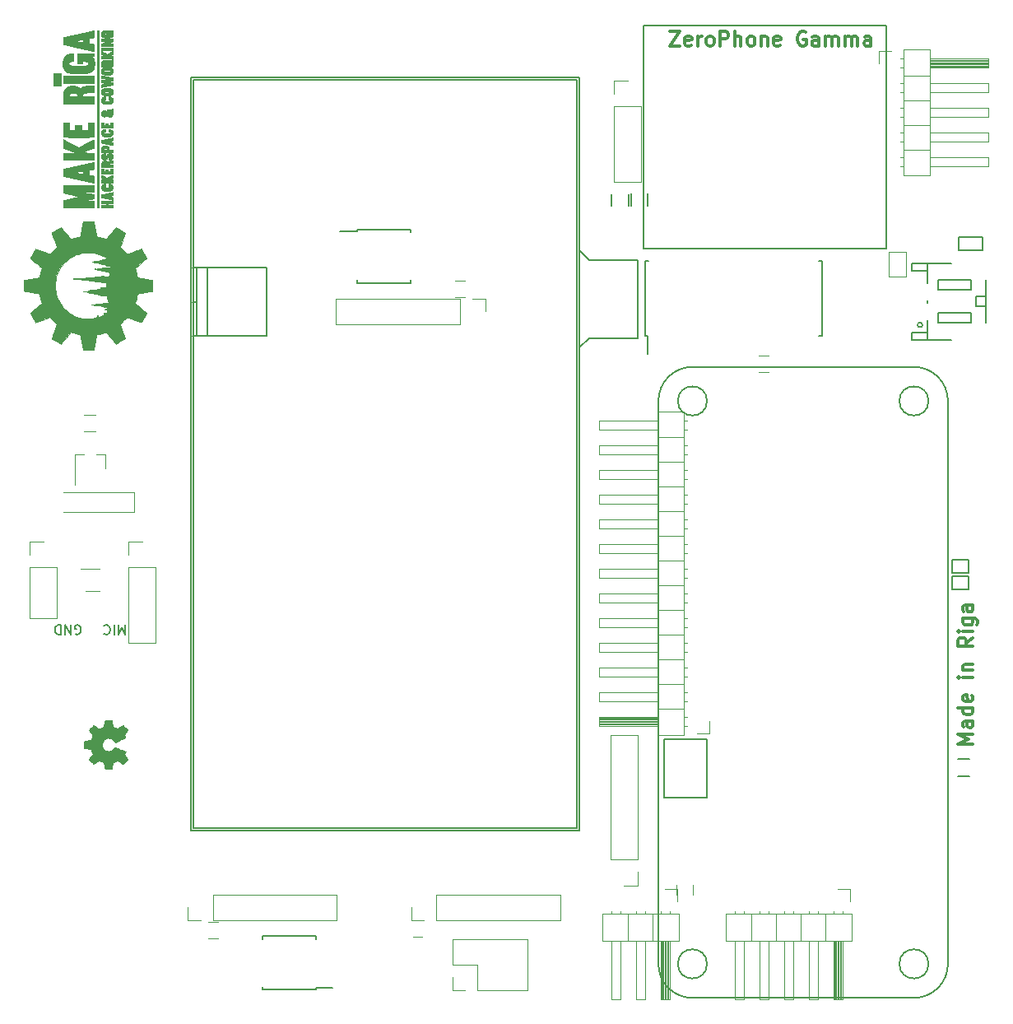
<source format=gto>
%MOIN*%
%OFA0B0*%
%FSLAX46Y46*%
%IPPOS*%
%LPD*%
%ADD10C,0.0039370078740157488*%
%ADD11C,0.011811023622047244*%
%ADD12C,0.005905511811023622*%
%ADD13C,0.0047244094488188976*%
%ADD24C,0.0078740157480314977*%
%ADD25C,0.005905511811023622*%
%ADD26C,0.0078740157480314977*%
%ADD27C,0.0047244094488188976*%
%ADD28C,0.005905511811023622*%
%ADD29C,0.0078740157480314977*%
%ADD30C,0.0047244094488188976*%
%ADD31C,0.0078740157480314977*%
%ADD32C,0.0047244094488188976*%
%ADD33C,0.005905511811023622*%
%ADD34C,0.005905511811023622*%
%ADD35C,0.00010000000000000002*%
%ADD36C,0.0078740157480314977*%
%ADD37C,0.0047244094488188976*%
%ADD38C,0.0078740157480314977*%
%ADD39C,0.0047244094488188976*%
%ADD40C,0.005905511811023622*%
%ADD41C,0.0078740157480314977*%
%ADD42C,0.00039370078740157485*%
%LPD*%
G01G01*
D10*
D11*
X0003877061Y0001030596D02*
X0003818006Y0001030596D01*
X0003860188Y0001050281D01*
X0003818006Y0001069966D01*
X0003877061Y0001069966D01*
X0003877061Y0001123397D02*
X0003846128Y0001123397D01*
X0003840503Y0001120584D01*
X0003837691Y0001114960D01*
X0003837691Y0001103712D01*
X0003840503Y0001098087D01*
X0003874249Y0001123397D02*
X0003877061Y0001117772D01*
X0003877061Y0001103712D01*
X0003874249Y0001098087D01*
X0003868625Y0001095275D01*
X0003863001Y0001095275D01*
X0003857376Y0001098087D01*
X0003854564Y0001103712D01*
X0003854564Y0001117772D01*
X0003851752Y0001123397D01*
X0003877061Y0001176827D02*
X0003818006Y0001176827D01*
X0003874249Y0001176827D02*
X0003877061Y0001171203D01*
X0003877061Y0001159955D01*
X0003874249Y0001154330D01*
X0003871437Y0001151518D01*
X0003865813Y0001148706D01*
X0003848940Y0001148706D01*
X0003843316Y0001151518D01*
X0003840503Y0001154330D01*
X0003837691Y0001159955D01*
X0003837691Y0001171203D01*
X0003840503Y0001176827D01*
X0003874249Y0001227446D02*
X0003877061Y0001221822D01*
X0003877061Y0001210573D01*
X0003874249Y0001204949D01*
X0003868625Y0001202137D01*
X0003846128Y0001202137D01*
X0003840503Y0001204949D01*
X0003837691Y0001210573D01*
X0003837691Y0001221822D01*
X0003840503Y0001227446D01*
X0003846128Y0001230258D01*
X0003851752Y0001230258D01*
X0003857376Y0001202137D01*
X0003877061Y0001300562D02*
X0003837691Y0001300562D01*
X0003818006Y0001300562D02*
X0003820818Y0001297750D01*
X0003823631Y0001300562D01*
X0003820818Y0001303374D01*
X0003818006Y0001300562D01*
X0003823631Y0001300562D01*
X0003837691Y0001328683D02*
X0003877061Y0001328683D01*
X0003843316Y0001328683D02*
X0003840503Y0001331496D01*
X0003837691Y0001337120D01*
X0003837691Y0001345556D01*
X0003840503Y0001351181D01*
X0003846128Y0001353993D01*
X0003877061Y0001353993D01*
X0003877061Y0001460854D02*
X0003848940Y0001441169D01*
X0003877061Y0001427109D02*
X0003818006Y0001427109D01*
X0003818006Y0001449606D01*
X0003820818Y0001455230D01*
X0003823631Y0001458042D01*
X0003829255Y0001460854D01*
X0003837691Y0001460854D01*
X0003843316Y0001458042D01*
X0003846128Y0001455230D01*
X0003848940Y0001449606D01*
X0003848940Y0001427109D01*
X0003877061Y0001486164D02*
X0003837691Y0001486164D01*
X0003818006Y0001486164D02*
X0003820818Y0001483352D01*
X0003823631Y0001486164D01*
X0003820818Y0001488976D01*
X0003818006Y0001486164D01*
X0003823631Y0001486164D01*
X0003837691Y0001539595D02*
X0003885498Y0001539595D01*
X0003891122Y0001536782D01*
X0003893934Y0001533970D01*
X0003896746Y0001528346D01*
X0003896746Y0001519910D01*
X0003893934Y0001514285D01*
X0003874249Y0001539595D02*
X0003877061Y0001533970D01*
X0003877061Y0001522722D01*
X0003874249Y0001517097D01*
X0003871437Y0001514285D01*
X0003865813Y0001511473D01*
X0003848940Y0001511473D01*
X0003843316Y0001514285D01*
X0003840503Y0001517097D01*
X0003837691Y0001522722D01*
X0003837691Y0001533970D01*
X0003840503Y0001539595D01*
X0003877061Y0001593025D02*
X0003846128Y0001593025D01*
X0003840503Y0001590213D01*
X0003837691Y0001584589D01*
X0003837691Y0001573340D01*
X0003840503Y0001567716D01*
X0003874249Y0001593025D02*
X0003877061Y0001587401D01*
X0003877061Y0001573340D01*
X0003874249Y0001567716D01*
X0003868625Y0001564904D01*
X0003863001Y0001564904D01*
X0003857376Y0001567716D01*
X0003854564Y0001573340D01*
X0003854564Y0001587401D01*
X0003851752Y0001593025D01*
X0002651178Y0003916150D02*
X0002690548Y0003916150D01*
X0002651178Y0003857095D01*
X0002690548Y0003857095D01*
X0002735543Y0003859907D02*
X0002729919Y0003857095D01*
X0002718670Y0003857095D01*
X0002713046Y0003859907D01*
X0002710233Y0003865532D01*
X0002710233Y0003888029D01*
X0002713046Y0003893653D01*
X0002718670Y0003896465D01*
X0002729919Y0003896465D01*
X0002735543Y0003893653D01*
X0002738355Y0003888029D01*
X0002738355Y0003882404D01*
X0002710233Y0003876780D01*
X0002763664Y0003857095D02*
X0002763664Y0003896465D01*
X0002763664Y0003885217D02*
X0002766476Y0003890841D01*
X0002769289Y0003893653D01*
X0002774913Y0003896465D01*
X0002780537Y0003896465D01*
X0002808659Y0003857095D02*
X0002803034Y0003859907D01*
X0002800222Y0003862719D01*
X0002797410Y0003868344D01*
X0002797410Y0003885217D01*
X0002800222Y0003890841D01*
X0002803034Y0003893653D01*
X0002808659Y0003896465D01*
X0002817095Y0003896465D01*
X0002822719Y0003893653D01*
X0002825532Y0003890841D01*
X0002828344Y0003885217D01*
X0002828344Y0003868344D01*
X0002825532Y0003862719D01*
X0002822719Y0003859907D01*
X0002817095Y0003857095D01*
X0002808659Y0003857095D01*
X0002853653Y0003857095D02*
X0002853653Y0003916150D01*
X0002876150Y0003916150D01*
X0002881775Y0003913338D01*
X0002884587Y0003910526D01*
X0002887399Y0003904902D01*
X0002887399Y0003896465D01*
X0002884587Y0003890841D01*
X0002881775Y0003888029D01*
X0002876150Y0003885217D01*
X0002853653Y0003885217D01*
X0002912708Y0003857095D02*
X0002912708Y0003916150D01*
X0002938017Y0003857095D02*
X0002938017Y0003888029D01*
X0002935205Y0003893653D01*
X0002929581Y0003896465D01*
X0002921145Y0003896465D01*
X0002915520Y0003893653D01*
X0002912708Y0003890841D01*
X0002974575Y0003857095D02*
X0002968951Y0003859907D01*
X0002966139Y0003862719D01*
X0002963327Y0003868344D01*
X0002963327Y0003885217D01*
X0002966139Y0003890841D01*
X0002968951Y0003893653D01*
X0002974575Y0003896465D01*
X0002983012Y0003896465D01*
X0002988636Y0003893653D01*
X0002991448Y0003890841D01*
X0002994260Y0003885217D01*
X0002994260Y0003868344D01*
X0002991448Y0003862719D01*
X0002988636Y0003859907D01*
X0002983012Y0003857095D01*
X0002974575Y0003857095D01*
X0003019570Y0003896465D02*
X0003019570Y0003857095D01*
X0003019570Y0003890841D02*
X0003022382Y0003893653D01*
X0003028006Y0003896465D01*
X0003036443Y0003896465D01*
X0003042067Y0003893653D01*
X0003044879Y0003888029D01*
X0003044879Y0003857095D01*
X0003095498Y0003859907D02*
X0003089874Y0003857095D01*
X0003078625Y0003857095D01*
X0003073001Y0003859907D01*
X0003070188Y0003865532D01*
X0003070188Y0003888029D01*
X0003073001Y0003893653D01*
X0003078625Y0003896465D01*
X0003089874Y0003896465D01*
X0003095498Y0003893653D01*
X0003098310Y0003888029D01*
X0003098310Y0003882404D01*
X0003070188Y0003876780D01*
X0003199547Y0003913338D02*
X0003193923Y0003916150D01*
X0003185487Y0003916150D01*
X0003177050Y0003913338D01*
X0003171426Y0003907714D01*
X0003168614Y0003902090D01*
X0003165802Y0003890841D01*
X0003165802Y0003882404D01*
X0003168614Y0003871156D01*
X0003171426Y0003865532D01*
X0003177050Y0003859907D01*
X0003185487Y0003857095D01*
X0003191111Y0003857095D01*
X0003199547Y0003859907D01*
X0003202359Y0003862719D01*
X0003202359Y0003882404D01*
X0003191111Y0003882404D01*
X0003252978Y0003857095D02*
X0003252978Y0003888029D01*
X0003250166Y0003893653D01*
X0003244542Y0003896465D01*
X0003233293Y0003896465D01*
X0003227669Y0003893653D01*
X0003252978Y0003859907D02*
X0003247354Y0003857095D01*
X0003233293Y0003857095D01*
X0003227669Y0003859907D01*
X0003224857Y0003865532D01*
X0003224857Y0003871156D01*
X0003227669Y0003876780D01*
X0003233293Y0003879592D01*
X0003247354Y0003879592D01*
X0003252978Y0003882404D01*
X0003281100Y0003857095D02*
X0003281100Y0003896465D01*
X0003281100Y0003890841D02*
X0003283912Y0003893653D01*
X0003289536Y0003896465D01*
X0003297972Y0003896465D01*
X0003303597Y0003893653D01*
X0003306409Y0003888029D01*
X0003306409Y0003857095D01*
X0003306409Y0003888029D02*
X0003309221Y0003893653D01*
X0003314845Y0003896465D01*
X0003323282Y0003896465D01*
X0003328906Y0003893653D01*
X0003331718Y0003888029D01*
X0003331718Y0003857095D01*
X0003359840Y0003857095D02*
X0003359840Y0003896465D01*
X0003359840Y0003890841D02*
X0003362652Y0003893653D01*
X0003368276Y0003896465D01*
X0003376713Y0003896465D01*
X0003382337Y0003893653D01*
X0003385149Y0003888029D01*
X0003385149Y0003857095D01*
X0003385149Y0003888029D02*
X0003387961Y0003893653D01*
X0003393586Y0003896465D01*
X0003402022Y0003896465D01*
X0003407646Y0003893653D01*
X0003410458Y0003888029D01*
X0003410458Y0003857095D01*
X0003463889Y0003857095D02*
X0003463889Y0003888029D01*
X0003461077Y0003893653D01*
X0003455453Y0003896465D01*
X0003444204Y0003896465D01*
X0003438580Y0003893653D01*
X0003463889Y0003859907D02*
X0003458265Y0003857095D01*
X0003444204Y0003857095D01*
X0003438580Y0003859907D01*
X0003435768Y0003865532D01*
X0003435768Y0003871156D01*
X0003438580Y0003876780D01*
X0003444204Y0003879592D01*
X0003458265Y0003879592D01*
X0003463889Y0003882404D01*
D12*
X0002560295Y0003257933D02*
X0002560295Y0003210688D01*
X0002491397Y0003210688D02*
X0002491397Y0003257933D01*
X0002323165Y0002988944D02*
X0002342850Y0002988944D01*
X0002283795Y0003028314D02*
X0002323165Y0002988944D01*
X0002283795Y0002634614D02*
X0002283795Y0003028314D01*
X0002323165Y0002673984D02*
X0002283795Y0002634614D01*
X0002342850Y0002673984D02*
X0002323165Y0002673984D01*
X0002520015Y0002673984D02*
X0002342850Y0002673984D01*
X0002520015Y0002988944D02*
X0002520015Y0002673984D01*
X0002342850Y0002988944D02*
X0002520015Y0002988944D01*
D13*
X0002518070Y0000561810D02*
X0002518070Y0001066535D01*
X0002518070Y0001066535D02*
X0002408622Y0001066535D01*
X0002408622Y0001066535D02*
X0002408622Y0000561810D01*
X0002408622Y0000561810D02*
X0002518070Y0000561810D01*
X0002518070Y0000511811D02*
X0002518070Y0000457086D01*
X0002518070Y0000457086D02*
X0002463346Y0000457086D01*
D12*
X0003672779Y0002727322D02*
G75*
G03G03X0003672779Y0002727322I-0000009842D01X0003672779Y0002727322I-0000009842D01*
G01G01*
X0003928685Y0002802125D02*
X0003889314Y0002802125D01*
X0003889314Y0002802125D02*
X0003889314Y0002841496D01*
X0003889314Y0002841496D02*
X0003928685Y0002841496D01*
X0003692464Y0002747007D02*
X0003692464Y0002697795D01*
X0003692464Y0002697795D02*
X0003629472Y0002697795D01*
X0003629472Y0002697795D02*
X0003629472Y0002666299D01*
X0003629472Y0002666299D02*
X0003790889Y0002666299D01*
X0003692464Y0002697795D02*
X0003692464Y0002666299D01*
X0003692464Y0002896614D02*
X0003692464Y0002945826D01*
X0003692464Y0002945826D02*
X0003629472Y0002945826D01*
X0003629472Y0002945826D02*
X0003629472Y0002977322D01*
X0003629472Y0002977322D02*
X0003790889Y0002977322D01*
X0003692464Y0002945826D02*
X0003692464Y0002977322D01*
X0003928685Y0002735196D02*
X0003928685Y0002908425D01*
X0003735771Y0002735196D02*
X0003869629Y0002735196D01*
X0003869629Y0002735196D02*
X0003869629Y0002774566D01*
X0003869629Y0002774566D02*
X0003735771Y0002774566D01*
X0003735771Y0002774566D02*
X0003735771Y0002735196D01*
X0003735771Y0002908425D02*
X0003869629Y0002908425D01*
X0003869629Y0002908425D02*
X0003869629Y0002869055D01*
X0003869629Y0002869055D02*
X0003735771Y0002869055D01*
X0003735771Y0002869055D02*
X0003735771Y0002908425D01*
X0003692464Y0002817874D02*
X0003692464Y0002825748D01*
D13*
X0002707952Y0001067086D02*
X0002707952Y0001171810D01*
X0002707952Y0001171810D02*
X0002600078Y0001171810D01*
X0002600078Y0001171810D02*
X0002600078Y0001067086D01*
X0002600078Y0001067086D02*
X0002707952Y0001067086D01*
X0002600078Y0001104488D02*
X0002600078Y0001139133D01*
X0002600078Y0001139133D02*
X0002363858Y0001139133D01*
X0002363858Y0001139133D02*
X0002363858Y0001104488D01*
X0002363858Y0001104488D02*
X0002600078Y0001104488D01*
X0002720157Y0001104488D02*
X0002707952Y0001104488D01*
X0002720157Y0001139133D02*
X0002707952Y0001139133D01*
X0002600078Y0001109212D02*
X0002363858Y0001109212D01*
X0002600078Y0001113936D02*
X0002363858Y0001113936D01*
X0002600078Y0001118661D02*
X0002363858Y0001118661D01*
X0002600078Y0001123385D02*
X0002363858Y0001123385D01*
X0002600078Y0001128110D02*
X0002363858Y0001128110D01*
X0002600078Y0001132834D02*
X0002363858Y0001132834D01*
X0002600078Y0001137559D02*
X0002363858Y0001137559D01*
X0002707952Y0001171810D02*
X0002707952Y0001271811D01*
X0002707952Y0001271811D02*
X0002600078Y0001271811D01*
X0002600078Y0001271811D02*
X0002600078Y0001171810D01*
X0002600078Y0001171810D02*
X0002707952Y0001171810D01*
X0002600078Y0001204488D02*
X0002600078Y0001239133D01*
X0002600078Y0001239133D02*
X0002363858Y0001239133D01*
X0002363858Y0001239133D02*
X0002363858Y0001204488D01*
X0002363858Y0001204488D02*
X0002600078Y0001204488D01*
X0002720157Y0001204488D02*
X0002707952Y0001204488D01*
X0002720157Y0001239133D02*
X0002707952Y0001239133D01*
X0002707952Y0001271811D02*
X0002707952Y0001371810D01*
X0002707952Y0001371810D02*
X0002600078Y0001371810D01*
X0002600078Y0001371810D02*
X0002600078Y0001271811D01*
X0002600078Y0001271811D02*
X0002707952Y0001271811D01*
X0002600078Y0001304488D02*
X0002600078Y0001339133D01*
X0002600078Y0001339133D02*
X0002363858Y0001339133D01*
X0002363858Y0001339133D02*
X0002363858Y0001304488D01*
X0002363858Y0001304488D02*
X0002600078Y0001304488D01*
X0002720157Y0001304488D02*
X0002707952Y0001304488D01*
X0002720157Y0001339133D02*
X0002707952Y0001339133D01*
X0002707952Y0001371810D02*
X0002707952Y0001471811D01*
X0002707952Y0001471811D02*
X0002600078Y0001471811D01*
X0002600078Y0001471811D02*
X0002600078Y0001371810D01*
X0002600078Y0001371810D02*
X0002707952Y0001371810D01*
X0002600078Y0001404488D02*
X0002600078Y0001439133D01*
X0002600078Y0001439133D02*
X0002363858Y0001439133D01*
X0002363858Y0001439133D02*
X0002363858Y0001404488D01*
X0002363858Y0001404488D02*
X0002600078Y0001404488D01*
X0002720157Y0001404488D02*
X0002707952Y0001404488D01*
X0002720157Y0001439133D02*
X0002707952Y0001439133D01*
X0002707952Y0001471811D02*
X0002707952Y0001571811D01*
X0002707952Y0001571811D02*
X0002600078Y0001571811D01*
X0002600078Y0001571811D02*
X0002600078Y0001471811D01*
X0002600078Y0001471811D02*
X0002707952Y0001471811D01*
X0002600078Y0001504488D02*
X0002600078Y0001539133D01*
X0002600078Y0001539133D02*
X0002363858Y0001539133D01*
X0002363858Y0001539133D02*
X0002363858Y0001504488D01*
X0002363858Y0001504488D02*
X0002600078Y0001504488D01*
X0002720157Y0001504488D02*
X0002707952Y0001504488D01*
X0002720157Y0001539133D02*
X0002707952Y0001539133D01*
X0002707952Y0001571811D02*
X0002707952Y0001671811D01*
X0002707952Y0001671811D02*
X0002600078Y0001671811D01*
X0002600078Y0001671811D02*
X0002600078Y0001571811D01*
X0002600078Y0001571811D02*
X0002707952Y0001571811D01*
X0002600078Y0001604488D02*
X0002600078Y0001639133D01*
X0002600078Y0001639133D02*
X0002363858Y0001639133D01*
X0002363858Y0001639133D02*
X0002363858Y0001604488D01*
X0002363858Y0001604488D02*
X0002600078Y0001604488D01*
X0002720157Y0001604488D02*
X0002707952Y0001604488D01*
X0002720157Y0001639133D02*
X0002707952Y0001639133D01*
X0002707952Y0001671811D02*
X0002707952Y0001771811D01*
X0002707952Y0001771811D02*
X0002600078Y0001771811D01*
X0002600078Y0001771811D02*
X0002600078Y0001671811D01*
X0002600078Y0001671811D02*
X0002707952Y0001671811D01*
X0002600078Y0001704488D02*
X0002600078Y0001739133D01*
X0002600078Y0001739133D02*
X0002363858Y0001739133D01*
X0002363858Y0001739133D02*
X0002363858Y0001704488D01*
X0002363858Y0001704488D02*
X0002600078Y0001704488D01*
X0002720157Y0001704488D02*
X0002707952Y0001704488D01*
X0002720157Y0001739133D02*
X0002707952Y0001739133D01*
X0002707952Y0001771811D02*
X0002707952Y0001871811D01*
X0002707952Y0001871811D02*
X0002600078Y0001871811D01*
X0002600078Y0001871811D02*
X0002600078Y0001771811D01*
X0002600078Y0001771811D02*
X0002707952Y0001771811D01*
X0002600078Y0001804488D02*
X0002600078Y0001839133D01*
X0002600078Y0001839133D02*
X0002363858Y0001839133D01*
X0002363858Y0001839133D02*
X0002363858Y0001804488D01*
X0002363858Y0001804488D02*
X0002600078Y0001804488D01*
X0002720157Y0001804488D02*
X0002707952Y0001804488D01*
X0002720157Y0001839133D02*
X0002707952Y0001839133D01*
X0002707952Y0001871811D02*
X0002707952Y0001971811D01*
X0002707952Y0001971811D02*
X0002600078Y0001971811D01*
X0002600078Y0001971811D02*
X0002600078Y0001871811D01*
X0002600078Y0001871811D02*
X0002707952Y0001871811D01*
X0002600078Y0001904488D02*
X0002600078Y0001939133D01*
X0002600078Y0001939133D02*
X0002363858Y0001939133D01*
X0002363858Y0001939133D02*
X0002363858Y0001904488D01*
X0002363858Y0001904488D02*
X0002600078Y0001904488D01*
X0002720157Y0001904488D02*
X0002707952Y0001904488D01*
X0002720157Y0001939133D02*
X0002707952Y0001939133D01*
X0002707952Y0001971811D02*
X0002707952Y0002071810D01*
X0002707952Y0002071810D02*
X0002600078Y0002071810D01*
X0002600078Y0002071810D02*
X0002600078Y0001971811D01*
X0002600078Y0001971811D02*
X0002707952Y0001971811D01*
X0002600078Y0002004488D02*
X0002600078Y0002039133D01*
X0002600078Y0002039133D02*
X0002363858Y0002039133D01*
X0002363858Y0002039133D02*
X0002363858Y0002004488D01*
X0002363858Y0002004488D02*
X0002600078Y0002004488D01*
X0002720157Y0002004488D02*
X0002707952Y0002004488D01*
X0002720157Y0002039133D02*
X0002707952Y0002039133D01*
X0002707952Y0002071810D02*
X0002707952Y0002171811D01*
X0002707952Y0002171811D02*
X0002600078Y0002171811D01*
X0002600078Y0002171811D02*
X0002600078Y0002071810D01*
X0002600078Y0002071810D02*
X0002707952Y0002071810D01*
X0002600078Y0002104488D02*
X0002600078Y0002139133D01*
X0002600078Y0002139133D02*
X0002363858Y0002139133D01*
X0002363858Y0002139133D02*
X0002363858Y0002104488D01*
X0002363858Y0002104488D02*
X0002600078Y0002104488D01*
X0002720157Y0002104488D02*
X0002707952Y0002104488D01*
X0002720157Y0002139133D02*
X0002707952Y0002139133D01*
X0002707952Y0002171811D02*
X0002707952Y0002271810D01*
X0002707952Y0002271810D02*
X0002600078Y0002271810D01*
X0002600078Y0002271810D02*
X0002600078Y0002171811D01*
X0002600078Y0002171811D02*
X0002707952Y0002171811D01*
X0002600078Y0002204488D02*
X0002600078Y0002239133D01*
X0002600078Y0002239133D02*
X0002363858Y0002239133D01*
X0002363858Y0002239133D02*
X0002363858Y0002204488D01*
X0002363858Y0002204488D02*
X0002600078Y0002204488D01*
X0002720157Y0002204488D02*
X0002707952Y0002204488D01*
X0002720157Y0002239133D02*
X0002707952Y0002239133D01*
X0002707952Y0002271810D02*
X0002707952Y0002376535D01*
X0002707952Y0002376535D02*
X0002600078Y0002376535D01*
X0002600078Y0002376535D02*
X0002600078Y0002271810D01*
X0002600078Y0002271810D02*
X0002707952Y0002271810D01*
X0002600078Y0002304488D02*
X0002600078Y0002339133D01*
X0002600078Y0002339133D02*
X0002363858Y0002339133D01*
X0002363858Y0002339133D02*
X0002363858Y0002304488D01*
X0002363858Y0002304488D02*
X0002600078Y0002304488D01*
X0002720157Y0002304488D02*
X0002707952Y0002304488D01*
X0002720157Y0002339133D02*
X0002707952Y0002339133D01*
X0002808346Y0001121811D02*
X0002808346Y0001071811D01*
X0002808346Y0001071811D02*
X0002758346Y0001071811D01*
X0002423622Y0003611811D02*
X0002423622Y0003307086D01*
X0002423622Y0003307086D02*
X0002533070Y0003307086D01*
X0002533070Y0003307086D02*
X0002533070Y0003611811D01*
X0002533070Y0003611811D02*
X0002423622Y0003611811D01*
X0002423622Y0003661810D02*
X0002423622Y0003716535D01*
X0002423622Y0003716535D02*
X0002478346Y0003716535D01*
X0003605385Y0002921811D02*
X0003605385Y0003021810D01*
X0003535307Y0003021810D02*
X0003535307Y0002921811D01*
X0003535307Y0003021810D02*
X0003605385Y0003021810D01*
X0003605385Y0002921811D02*
X0003535307Y0002921811D01*
X0003596740Y0003842535D02*
X0003596740Y0003737811D01*
X0003596740Y0003737811D02*
X0003704614Y0003737811D01*
X0003704614Y0003737811D02*
X0003704614Y0003842535D01*
X0003704614Y0003842535D02*
X0003596740Y0003842535D01*
X0003704614Y0003805133D02*
X0003704614Y0003770488D01*
X0003704614Y0003770488D02*
X0003940834Y0003770488D01*
X0003940834Y0003770488D02*
X0003940834Y0003805133D01*
X0003940834Y0003805133D02*
X0003704614Y0003805133D01*
X0003584535Y0003805133D02*
X0003596740Y0003805133D01*
X0003584535Y0003770488D02*
X0003596740Y0003770488D01*
X0003704614Y0003800409D02*
X0003940834Y0003800409D01*
X0003704614Y0003795685D02*
X0003940834Y0003795685D01*
X0003704614Y0003790960D02*
X0003940834Y0003790960D01*
X0003704614Y0003786236D02*
X0003940834Y0003786236D01*
X0003704614Y0003781511D02*
X0003940834Y0003781511D01*
X0003704614Y0003776787D02*
X0003940834Y0003776787D01*
X0003704614Y0003772062D02*
X0003940834Y0003772062D01*
X0003596740Y0003737811D02*
X0003596740Y0003637810D01*
X0003596740Y0003637810D02*
X0003704614Y0003637810D01*
X0003704614Y0003637810D02*
X0003704614Y0003737811D01*
X0003704614Y0003737811D02*
X0003596740Y0003737811D01*
X0003704614Y0003705133D02*
X0003704614Y0003670488D01*
X0003704614Y0003670488D02*
X0003940834Y0003670488D01*
X0003940834Y0003670488D02*
X0003940834Y0003705133D01*
X0003940834Y0003705133D02*
X0003704614Y0003705133D01*
X0003584535Y0003705133D02*
X0003596740Y0003705133D01*
X0003584535Y0003670488D02*
X0003596740Y0003670488D01*
X0003596740Y0003637810D02*
X0003596740Y0003537811D01*
X0003596740Y0003537811D02*
X0003704614Y0003537811D01*
X0003704614Y0003537811D02*
X0003704614Y0003637810D01*
X0003704614Y0003637810D02*
X0003596740Y0003637810D01*
X0003704614Y0003605133D02*
X0003704614Y0003570488D01*
X0003704614Y0003570488D02*
X0003940834Y0003570488D01*
X0003940834Y0003570488D02*
X0003940834Y0003605133D01*
X0003940834Y0003605133D02*
X0003704614Y0003605133D01*
X0003584535Y0003605133D02*
X0003596740Y0003605133D01*
X0003584535Y0003570488D02*
X0003596740Y0003570488D01*
X0003596740Y0003537811D02*
X0003596740Y0003437811D01*
X0003596740Y0003437811D02*
X0003704614Y0003437811D01*
X0003704614Y0003437811D02*
X0003704614Y0003537811D01*
X0003704614Y0003537811D02*
X0003596740Y0003537811D01*
X0003704614Y0003505133D02*
X0003704614Y0003470488D01*
X0003704614Y0003470488D02*
X0003940834Y0003470488D01*
X0003940834Y0003470488D02*
X0003940834Y0003505133D01*
X0003940834Y0003505133D02*
X0003704614Y0003505133D01*
X0003584535Y0003505133D02*
X0003596740Y0003505133D01*
X0003584535Y0003470488D02*
X0003596740Y0003470488D01*
X0003596740Y0003437811D02*
X0003596740Y0003333086D01*
X0003596740Y0003333086D02*
X0003704614Y0003333086D01*
X0003704614Y0003333086D02*
X0003704614Y0003437811D01*
X0003704614Y0003437811D02*
X0003596740Y0003437811D01*
X0003704614Y0003405133D02*
X0003704614Y0003370488D01*
X0003704614Y0003370488D02*
X0003940834Y0003370488D01*
X0003940834Y0003370488D02*
X0003940834Y0003405133D01*
X0003940834Y0003405133D02*
X0003704614Y0003405133D01*
X0003584535Y0003405133D02*
X0003596740Y0003405133D01*
X0003584535Y0003370488D02*
X0003596740Y0003370488D01*
X0003496346Y0003787811D02*
X0003496346Y0003837811D01*
X0003496346Y0003837811D02*
X0003546346Y0003837811D01*
D12*
X0002482795Y0003257283D02*
X0002482795Y0003210039D01*
X0002413897Y0003210039D02*
X0002413897Y0003257283D01*
X0002543291Y0003035385D02*
X0002543291Y0003940897D01*
X0003527543Y0003035385D02*
X0002543291Y0003035385D01*
X0003527543Y0003940897D02*
X0003527543Y0003035385D01*
X0002543291Y0003940897D02*
X0003527543Y0003940897D01*
X0003817274Y0000969859D02*
X0003864518Y0000969859D01*
X0003864518Y0000900962D02*
X0003817274Y0000900962D01*
D13*
X0002677381Y0000458996D02*
X0002677381Y0000419625D01*
X0002744311Y0000419625D02*
X0002744311Y0000458996D01*
X0003050531Y0002602775D02*
X0003011161Y0002602775D01*
X0003011161Y0002535846D02*
X0003050531Y0002535846D01*
D12*
X0002549094Y0002682401D02*
X0002558937Y0002682401D01*
X0002549094Y0002987519D02*
X0002562677Y0002987519D01*
X0003267598Y0002987519D02*
X0003254015Y0002987519D01*
X0003267598Y0002682401D02*
X0003254015Y0002682401D01*
X0002549094Y0002682401D02*
X0002549094Y0002987519D01*
X0003267598Y0002682401D02*
X0003267598Y0002987519D01*
X0002558937Y0002682401D02*
X0002558937Y0002610551D01*
X0003859190Y0001709770D02*
X0003792261Y0001709770D01*
X0003859190Y0001654651D02*
X0003859190Y0001709770D01*
X0003792261Y0001654651D02*
X0003859190Y0001654651D01*
X0003859190Y0001654651D02*
X0003859190Y0001709770D01*
X0003792261Y0001654651D02*
X0003792261Y0001709770D01*
X0003860431Y0001777370D02*
X0003793502Y0001777370D01*
X0003860431Y0001722251D02*
X0003860431Y0001777370D01*
X0003793502Y0001722251D02*
X0003860431Y0001722251D01*
X0003860431Y0001722251D02*
X0003860431Y0001777370D01*
X0003793502Y0001722251D02*
X0003793502Y0001777370D01*
D13*
X0002685570Y0000341417D02*
X0002580846Y0000341417D01*
X0002580846Y0000341417D02*
X0002580846Y0000233543D01*
X0002580846Y0000233543D02*
X0002685570Y0000233543D01*
X0002685570Y0000233543D02*
X0002685570Y0000341417D01*
X0002648169Y0000233543D02*
X0002613523Y0000233543D01*
X0002613523Y0000233543D02*
X0002613523Y-0000002677D01*
X0002613523Y-0000002677D02*
X0002648169Y-0000002677D01*
X0002648169Y-0000002677D02*
X0002648169Y0000233543D01*
X0002648169Y0000353622D02*
X0002648169Y0000341417D01*
X0002613523Y0000353622D02*
X0002613523Y0000341417D01*
X0002643444Y0000233543D02*
X0002643444Y-0000002677D01*
X0002638720Y0000233543D02*
X0002638720Y-0000002677D01*
X0002633996Y0000233543D02*
X0002633996Y-0000002677D01*
X0002629271Y0000233543D02*
X0002629271Y-0000002677D01*
X0002624547Y0000233543D02*
X0002624547Y-0000002677D01*
X0002619822Y0000233543D02*
X0002619822Y-0000002677D01*
X0002615098Y0000233543D02*
X0002615098Y-0000002677D01*
X0002580846Y0000341417D02*
X0002480846Y0000341417D01*
X0002480846Y0000341417D02*
X0002480846Y0000233543D01*
X0002480846Y0000233543D02*
X0002580846Y0000233543D01*
X0002580846Y0000233543D02*
X0002580846Y0000341417D01*
X0002548169Y0000233543D02*
X0002513523Y0000233543D01*
X0002513523Y0000233543D02*
X0002513523Y-0000002677D01*
X0002513523Y-0000002677D02*
X0002548169Y-0000002677D01*
X0002548169Y-0000002677D02*
X0002548169Y0000233543D01*
X0002548169Y0000353622D02*
X0002548169Y0000341417D01*
X0002513523Y0000353622D02*
X0002513523Y0000341417D01*
X0002480846Y0000341417D02*
X0002376122Y0000341417D01*
X0002376122Y0000341417D02*
X0002376122Y0000233543D01*
X0002376122Y0000233543D02*
X0002480846Y0000233543D01*
X0002480846Y0000233543D02*
X0002480846Y0000341417D01*
X0002448169Y0000233543D02*
X0002413523Y0000233543D01*
X0002413523Y0000233543D02*
X0002413523Y-0000002677D01*
X0002413523Y-0000002677D02*
X0002448169Y-0000002677D01*
X0002448169Y-0000002677D02*
X0002448169Y0000233543D01*
X0002448169Y0000353622D02*
X0002448169Y0000341417D01*
X0002413523Y0000353622D02*
X0002413523Y0000341417D01*
X0002630846Y0000441811D02*
X0002680846Y0000441811D01*
X0002680846Y0000441811D02*
X0002680846Y0000391810D01*
X0003385570Y0000341417D02*
X0003280846Y0000341417D01*
X0003280846Y0000341417D02*
X0003280846Y0000233543D01*
X0003280846Y0000233543D02*
X0003385570Y0000233543D01*
X0003385570Y0000233543D02*
X0003385570Y0000341417D01*
X0003348169Y0000233543D02*
X0003313523Y0000233543D01*
X0003313523Y0000233543D02*
X0003313523Y-0000002677D01*
X0003313523Y-0000002677D02*
X0003348169Y-0000002677D01*
X0003348169Y-0000002677D02*
X0003348169Y0000233543D01*
X0003348169Y0000353622D02*
X0003348169Y0000341417D01*
X0003313523Y0000353622D02*
X0003313523Y0000341417D01*
X0003343444Y0000233543D02*
X0003343444Y-0000002677D01*
X0003338720Y0000233543D02*
X0003338720Y-0000002677D01*
X0003333996Y0000233543D02*
X0003333996Y-0000002677D01*
X0003329271Y0000233543D02*
X0003329271Y-0000002677D01*
X0003324547Y0000233543D02*
X0003324547Y-0000002677D01*
X0003319822Y0000233543D02*
X0003319822Y-0000002677D01*
X0003315098Y0000233543D02*
X0003315098Y-0000002677D01*
X0003280846Y0000341417D02*
X0003180846Y0000341417D01*
X0003180846Y0000341417D02*
X0003180846Y0000233543D01*
X0003180846Y0000233543D02*
X0003280846Y0000233543D01*
X0003280846Y0000233543D02*
X0003280846Y0000341417D01*
X0003248169Y0000233543D02*
X0003213523Y0000233543D01*
X0003213523Y0000233543D02*
X0003213523Y-0000002677D01*
X0003213523Y-0000002677D02*
X0003248169Y-0000002677D01*
X0003248169Y-0000002677D02*
X0003248169Y0000233543D01*
X0003248169Y0000353622D02*
X0003248169Y0000341417D01*
X0003213523Y0000353622D02*
X0003213523Y0000341417D01*
X0003180846Y0000341417D02*
X0003080846Y0000341417D01*
X0003080846Y0000341417D02*
X0003080846Y0000233543D01*
X0003080846Y0000233543D02*
X0003180846Y0000233543D01*
X0003180846Y0000233543D02*
X0003180846Y0000341417D01*
X0003148169Y0000233543D02*
X0003113523Y0000233543D01*
X0003113523Y0000233543D02*
X0003113523Y-0000002677D01*
X0003113523Y-0000002677D02*
X0003148169Y-0000002677D01*
X0003148169Y-0000002677D02*
X0003148169Y0000233543D01*
X0003148169Y0000353622D02*
X0003148169Y0000341417D01*
X0003113523Y0000353622D02*
X0003113523Y0000341417D01*
X0003080846Y0000341417D02*
X0002980846Y0000341417D01*
X0002980846Y0000341417D02*
X0002980846Y0000233543D01*
X0002980846Y0000233543D02*
X0003080846Y0000233543D01*
X0003080846Y0000233543D02*
X0003080846Y0000341417D01*
X0003048169Y0000233543D02*
X0003013523Y0000233543D01*
X0003013523Y0000233543D02*
X0003013523Y-0000002677D01*
X0003013523Y-0000002677D02*
X0003048169Y-0000002677D01*
X0003048169Y-0000002677D02*
X0003048169Y0000233543D01*
X0003048169Y0000353622D02*
X0003048169Y0000341417D01*
X0003013523Y0000353622D02*
X0003013523Y0000341417D01*
X0002980846Y0000341417D02*
X0002876122Y0000341417D01*
X0002876122Y0000341417D02*
X0002876122Y0000233543D01*
X0002876122Y0000233543D02*
X0002980846Y0000233543D01*
X0002980846Y0000233543D02*
X0002980846Y0000341417D01*
X0002948169Y0000233543D02*
X0002913523Y0000233543D01*
X0002913523Y0000233543D02*
X0002913523Y-0000002677D01*
X0002913523Y-0000002677D02*
X0002948169Y-0000002677D01*
X0002948169Y-0000002677D02*
X0002948169Y0000233543D01*
X0002948169Y0000353622D02*
X0002948169Y0000341417D01*
X0002913523Y0000353622D02*
X0002913523Y0000341417D01*
X0003330846Y0000441811D02*
X0003380846Y0000441811D01*
X0003380846Y0000441811D02*
X0003380846Y0000391810D01*
D12*
X0002627716Y0001050708D02*
X0002800944Y0001050708D01*
X0002627716Y0000814488D02*
X0002627716Y0001050708D01*
X0002800944Y0000814488D02*
X0002627716Y0000814488D01*
X0002800944Y0001050708D02*
X0002800944Y0000814488D01*
X0002800157Y0000139685D02*
G75*
G03G03X0002800157Y0000139685I-0000059055D01X0002800157Y0000139685I-0000059055D01*
G01G01*
X0003697401Y0000139685D02*
G75*
G03G03X0003697401Y0000139685I-0000059055D01X0003697401Y0000139685I-0000059055D01*
G01G01*
X0003697401Y0002419212D02*
G75*
G03G03X0003697401Y0002419212I-0000059055D01X0003697401Y0002419212I-0000059055D01*
G01G01*
X0002800157Y0002419212D02*
G75*
G03G03X0002800157Y0002419212I-0000059055D01X0002800157Y0002419212I-0000059055D01*
G01G01*
X0002741102Y0002557007D02*
G75*
G03G03X0002603307Y0002419212J-0000137795D01X0002603307Y0002419212J-0000137795D01*
G01G01*
X0003776141Y0002419212D02*
G75*
G03G03X0003638346Y0002557007I-0000137795D01X0003638346Y0002557007I-0000137795D01*
G01G01*
X0002603307Y0000139685D02*
G75*
G03G03X0002741102Y0000001889I0000137795D01X0002741102Y0000001889I0000137795D01*
G01G01*
X0003638346Y0000001889D02*
G75*
G03G03X0003776141Y0000139685J0000137795D01X0003776141Y0000139685J0000137795D01*
G01G01*
X0002741102Y0002557007D02*
X0003638346Y0002557007D01*
X0003776141Y0002419212D02*
X0003776141Y0000139685D01*
X0002741102Y0000001889D02*
X0003638346Y0000001889D01*
X0002603307Y0000139685D02*
X0002603307Y0002419212D01*
X0003821302Y0003083770D02*
X0003915790Y0003083770D01*
X0003821302Y0003028651D02*
X0003821302Y0003083770D01*
X0003915790Y0003028651D02*
X0003821302Y0003028651D01*
X0003915790Y0003083770D02*
X0003915790Y0003028651D01*
G04 next file*
G04 Gerber Fmt 4.6, Leading zero omitted, Abs format (unit mm)*
G04 Created by KiCad (PCBNEW 4.0.4-stable) date 05/07/17 02:49:31*
G01G01*
G04 APERTURE LIST*
G04 APERTURE END LIST*
D24*
D25*
X0000708661Y0003730314D02*
X0000708661Y0000679133D01*
X0000708661Y0000679133D02*
X0002283464Y0000679133D01*
X0002283464Y0003730314D02*
X0002283464Y0000679133D01*
X0000708661Y0003730314D02*
X0002283464Y0003730314D01*
X0000718503Y0003720472D02*
X0000718503Y0000688976D01*
X0000718503Y0000688976D02*
X0002273622Y0000688976D01*
X0002273622Y0003720472D02*
X0002273622Y0000688976D01*
X0000718503Y0003720472D02*
X0002273622Y0003720472D01*
X0000731441Y0002820549D02*
X0000715693Y0002820549D01*
X0000774748Y0002958344D02*
X0000774748Y0002682754D01*
X0000731441Y0002958344D02*
X0000731441Y0002682754D01*
X0001014906Y0002958344D02*
X0000715693Y0002958344D01*
X0000715693Y0002682754D02*
X0001014906Y0002682754D01*
X0001014906Y0002682754D02*
X0001014906Y0002958344D01*
G04 next file*
G04 Gerber Fmt 4.6, Leading zero omitted, Abs format (unit mm)*
G04 Created by KiCad (PCBNEW 4.0.4-stable) date 05/07/17 05:40:39*
G01G01*
G04 APERTURE LIST*
G04 APERTURE END LIST*
D26*
D27*
X0001779527Y0002840551D02*
X0001818897Y0002840551D01*
X0001818897Y0002907480D02*
X0001779527Y0002907480D01*
D28*
X0001382874Y0003114370D02*
X0001382874Y0003106299D01*
X0001599409Y0003114370D02*
X0001599409Y0003102559D01*
X0001599409Y0002897440D02*
X0001599409Y0002909251D01*
X0001382874Y0002897440D02*
X0001382874Y0002909251D01*
X0001382874Y0003114370D02*
X0001599409Y0003114370D01*
X0001382874Y0002897440D02*
X0001599409Y0002897440D01*
X0001382874Y0003106299D02*
X0001313976Y0003106299D01*
D27*
X0001800196Y0002833858D02*
X0001297834Y0002833858D01*
X0001297834Y0002833858D02*
X0001297834Y0002729133D01*
X0001297834Y0002729133D02*
X0001800196Y0002729133D01*
X0001800196Y0002729133D02*
X0001800196Y0002833858D01*
X0001850196Y0002833858D02*
X0001902559Y0002833858D01*
X0001902559Y0002833858D02*
X0001902559Y0002781496D01*
G04 next file*
G04 Gerber Fmt 4.6, Leading zero omitted, Abs format (unit mm)*
G04 Created by KiCad (PCBNEW 4.0.4-stable) date 05/07/17 06:05:31*
G01G01*
G04 APERTURE LIST*
G04 APERTURE END LIST*
D29*
D30*
X0001608267Y0000250000D02*
X0001647637Y0000250000D01*
X0001647637Y0000316929D02*
X0001608267Y0000316929D01*
X0001703740Y0000315748D02*
X0002206102Y0000315748D01*
X0002206102Y0000315748D02*
X0002206102Y0000420472D01*
X0002206102Y0000420472D02*
X0001703740Y0000420472D01*
X0001703740Y0000420472D02*
X0001703740Y0000315748D01*
X0001653740Y0000315748D02*
X0001601377Y0000315748D01*
X0001601377Y0000315748D02*
X0001601377Y0000368110D01*
X0001871259Y0000034251D02*
X0002073622Y0000034251D01*
X0002073622Y0000034251D02*
X0002073622Y0000238976D01*
X0002073622Y0000238976D02*
X0001768897Y0000238976D01*
X0001768897Y0000238976D02*
X0001768897Y0000136614D01*
X0001768897Y0000136614D02*
X0001871259Y0000136614D01*
X0001871259Y0000136614D02*
X0001871259Y0000034251D01*
X0001821259Y0000034251D02*
X0001768897Y0000034251D01*
X0001768897Y0000034251D02*
X0001768897Y0000086614D01*
G04 next file*
G04 Gerber Fmt 4.6, Leading zero omitted, Abs format (unit mm)*
G04 Created by KiCad (PCBNEW 4.0.4-stable) date 03/14/17 02:45:12*
G01G01*
G04 APERTURE LIST*
G04 APERTURE END LIST*
D31*
D32*
X0000057086Y0001745275D02*
X0000057086Y0001540551D01*
X0000057086Y0001540551D02*
X0000166535Y0001540551D01*
X0000166535Y0001540551D02*
X0000166535Y0001745275D01*
X0000166535Y0001745275D02*
X0000057086Y0001745275D01*
X0000057086Y0001795275D02*
X0000057086Y0001850000D01*
X0000057086Y0001850000D02*
X0000111811Y0001850000D01*
X0000457086Y0001745275D02*
X0000457086Y0001440551D01*
X0000457086Y0001440551D02*
X0000566535Y0001440551D01*
X0000566535Y0001440551D02*
X0000566535Y0001745275D01*
X0000566535Y0001745275D02*
X0000457086Y0001745275D01*
X0000457086Y0001795275D02*
X0000457086Y0001850000D01*
X0000457086Y0001850000D02*
X0000511811Y0001850000D01*
X0000339370Y0001740944D02*
X0000264566Y0001740944D01*
X0000284251Y0001649606D02*
X0000339370Y0001649606D01*
D33*
X0000443993Y0001513085D02*
X0000443993Y0001473715D01*
X0000430869Y0001501837D01*
X0000417746Y0001473715D01*
X0000417746Y0001513085D01*
X0000398998Y0001513085D02*
X0000398998Y0001473715D01*
X0000357753Y0001509336D02*
X0000359628Y0001511211D01*
X0000365253Y0001513085D01*
X0000369002Y0001513085D01*
X0000374626Y0001511211D01*
X0000378376Y0001507461D01*
X0000380251Y0001503712D01*
X0000382125Y0001496212D01*
X0000382125Y0001490588D01*
X0000380251Y0001483089D01*
X0000378376Y0001479340D01*
X0000374626Y0001475590D01*
X0000369002Y0001473715D01*
X0000365253Y0001473715D01*
X0000359628Y0001475590D01*
X0000357753Y0001477465D01*
X0000241807Y0001475590D02*
X0000245556Y0001473715D01*
X0000251181Y0001473715D01*
X0000256805Y0001475590D01*
X0000260554Y0001479340D01*
X0000262429Y0001483089D01*
X0000264304Y0001490588D01*
X0000264304Y0001496212D01*
X0000262429Y0001503712D01*
X0000260554Y0001507461D01*
X0000256805Y0001511211D01*
X0000251181Y0001513085D01*
X0000247431Y0001513085D01*
X0000241807Y0001511211D01*
X0000239932Y0001509336D01*
X0000239932Y0001496212D01*
X0000247431Y0001496212D01*
X0000223059Y0001513085D02*
X0000223059Y0001473715D01*
X0000200562Y0001513085D01*
X0000200562Y0001473715D01*
X0000181814Y0001513085D02*
X0000181814Y0001473715D01*
X0000172440Y0001473715D01*
X0000166816Y0001475590D01*
X0000163067Y0001479340D01*
X0000161192Y0001483089D01*
X0000159317Y0001490588D01*
X0000159317Y0001496212D01*
X0000161192Y0001503712D01*
X0000163067Y0001507461D01*
X0000166816Y0001511211D01*
X0000172440Y0001513085D01*
X0000181814Y0001513085D01*
G04 next file*
G04 Gerber Fmt 4.6, Leading zero omitted, Abs format (unit mm)*
G04 Created by KiCad (PCBNEW 4.0.4-stable) date 03/14/17 04:06:51*
G01G01*
G04 APERTURE LIST*
G04 APERTURE END LIST*
D34*
D35*
G36*
X0000453596Y0000967880D02*
X0000452996Y0000968880D01*
X0000451596Y0000971180D01*
X0000449396Y0000974480D01*
X0000446796Y0000978380D01*
X0000444196Y0000982280D01*
X0000442096Y0000985480D01*
X0000440596Y0000987680D01*
X0000440096Y0000988680D01*
X0000440296Y0000989180D01*
X0000441196Y0000990980D01*
X0000442596Y0000993680D01*
X0000443396Y0000995280D01*
X0000444396Y0000997680D01*
X0000444696Y0000998980D01*
X0000444296Y0000999180D01*
X0000442396Y0001000080D01*
X0000439196Y0001001480D01*
X0000434896Y0001003280D01*
X0000429896Y0001005480D01*
X0000424596Y0001007680D01*
X0000419096Y0001009980D01*
X0000413796Y0001012180D01*
X0000409096Y0001014080D01*
X0000405296Y0001015680D01*
X0000402596Y0001016680D01*
X0000401496Y0001017080D01*
X0000401196Y0001016980D01*
X0000399996Y0001015680D01*
X0000398396Y0001013580D01*
X0000394596Y0001008880D01*
X0000388896Y0001004280D01*
X0000382396Y0001001480D01*
X0000375096Y0001000580D01*
X0000368396Y0001001380D01*
X0000361996Y0001003980D01*
X0000356196Y0001008480D01*
X0000351896Y0001013980D01*
X0000349196Y0001020380D01*
X0000348296Y0001027480D01*
X0000349096Y0001034280D01*
X0000351696Y0001040880D01*
X0000356096Y0001046680D01*
X0000358896Y0001049180D01*
X0000364796Y0001052580D01*
X0000370996Y0001054480D01*
X0000372596Y0001054680D01*
X0000379496Y0001054380D01*
X0000386196Y0001052380D01*
X0000392096Y0001048680D01*
X0000396996Y0001043580D01*
X0000397396Y0001042980D01*
X0000399196Y0001040680D01*
X0000400396Y0001039080D01*
X0000401396Y0001037880D01*
X0000422596Y0001046680D01*
X0000425896Y0001048080D01*
X0000431696Y0001050480D01*
X0000436696Y0001052580D01*
X0000440696Y0001054280D01*
X0000443296Y0001055480D01*
X0000444396Y0001055980D01*
X0000444496Y0001055980D01*
X0000444596Y0001056780D01*
X0000443996Y0001058380D01*
X0000442596Y0001061380D01*
X0000441596Y0001063280D01*
X0000440496Y0001065580D01*
X0000440096Y0001066580D01*
X0000440596Y0001067480D01*
X0000441996Y0001069580D01*
X0000444096Y0001072780D01*
X0000446596Y0001076580D01*
X0000449096Y0001080180D01*
X0000451296Y0001083480D01*
X0000452796Y0001085880D01*
X0000453496Y0001087080D01*
X0000453496Y0001087280D01*
X0000452896Y0001088280D01*
X0000451296Y0001090180D01*
X0000448596Y0001093080D01*
X0000444496Y0001097180D01*
X0000443896Y0001097780D01*
X0000440496Y0001101180D01*
X0000437596Y0001103880D01*
X0000435596Y0001105680D01*
X0000434696Y0001106380D01*
X0000434696Y0001106380D01*
X0000433496Y0001105780D01*
X0000431096Y0001104280D01*
X0000427696Y0001102080D01*
X0000423796Y0001099380D01*
X0000413596Y0001092380D01*
X0000403996Y0001096180D01*
X0000400996Y0001097380D01*
X0000397496Y0001098880D01*
X0000394896Y0001099980D01*
X0000393796Y0001100580D01*
X0000393396Y0001101580D01*
X0000392796Y0001104280D01*
X0000391996Y0001108080D01*
X0000391196Y0001112580D01*
X0000390396Y0001116980D01*
X0000389596Y0001120880D01*
X0000389096Y0001123680D01*
X0000388796Y0001124980D01*
X0000388596Y0001125280D01*
X0000387996Y0001125580D01*
X0000386696Y0001125680D01*
X0000384296Y0001125780D01*
X0000380596Y0001125880D01*
X0000375096Y0001125880D01*
X0000374496Y0001125880D01*
X0000369396Y0001125780D01*
X0000365196Y0001125680D01*
X0000362596Y0001125580D01*
X0000361496Y0001125380D01*
X0000361496Y0001125380D01*
X0000361196Y0001124180D01*
X0000360596Y0001121380D01*
X0000359896Y0001117480D01*
X0000358996Y0001112780D01*
X0000358896Y0001112480D01*
X0000357996Y0001107880D01*
X0000357196Y0001103980D01*
X0000356596Y0001101180D01*
X0000356196Y0001100080D01*
X0000355896Y0001099780D01*
X0000354096Y0001098880D01*
X0000351196Y0001097580D01*
X0000347696Y0001095980D01*
X0000343996Y0001094480D01*
X0000340696Y0001093180D01*
X0000338296Y0001092280D01*
X0000337196Y0001091980D01*
X0000337096Y0001092080D01*
X0000335996Y0001092780D01*
X0000333596Y0001094380D01*
X0000330296Y0001096580D01*
X0000326296Y0001099280D01*
X0000325996Y0001099480D01*
X0000322096Y0001102180D01*
X0000318696Y0001104380D01*
X0000316396Y0001105780D01*
X0000315296Y0001106380D01*
X0000315196Y0001106380D01*
X0000313996Y0001105480D01*
X0000311796Y0001103480D01*
X0000308796Y0001100580D01*
X0000305296Y0001097180D01*
X0000304296Y0001096080D01*
X0000300496Y0001092180D01*
X0000298096Y0001089580D01*
X0000296796Y0001087880D01*
X0000296496Y0001087080D01*
X0000296496Y0001087080D01*
X0000297196Y0001085880D01*
X0000298796Y0001083380D01*
X0000301096Y0001080080D01*
X0000303796Y0001076080D01*
X0000303996Y0001075780D01*
X0000306696Y0001071880D01*
X0000308896Y0001068580D01*
X0000310496Y0001066280D01*
X0000311096Y0001065180D01*
X0000311096Y0001065080D01*
X0000310596Y0001063480D01*
X0000309596Y0001060680D01*
X0000308296Y0001057180D01*
X0000306796Y0001053580D01*
X0000305396Y0001050280D01*
X0000304296Y0001047780D01*
X0000303596Y0001046580D01*
X0000303596Y0001046580D01*
X0000302196Y0001046180D01*
X0000299196Y0001045480D01*
X0000295196Y0001044680D01*
X0000290396Y0001043680D01*
X0000289596Y0001043580D01*
X0000284896Y0001042680D01*
X0000280996Y0001041980D01*
X0000278296Y0001041380D01*
X0000277196Y0001041080D01*
X0000277096Y0001040480D01*
X0000276896Y0001038180D01*
X0000276796Y0001034680D01*
X0000276796Y0001030380D01*
X0000276796Y0001025980D01*
X0000276896Y0001021680D01*
X0000276996Y0001017980D01*
X0000277196Y0001015280D01*
X0000277396Y0001014180D01*
X0000277496Y0001014180D01*
X0000278996Y0001013780D01*
X0000281896Y0001013080D01*
X0000285996Y0001012280D01*
X0000290796Y0001011380D01*
X0000291696Y0001011180D01*
X0000296296Y0001010280D01*
X0000300196Y0001009480D01*
X0000302796Y0001008980D01*
X0000303896Y0001008680D01*
X0000304096Y0001008180D01*
X0000304896Y0001006280D01*
X0000306196Y0001003180D01*
X0000307796Y0000999280D01*
X0000311396Y0000990280D01*
X0000303896Y0000979180D01*
X0000303196Y0000978180D01*
X0000300496Y0000974180D01*
X0000298296Y0000970980D01*
X0000296796Y0000968680D01*
X0000296296Y0000967780D01*
X0000296296Y0000967680D01*
X0000297296Y0000966580D01*
X0000299396Y0000964380D01*
X0000302296Y0000961380D01*
X0000305696Y0000957880D01*
X0000308296Y0000955380D01*
X0000311396Y0000952280D01*
X0000313496Y0000950380D01*
X0000314796Y0000949280D01*
X0000315596Y0000948980D01*
X0000316196Y0000949080D01*
X0000317296Y0000949780D01*
X0000319696Y0000951380D01*
X0000323096Y0000953680D01*
X0000326996Y0000956380D01*
X0000330296Y0000958580D01*
X0000333996Y0000960980D01*
X0000336596Y0000962480D01*
X0000337896Y0000963080D01*
X0000338396Y0000962880D01*
X0000340596Y0000962180D01*
X0000343896Y0000960780D01*
X0000347796Y0000959180D01*
X0000356496Y0000955280D01*
X0000357596Y0000949580D01*
X0000358296Y0000946080D01*
X0000359196Y0000941280D01*
X0000360096Y0000936580D01*
X0000361496Y0000929380D01*
X0000388096Y0000929080D01*
X0000388596Y0000930180D01*
X0000388896Y0000931280D01*
X0000389496Y0000933980D01*
X0000390296Y0000937780D01*
X0000391096Y0000942380D01*
X0000391796Y0000946180D01*
X0000392596Y0000950080D01*
X0000393096Y0000952880D01*
X0000393396Y0000954080D01*
X0000393796Y0000954480D01*
X0000395696Y0000955380D01*
X0000398696Y0000956780D01*
X0000402296Y0000958380D01*
X0000405996Y0000959880D01*
X0000409496Y0000961280D01*
X0000412096Y0000962180D01*
X0000413396Y0000962580D01*
X0000414496Y0000962080D01*
X0000416796Y0000960580D01*
X0000419996Y0000958480D01*
X0000423896Y0000955780D01*
X0000427696Y0000953180D01*
X0000430996Y0000950880D01*
X0000433396Y0000949380D01*
X0000434496Y0000948680D01*
X0000435196Y0000949080D01*
X0000437096Y0000950580D01*
X0000440096Y0000953480D01*
X0000444396Y0000957880D01*
X0000445096Y0000958580D01*
X0000448396Y0000961980D01*
X0000451096Y0000964880D01*
X0000452896Y0000966980D01*
X0000453596Y0000967880D01*
X0000453596Y0000967880D01*
G37*
X0000453596Y0000967880D02*
X0000452996Y0000968880D01*
X0000451596Y0000971180D01*
X0000449396Y0000974480D01*
X0000446796Y0000978380D01*
X0000444196Y0000982280D01*
X0000442096Y0000985480D01*
X0000440596Y0000987680D01*
X0000440096Y0000988680D01*
X0000440296Y0000989180D01*
X0000441196Y0000990980D01*
X0000442596Y0000993680D01*
X0000443396Y0000995280D01*
X0000444396Y0000997680D01*
X0000444696Y0000998980D01*
X0000444296Y0000999180D01*
X0000442396Y0001000080D01*
X0000439196Y0001001480D01*
X0000434896Y0001003280D01*
X0000429896Y0001005480D01*
X0000424596Y0001007680D01*
X0000419096Y0001009980D01*
X0000413796Y0001012180D01*
X0000409096Y0001014080D01*
X0000405296Y0001015680D01*
X0000402596Y0001016680D01*
X0000401496Y0001017080D01*
X0000401196Y0001016980D01*
X0000399996Y0001015680D01*
X0000398396Y0001013580D01*
X0000394596Y0001008880D01*
X0000388896Y0001004280D01*
X0000382396Y0001001480D01*
X0000375096Y0001000580D01*
X0000368396Y0001001380D01*
X0000361996Y0001003980D01*
X0000356196Y0001008480D01*
X0000351896Y0001013980D01*
X0000349196Y0001020380D01*
X0000348296Y0001027480D01*
X0000349096Y0001034280D01*
X0000351696Y0001040880D01*
X0000356096Y0001046680D01*
X0000358896Y0001049180D01*
X0000364796Y0001052580D01*
X0000370996Y0001054480D01*
X0000372596Y0001054680D01*
X0000379496Y0001054380D01*
X0000386196Y0001052380D01*
X0000392096Y0001048680D01*
X0000396996Y0001043580D01*
X0000397396Y0001042980D01*
X0000399196Y0001040680D01*
X0000400396Y0001039080D01*
X0000401396Y0001037880D01*
X0000422596Y0001046680D01*
X0000425896Y0001048080D01*
X0000431696Y0001050480D01*
X0000436696Y0001052580D01*
X0000440696Y0001054280D01*
X0000443296Y0001055480D01*
X0000444396Y0001055980D01*
X0000444496Y0001055980D01*
X0000444596Y0001056780D01*
X0000443996Y0001058380D01*
X0000442596Y0001061380D01*
X0000441596Y0001063280D01*
X0000440496Y0001065580D01*
X0000440096Y0001066580D01*
X0000440596Y0001067480D01*
X0000441996Y0001069580D01*
X0000444096Y0001072780D01*
X0000446596Y0001076580D01*
X0000449096Y0001080180D01*
X0000451296Y0001083480D01*
X0000452796Y0001085880D01*
X0000453496Y0001087080D01*
X0000453496Y0001087280D01*
X0000452896Y0001088280D01*
X0000451296Y0001090180D01*
X0000448596Y0001093080D01*
X0000444496Y0001097180D01*
X0000443896Y0001097780D01*
X0000440496Y0001101180D01*
X0000437596Y0001103880D01*
X0000435596Y0001105680D01*
X0000434696Y0001106380D01*
X0000434696Y0001106380D01*
X0000433496Y0001105780D01*
X0000431096Y0001104280D01*
X0000427696Y0001102080D01*
X0000423796Y0001099380D01*
X0000413596Y0001092380D01*
X0000403996Y0001096180D01*
X0000400996Y0001097380D01*
X0000397496Y0001098880D01*
X0000394896Y0001099980D01*
X0000393796Y0001100580D01*
X0000393396Y0001101580D01*
X0000392796Y0001104280D01*
X0000391996Y0001108080D01*
X0000391196Y0001112580D01*
X0000390396Y0001116980D01*
X0000389596Y0001120880D01*
X0000389096Y0001123680D01*
X0000388796Y0001124980D01*
X0000388596Y0001125280D01*
X0000387996Y0001125580D01*
X0000386696Y0001125680D01*
X0000384296Y0001125780D01*
X0000380596Y0001125880D01*
X0000375096Y0001125880D01*
X0000374496Y0001125880D01*
X0000369396Y0001125780D01*
X0000365196Y0001125680D01*
X0000362596Y0001125580D01*
X0000361496Y0001125380D01*
X0000361496Y0001125380D01*
X0000361196Y0001124180D01*
X0000360596Y0001121380D01*
X0000359896Y0001117480D01*
X0000358996Y0001112780D01*
X0000358896Y0001112480D01*
X0000357996Y0001107880D01*
X0000357196Y0001103980D01*
X0000356596Y0001101180D01*
X0000356196Y0001100080D01*
X0000355896Y0001099780D01*
X0000354096Y0001098880D01*
X0000351196Y0001097580D01*
X0000347696Y0001095980D01*
X0000343996Y0001094480D01*
X0000340696Y0001093180D01*
X0000338296Y0001092280D01*
X0000337196Y0001091980D01*
X0000337096Y0001092080D01*
X0000335996Y0001092780D01*
X0000333596Y0001094380D01*
X0000330296Y0001096580D01*
X0000326296Y0001099280D01*
X0000325996Y0001099480D01*
X0000322096Y0001102180D01*
X0000318696Y0001104380D01*
X0000316396Y0001105780D01*
X0000315296Y0001106380D01*
X0000315196Y0001106380D01*
X0000313996Y0001105480D01*
X0000311796Y0001103480D01*
X0000308796Y0001100580D01*
X0000305296Y0001097180D01*
X0000304296Y0001096080D01*
X0000300496Y0001092180D01*
X0000298096Y0001089580D01*
X0000296796Y0001087880D01*
X0000296496Y0001087080D01*
X0000296496Y0001087080D01*
X0000297196Y0001085880D01*
X0000298796Y0001083380D01*
X0000301096Y0001080080D01*
X0000303796Y0001076080D01*
X0000303996Y0001075780D01*
X0000306696Y0001071880D01*
X0000308896Y0001068580D01*
X0000310496Y0001066280D01*
X0000311096Y0001065180D01*
X0000311096Y0001065080D01*
X0000310596Y0001063480D01*
X0000309596Y0001060680D01*
X0000308296Y0001057180D01*
X0000306796Y0001053580D01*
X0000305396Y0001050280D01*
X0000304296Y0001047780D01*
X0000303596Y0001046580D01*
X0000303596Y0001046580D01*
X0000302196Y0001046180D01*
X0000299196Y0001045480D01*
X0000295196Y0001044680D01*
X0000290396Y0001043680D01*
X0000289596Y0001043580D01*
X0000284896Y0001042680D01*
X0000280996Y0001041980D01*
X0000278296Y0001041380D01*
X0000277196Y0001041080D01*
X0000277096Y0001040480D01*
X0000276896Y0001038180D01*
X0000276796Y0001034680D01*
X0000276796Y0001030380D01*
X0000276796Y0001025980D01*
X0000276896Y0001021680D01*
X0000276996Y0001017980D01*
X0000277196Y0001015280D01*
X0000277396Y0001014180D01*
X0000277496Y0001014180D01*
X0000278996Y0001013780D01*
X0000281896Y0001013080D01*
X0000285996Y0001012280D01*
X0000290796Y0001011380D01*
X0000291696Y0001011180D01*
X0000296296Y0001010280D01*
X0000300196Y0001009480D01*
X0000302796Y0001008980D01*
X0000303896Y0001008680D01*
X0000304096Y0001008180D01*
X0000304896Y0001006280D01*
X0000306196Y0001003180D01*
X0000307796Y0000999280D01*
X0000311396Y0000990280D01*
X0000303896Y0000979180D01*
X0000303196Y0000978180D01*
X0000300496Y0000974180D01*
X0000298296Y0000970980D01*
X0000296796Y0000968680D01*
X0000296296Y0000967780D01*
X0000296296Y0000967680D01*
X0000297296Y0000966580D01*
X0000299396Y0000964380D01*
X0000302296Y0000961380D01*
X0000305696Y0000957880D01*
X0000308296Y0000955380D01*
X0000311396Y0000952280D01*
X0000313496Y0000950380D01*
X0000314796Y0000949280D01*
X0000315596Y0000948980D01*
X0000316196Y0000949080D01*
X0000317296Y0000949780D01*
X0000319696Y0000951380D01*
X0000323096Y0000953680D01*
X0000326996Y0000956380D01*
X0000330296Y0000958580D01*
X0000333996Y0000960980D01*
X0000336596Y0000962480D01*
X0000337896Y0000963080D01*
X0000338396Y0000962880D01*
X0000340596Y0000962180D01*
X0000343896Y0000960780D01*
X0000347796Y0000959180D01*
X0000356496Y0000955280D01*
X0000357596Y0000949580D01*
X0000358296Y0000946080D01*
X0000359196Y0000941280D01*
X0000360096Y0000936580D01*
X0000361496Y0000929380D01*
X0000388096Y0000929080D01*
X0000388596Y0000930180D01*
X0000388896Y0000931280D01*
X0000389496Y0000933980D01*
X0000390296Y0000937780D01*
X0000391096Y0000942380D01*
X0000391796Y0000946180D01*
X0000392596Y0000950080D01*
X0000393096Y0000952880D01*
X0000393396Y0000954080D01*
X0000393796Y0000954480D01*
X0000395696Y0000955380D01*
X0000398696Y0000956780D01*
X0000402296Y0000958380D01*
X0000405996Y0000959880D01*
X0000409496Y0000961280D01*
X0000412096Y0000962180D01*
X0000413396Y0000962580D01*
X0000414496Y0000962080D01*
X0000416796Y0000960580D01*
X0000419996Y0000958480D01*
X0000423896Y0000955780D01*
X0000427696Y0000953180D01*
X0000430996Y0000950880D01*
X0000433396Y0000949380D01*
X0000434496Y0000948680D01*
X0000435196Y0000949080D01*
X0000437096Y0000950580D01*
X0000440096Y0000953480D01*
X0000444396Y0000957880D01*
X0000445096Y0000958580D01*
X0000448396Y0000961980D01*
X0000451096Y0000964880D01*
X0000452896Y0000966980D01*
X0000453596Y0000967880D01*
G04 next file*
G04 Gerber Fmt 4.6, Leading zero omitted, Abs format (unit mm)*
G04 Created by KiCad (PCBNEW 4.0.4-stable) date 05/07/17 07:19:11*
G01G01*
G04 APERTURE LIST*
G04 APERTURE END LIST*
D36*
D37*
X0000192913Y0001970472D02*
X0000480314Y0001970472D01*
X0000480314Y0001970472D02*
X0000480314Y0002049212D01*
X0000480314Y0002049212D02*
X0000192913Y0002049212D01*
X0000363385Y0002203149D02*
X0000326771Y0002203149D01*
X0000238976Y0002203149D02*
X0000275590Y0002203149D01*
X0000238976Y0002203149D02*
X0000238976Y0002078740D01*
X0000363385Y0002203149D02*
X0000363385Y0002145669D01*
X0000322834Y0002295078D02*
X0000275590Y0002295078D01*
X0000275590Y0002364370D02*
X0000322834Y0002364370D01*
G04 next file*
G04 Gerber Fmt 4.6, Leading zero omitted, Abs format (unit mm)*
G04 Created by KiCad (PCBNEW 4.0.4-stable) date 05/07/17 05:40:39*
G01G01*
G04 APERTURE LIST*
G04 APERTURE END LIST*
D38*
D39*
X0000818897Y0000309055D02*
X0000779527Y0000309055D01*
X0000779527Y0000242125D02*
X0000818897Y0000242125D01*
D40*
X0001215551Y0000035236D02*
X0001215551Y0000043307D01*
X0000999015Y0000035236D02*
X0000999015Y0000047047D01*
X0000999015Y0000252165D02*
X0000999015Y0000240354D01*
X0001215551Y0000252165D02*
X0001215551Y0000240354D01*
X0001215551Y0000035236D02*
X0000999015Y0000035236D01*
X0001215551Y0000252165D02*
X0000999015Y0000252165D01*
X0001215551Y0000043307D02*
X0001284448Y0000043307D01*
D39*
X0000798228Y0000315748D02*
X0001300590Y0000315748D01*
X0001300590Y0000315748D02*
X0001300590Y0000420472D01*
X0001300590Y0000420472D02*
X0000798228Y0000420472D01*
X0000798228Y0000420472D02*
X0000798228Y0000315748D01*
X0000748228Y0000315748D02*
X0000695866Y0000315748D01*
X0000695866Y0000315748D02*
X0000695866Y0000368110D01*
G04 next file*
G04 Gerber Fmt 4.6, Leading zero omitted, Abs format (unit mm)*
G04 Created by KiCad (PCBNEW 4.0.4-stable) date 05/08/17 19:25:46*
G01G01*
G04 APERTURE LIST*
G04 APERTURE END LIST*
D41*
D42*
G36*
X0000034311Y0002877362D02*
X0000034324Y0002881262D01*
X0000034344Y0002885881D01*
X0000034347Y0002886514D01*
X0000034448Y0002908406D01*
X0000065055Y0002913779D01*
X0000069855Y0002914623D01*
X0000074429Y0002915431D01*
X0000078715Y0002916192D01*
X0000082656Y0002916895D01*
X0000086193Y0002917529D01*
X0000089267Y0002918085D01*
X0000091819Y0002918551D01*
X0000093791Y0002918916D01*
X0000095123Y0002919171D01*
X0000095757Y0002919304D01*
X0000095802Y0002919320D01*
X0000095922Y0002919749D01*
X0000096149Y0002920802D01*
X0000096450Y0002922325D01*
X0000096795Y0002924166D01*
X0000096840Y0002924409D01*
X0000097796Y0002929139D01*
X0000099014Y0002934332D01*
X0000100427Y0002939734D01*
X0000101968Y0002945092D01*
X0000103552Y0002950091D01*
X0000105936Y0002957234D01*
X0000105035Y0002958089D01*
X0000104593Y0002958475D01*
X0000103596Y0002959323D01*
X0000102092Y0002960595D01*
X0000100130Y0002962247D01*
X0000097760Y0002964240D01*
X0000095029Y0002966532D01*
X0000091988Y0002969082D01*
X0000088685Y0002971849D01*
X0000085168Y0002974792D01*
X0000081488Y0002977869D01*
X0000081200Y0002978109D01*
X0000077534Y0002981177D01*
X0000074049Y0002984103D01*
X0000070792Y0002986846D01*
X0000067809Y0002989367D01*
X0000065146Y0002991626D01*
X0000062851Y0002993584D01*
X0000060969Y0002995201D01*
X0000059547Y0002996438D01*
X0000058633Y0002997255D01*
X0000058271Y0002997612D01*
X0000058267Y0002997622D01*
X0000058458Y0002998010D01*
X0000059000Y0002999003D01*
X0000059851Y0003000525D01*
X0000060966Y0003002499D01*
X0000062302Y0003004851D01*
X0000063815Y0003007503D01*
X0000065461Y0003010380D01*
X0000067197Y0003013405D01*
X0000068978Y0003016504D01*
X0000070761Y0003019599D01*
X0000072503Y0003022615D01*
X0000074160Y0003025476D01*
X0000075687Y0003028106D01*
X0000077041Y0003030429D01*
X0000078179Y0003032368D01*
X0000079056Y0003033848D01*
X0000079630Y0003034793D01*
X0000079848Y0003035122D01*
X0000080253Y0003035035D01*
X0000081340Y0003034695D01*
X0000083053Y0003034122D01*
X0000085336Y0003033338D01*
X0000088131Y0003032361D01*
X0000091383Y0003031211D01*
X0000095035Y0003029909D01*
X0000099031Y0003028474D01*
X0000103314Y0003026926D01*
X0000107827Y0003025285D01*
X0000109190Y0003024788D01*
X0000113763Y0003023119D01*
X0000118123Y0003021531D01*
X0000122213Y0003020044D01*
X0000125976Y0003018678D01*
X0000129357Y0003017455D01*
X0000132297Y0003016394D01*
X0000134741Y0003015516D01*
X0000136632Y0003014841D01*
X0000137913Y0003014390D01*
X0000138528Y0003014184D01*
X0000138574Y0003014173D01*
X0000138935Y0003014455D01*
X0000139701Y0003015228D01*
X0000140769Y0003016383D01*
X0000142035Y0003017809D01*
X0000142380Y0003018207D01*
X0000144012Y0003020057D01*
X0000145968Y0003022213D01*
X0000148015Y0003024422D01*
X0000149921Y0003026433D01*
X0000150140Y0003026660D01*
X0000151440Y0003027991D01*
X0000152713Y0003029265D01*
X0000154046Y0003030560D01*
X0000155524Y0003031958D01*
X0000157234Y0003033538D01*
X0000159260Y0003035380D01*
X0000161690Y0003037564D01*
X0000164609Y0003040171D01*
X0000165269Y0003040759D01*
X0000166608Y0003041952D01*
X0000155932Y0003071242D01*
X0000154265Y0003075831D01*
X0000152685Y0003080207D01*
X0000151212Y0003084313D01*
X0000149866Y0003088093D01*
X0000148666Y0003091491D01*
X0000147633Y0003094450D01*
X0000146786Y0003096914D01*
X0000146145Y0003098826D01*
X0000145730Y0003100131D01*
X0000145560Y0003100772D01*
X0000145561Y0003100828D01*
X0000145959Y0003101084D01*
X0000146960Y0003101684D01*
X0000148487Y0003102584D01*
X0000150466Y0003103741D01*
X0000152819Y0003105111D01*
X0000155473Y0003106650D01*
X0000158350Y0003108315D01*
X0000161375Y0003110062D01*
X0000164471Y0003111847D01*
X0000167565Y0003113627D01*
X0000170578Y0003115359D01*
X0000173437Y0003116997D01*
X0000176064Y0003118500D01*
X0000178385Y0003119822D01*
X0000180323Y0003120921D01*
X0000181802Y0003121753D01*
X0000182747Y0003122273D01*
X0000183081Y0003122440D01*
X0000183365Y0003122146D01*
X0000184116Y0003121293D01*
X0000185294Y0003119928D01*
X0000186861Y0003118095D01*
X0000188778Y0003115842D01*
X0000191006Y0003113213D01*
X0000193506Y0003110254D01*
X0000196240Y0003107011D01*
X0000199169Y0003103530D01*
X0000202253Y0003099856D01*
X0000203132Y0003098808D01*
X0000206256Y0003095083D01*
X0000209238Y0003091534D01*
X0000212037Y0003088206D01*
X0000214614Y0003085146D01*
X0000216932Y0003082400D01*
X0000218949Y0003080015D01*
X0000220629Y0003078036D01*
X0000221930Y0003076509D01*
X0000222815Y0003075482D01*
X0000223244Y0003075000D01*
X0000223277Y0003074969D01*
X0000223746Y0003075019D01*
X0000224822Y0003075292D01*
X0000226370Y0003075748D01*
X0000228255Y0003076350D01*
X0000229423Y0003076741D01*
X0000236402Y0003078967D01*
X0000243571Y0003080976D01*
X0000250605Y0003082683D01*
X0000254677Y0003083535D01*
X0000257349Y0003084077D01*
X0000259305Y0003084527D01*
X0000260611Y0003084901D01*
X0000261330Y0003085218D01*
X0000261525Y0003085433D01*
X0000261615Y0003085906D01*
X0000261829Y0003087094D01*
X0000262158Y0003088937D01*
X0000262590Y0003091375D01*
X0000263115Y0003094347D01*
X0000263722Y0003097793D01*
X0000264401Y0003101652D01*
X0000265141Y0003105864D01*
X0000265931Y0003110369D01*
X0000266760Y0003115107D01*
X0000266958Y0003116239D01*
X0000272244Y0003146454D01*
X0000294192Y0003146455D01*
X0000298268Y0003146454D01*
X0000302099Y0003146449D01*
X0000305615Y0003146441D01*
X0000308744Y0003146431D01*
X0000311416Y0003146418D01*
X0000313560Y0003146404D01*
X0000315106Y0003146388D01*
X0000315983Y0003146370D01*
X0000316161Y0003146358D01*
X0000316231Y0003145964D01*
X0000316426Y0003144853D01*
X0000316738Y0003143085D01*
X0000317155Y0003140716D01*
X0000317667Y0003137807D01*
X0000318263Y0003134415D01*
X0000318934Y0003130599D01*
X0000319670Y0003126418D01*
X0000320459Y0003121930D01*
X0000321292Y0003117195D01*
X0000321574Y0003115587D01*
X0000326968Y0003084914D01*
X0000333267Y0003083648D01*
X0000340546Y0003082057D01*
X0000347592Y0003080238D01*
X0000354766Y0003078096D01*
X0000357816Y0003077105D01*
X0000360311Y0003076282D01*
X0000362166Y0003075687D01*
X0000363490Y0003075296D01*
X0000364391Y0003075089D01*
X0000364975Y0003075041D01*
X0000365351Y0003075132D01*
X0000365626Y0003075337D01*
X0000365731Y0003075445D01*
X0000366090Y0003075859D01*
X0000366913Y0003076829D01*
X0000368159Y0003078307D01*
X0000369789Y0003080243D01*
X0000371761Y0003082589D01*
X0000374035Y0003085298D01*
X0000376570Y0003088320D01*
X0000379325Y0003091607D01*
X0000382260Y0003095111D01*
X0000385334Y0003098784D01*
X0000385610Y0003099114D01*
X0000388683Y0003102784D01*
X0000391614Y0003106279D01*
X0000394362Y0003109550D01*
X0000396888Y0003112552D01*
X0000399152Y0003115237D01*
X0000401114Y0003117558D01*
X0000402735Y0003119469D01*
X0000403974Y0003120921D01*
X0000404793Y0003121868D01*
X0000405151Y0003122263D01*
X0000405161Y0003122270D01*
X0000405560Y0003122121D01*
X0000406577Y0003121610D01*
X0000408148Y0003120773D01*
X0000410213Y0003119644D01*
X0000412706Y0003118259D01*
X0000415567Y0003116651D01*
X0000418732Y0003114856D01*
X0000422138Y0003112908D01*
X0000424395Y0003111610D01*
X0000443267Y0003100725D01*
X0000442302Y0003098099D01*
X0000442008Y0003097297D01*
X0000441469Y0003095821D01*
X0000440708Y0003093737D01*
X0000439751Y0003091112D01*
X0000438620Y0003088011D01*
X0000437339Y0003084501D01*
X0000435934Y0003080646D01*
X0000434427Y0003076514D01*
X0000432844Y0003072171D01*
X0000431569Y0003068672D01*
X0000421801Y0003041871D01*
X0000425919Y0003038357D01*
X0000428147Y0003036385D01*
X0000430732Y0003033982D01*
X0000433538Y0003031284D01*
X0000436428Y0003028426D01*
X0000439266Y0003025547D01*
X0000441916Y0003022781D01*
X0000444243Y0003020265D01*
X0000446062Y0003018191D01*
X0000447336Y0003016715D01*
X0000448450Y0003015483D01*
X0000449300Y0003014611D01*
X0000449776Y0003014212D01*
X0000449816Y0003014199D01*
X0000450242Y0003014327D01*
X0000451350Y0003014705D01*
X0000453083Y0003015315D01*
X0000455385Y0003016134D01*
X0000458199Y0003017142D01*
X0000461468Y0003018320D01*
X0000465136Y0003019646D01*
X0000469145Y0003021101D01*
X0000473439Y0003022663D01*
X0000477960Y0003024313D01*
X0000479318Y0003024809D01*
X0000483890Y0003026475D01*
X0000488247Y0003028054D01*
X0000492334Y0003029525D01*
X0000496094Y0003030869D01*
X0000499470Y0003032066D01*
X0000502406Y0003033095D01*
X0000504846Y0003033938D01*
X0000506734Y0003034574D01*
X0000508012Y0003034983D01*
X0000508625Y0003035146D01*
X0000508671Y0003035143D01*
X0000508920Y0003034744D01*
X0000509516Y0003033738D01*
X0000510416Y0003032203D01*
X0000511574Y0003030216D01*
X0000512946Y0003027852D01*
X0000514489Y0003025190D01*
X0000516158Y0003022305D01*
X0000517908Y0003019276D01*
X0000519695Y0003016177D01*
X0000521475Y0003013088D01*
X0000523204Y0003010083D01*
X0000524837Y0003007241D01*
X0000526330Y0003004638D01*
X0000527639Y0003002350D01*
X0000528719Y0003000455D01*
X0000529526Y0002999029D01*
X0000530016Y0002998150D01*
X0000530148Y0002997897D01*
X0000529884Y0002997563D01*
X0000529048Y0002996759D01*
X0000527676Y0002995514D01*
X0000525802Y0002993859D01*
X0000523461Y0002991825D01*
X0000520690Y0002989441D01*
X0000517523Y0002986738D01*
X0000513996Y0002983746D01*
X0000510143Y0002980497D01*
X0000506407Y0002977362D01*
X0000482476Y0002957319D01*
X0000484738Y0002950608D01*
X0000485925Y0002946904D01*
X0000487152Y0002942747D01*
X0000488364Y0002938352D01*
X0000489504Y0002933934D01*
X0000490516Y0002929707D01*
X0000491343Y0002925887D01*
X0000491698Y0002924040D01*
X0000492052Y0002922244D01*
X0000492401Y0002920744D01*
X0000492704Y0002919705D01*
X0000492906Y0002919295D01*
X0000493347Y0002919190D01*
X0000494504Y0002918962D01*
X0000496316Y0002918620D01*
X0000498724Y0002918176D01*
X0000501668Y0002917641D01*
X0000505087Y0002917025D01*
X0000508922Y0002916340D01*
X0000513112Y0002915596D01*
X0000517597Y0002914804D01*
X0000522318Y0002913974D01*
X0000523321Y0002913799D01*
X0000528086Y0002912964D01*
X0000532630Y0002912165D01*
X0000536894Y0002911413D01*
X0000540816Y0002910719D01*
X0000544336Y0002910094D01*
X0000547395Y0002909548D01*
X0000549932Y0002909092D01*
X0000551886Y0002908737D01*
X0000553197Y0002908493D01*
X0000553806Y0002908372D01*
X0000553838Y0002908363D01*
X0000553949Y0002908164D01*
X0000554043Y0002907618D01*
X0000554121Y0002906676D01*
X0000554185Y0002905286D01*
X0000554236Y0002903398D01*
X0000554274Y0002900961D01*
X0000554302Y0002897924D01*
X0000554320Y0002894236D01*
X0000554329Y0002889847D01*
X0000554330Y0002886401D01*
X0000554329Y0002881699D01*
X0000554324Y0002877724D01*
X0000554313Y0002874413D01*
X0000554295Y0002871705D01*
X0000554268Y0002869540D01*
X0000554229Y0002867856D01*
X0000554176Y0002866592D01*
X0000554109Y0002865686D01*
X0000554024Y0002865078D01*
X0000553920Y0002864705D01*
X0000553795Y0002864507D01*
X0000553647Y0002864422D01*
X0000553641Y0002864420D01*
X0000553152Y0002864323D01*
X0000551947Y0002864101D01*
X0000550089Y0002863766D01*
X0000547638Y0002863329D01*
X0000544655Y0002862801D01*
X0000541201Y0002862192D01*
X0000537337Y0002861513D01*
X0000533124Y0002860775D01*
X0000528622Y0002859988D01*
X0000523894Y0002859163D01*
X0000523031Y0002859013D01*
X0000518281Y0002858184D01*
X0000513756Y0002857390D01*
X0000509517Y0002856641D01*
X0000505624Y0002855949D01*
X0000502136Y0002855324D01*
X0000499112Y0002854777D01*
X0000496614Y0002854319D01*
X0000494701Y0002853961D01*
X0000493432Y0002853712D01*
X0000492868Y0002853585D01*
X0000492845Y0002853576D01*
X0000492685Y0002853133D01*
X0000492403Y0002852046D01*
X0000492030Y0002850442D01*
X0000491595Y0002848449D01*
X0000491181Y0002846456D01*
X0000488548Y0002835158D01*
X0000485289Y0002824020D01*
X0000484616Y0002821981D01*
X0000483947Y0002819962D01*
X0000483377Y0002818196D01*
X0000482951Y0002816822D01*
X0000482712Y0002815980D01*
X0000482677Y0002815795D01*
X0000482972Y0002815484D01*
X0000483826Y0002814708D01*
X0000485194Y0002813505D01*
X0000487030Y0002811916D01*
X0000489288Y0002809979D01*
X0000491923Y0002807732D01*
X0000494890Y0002805216D01*
X0000498142Y0002802468D01*
X0000501634Y0002799528D01*
X0000505320Y0002796435D01*
X0000506496Y0002795451D01*
X0000510231Y0002792323D01*
X0000513786Y0002789341D01*
X0000517116Y0002786544D01*
X0000520175Y0002783969D01*
X0000522917Y0002781657D01*
X0000525297Y0002779645D01*
X0000527269Y0002777971D01*
X0000528788Y0002776674D01*
X0000529809Y0002775793D01*
X0000530285Y0002775366D01*
X0000530314Y0002775332D01*
X0000530124Y0002774976D01*
X0000529583Y0002774015D01*
X0000528735Y0002772523D01*
X0000527623Y0002770577D01*
X0000526290Y0002768251D01*
X0000524781Y0002765621D01*
X0000523138Y0002762764D01*
X0000521406Y0002759753D01*
X0000519628Y0002756666D01*
X0000517846Y0002753577D01*
X0000516106Y0002750563D01*
X0000514450Y0002747698D01*
X0000512923Y0002745058D01*
X0000511567Y0002742719D01*
X0000510425Y0002740756D01*
X0000509543Y0002739245D01*
X0000508962Y0002738261D01*
X0000508749Y0002737911D01*
X0000508457Y0002737901D01*
X0000507693Y0002738078D01*
X0000506428Y0002738451D01*
X0000504635Y0002739030D01*
X0000502283Y0002739825D01*
X0000499346Y0002740847D01*
X0000495795Y0002742104D01*
X0000491600Y0002743606D01*
X0000486735Y0002745364D01*
X0000481169Y0002747387D01*
X0000479354Y0002748049D01*
X0000474775Y0002749718D01*
X0000470405Y0002751305D01*
X0000466304Y0002752792D01*
X0000462526Y0002754157D01*
X0000459129Y0002755381D01*
X0000456170Y0002756441D01*
X0000453706Y0002757319D01*
X0000451794Y0002757993D01*
X0000450491Y0002758444D01*
X0000449854Y0002758650D01*
X0000449802Y0002758661D01*
X0000449373Y0002758375D01*
X0000448575Y0002757602D01*
X0000447530Y0002756468D01*
X0000446622Y0002755413D01*
X0000444778Y0002753296D01*
X0000442476Y0002750793D01*
X0000439851Y0002748040D01*
X0000437036Y0002745171D01*
X0000434164Y0002742320D01*
X0000431370Y0002739623D01*
X0000428787Y0002737214D01*
X0000426921Y0002735550D01*
X0000425286Y0002734103D01*
X0000423884Y0002732810D01*
X0000422816Y0002731769D01*
X0000422180Y0002731074D01*
X0000422047Y0002730849D01*
X0000422178Y0002730408D01*
X0000422559Y0002729290D01*
X0000423166Y0002727556D01*
X0000423978Y0002725268D01*
X0000424972Y0002722488D01*
X0000426126Y0002719277D01*
X0000427418Y0002715698D01*
X0000428827Y0002711812D01*
X0000430329Y0002707680D01*
X0000431144Y0002705445D01*
X0000432734Y0002701084D01*
X0000434282Y0002696839D01*
X0000435759Y0002692786D01*
X0000437139Y0002688998D01*
X0000438395Y0002685550D01*
X0000439498Y0002682517D01*
X0000440423Y0002679973D01*
X0000441142Y0002677992D01*
X0000441628Y0002676651D01*
X0000441741Y0002676337D01*
X0000443242Y0002672163D01*
X0000424396Y0002661278D01*
X0000420876Y0002659247D01*
X0000417563Y0002657339D01*
X0000414518Y0002655590D01*
X0000411805Y0002654035D01*
X0000409485Y0002652710D01*
X0000407621Y0002651651D01*
X0000406274Y0002650892D01*
X0000405507Y0002650470D01*
X0000405350Y0002650393D01*
X0000405071Y0002650687D01*
X0000404327Y0002651539D01*
X0000403157Y0002652902D01*
X0000401600Y0002654730D01*
X0000399696Y0002656975D01*
X0000397485Y0002659591D01*
X0000395006Y0002662531D01*
X0000392297Y0002665750D01*
X0000389400Y0002669199D01*
X0000386353Y0002672833D01*
X0000386105Y0002673129D01*
X0000383022Y0002676810D01*
X0000380067Y0002680337D01*
X0000377283Y0002683659D01*
X0000374711Y0002686727D01*
X0000372392Y0002689491D01*
X0000370370Y0002691902D01*
X0000368685Y0002693910D01*
X0000367379Y0002695465D01*
X0000366494Y0002696516D01*
X0000366072Y0002697015D01*
X0000366067Y0002697021D01*
X0000365073Y0002698176D01*
X0000358362Y0002695943D01*
X0000349531Y0002693229D01*
X0000340351Y0002690832D01*
X0000333081Y0002689225D01*
X0000326989Y0002687992D01*
X0000324945Y0002676377D01*
X0000324426Y0002673425D01*
X0000323798Y0002669853D01*
X0000323089Y0002665815D01*
X0000322326Y0002661467D01*
X0000321536Y0002656964D01*
X0000320747Y0002652461D01*
X0000319984Y0002648113D01*
X0000319694Y0002646456D01*
X0000319040Y0002642733D01*
X0000318423Y0002639227D01*
X0000317855Y0002636018D01*
X0000317351Y0002633186D01*
X0000316926Y0002630813D01*
X0000316595Y0002628979D01*
X0000316370Y0002627765D01*
X0000316270Y0002627260D01*
X0000316054Y0002626371D01*
X0000294155Y0002626473D01*
X0000290199Y0002626491D01*
X0000290199Y0002752186D01*
X0000300368Y0002752260D01*
X0000310495Y0002753086D01*
X0000320518Y0002754664D01*
X0000330380Y0002756992D01*
X0000333846Y0002758004D01*
X0000335606Y0002758544D01*
X0000332271Y0002758834D01*
X0000330685Y0002759013D01*
X0000329377Y0002759236D01*
X0000328566Y0002759463D01*
X0000328444Y0002759531D01*
X0000328004Y0002760397D01*
X0000328159Y0002761775D01*
X0000328712Y0002763249D01*
X0000329497Y0002764519D01*
X0000330336Y0002765173D01*
X0000331099Y0002765208D01*
X0000331658Y0002764616D01*
X0000331883Y0002763394D01*
X0000331883Y0002763375D01*
X0000332016Y0002762256D01*
X0000332478Y0002761472D01*
X0000333387Y0002760951D01*
X0000334860Y0002760621D01*
X0000336708Y0002760432D01*
X0000338342Y0002760322D01*
X0000339551Y0002760308D01*
X0000340585Y0002760434D01*
X0000341694Y0002760742D01*
X0000343127Y0002761277D01*
X0000344291Y0002761741D01*
X0000346343Y0002762585D01*
X0000348522Y0002763514D01*
X0000350480Y0002764378D01*
X0000351223Y0002764718D01*
X0000354218Y0002766113D01*
X0000354710Y0002769178D01*
X0000355194Y0002771583D01*
X0000355761Y0002773258D01*
X0000356436Y0002774257D01*
X0000356907Y0002774558D01*
X0000357527Y0002774650D01*
X0000358762Y0002774727D01*
X0000360442Y0002774780D01*
X0000362394Y0002774802D01*
X0000362656Y0002774803D01*
X0000364645Y0002774833D01*
X0000366398Y0002774916D01*
X0000367738Y0002775040D01*
X0000368488Y0002775191D01*
X0000368529Y0002775210D01*
X0000369087Y0002775923D01*
X0000369293Y0002777150D01*
X0000369142Y0002778698D01*
X0000368673Y0002780268D01*
X0000368311Y0002781314D01*
X0000368297Y0002782084D01*
X0000368652Y0002782999D01*
X0000368814Y0002783327D01*
X0000369564Y0002784999D01*
X0000369863Y0002786218D01*
X0000369724Y0002787165D01*
X0000369194Y0002787986D01*
X0000368521Y0002788589D01*
X0000367614Y0002788992D01*
X0000366239Y0002789285D01*
X0000365551Y0002789385D01*
X0000363280Y0002789727D01*
X0000361789Y0002790040D01*
X0000361071Y0002790333D01*
X0000361119Y0002790616D01*
X0000361927Y0002790901D01*
X0000363487Y0002791196D01*
X0000364271Y0002791312D01*
X0000366569Y0002791673D01*
X0000368207Y0002792032D01*
X0000369312Y0002792435D01*
X0000370009Y0002792928D01*
X0000370414Y0002793533D01*
X0000370763Y0002794787D01*
X0000370856Y0002796239D01*
X0000370703Y0002797584D01*
X0000370314Y0002798518D01*
X0000370248Y0002798593D01*
X0000369849Y0002798932D01*
X0000369352Y0002799185D01*
X0000368635Y0002799368D01*
X0000367580Y0002799495D01*
X0000366066Y0002799583D01*
X0000363975Y0002799648D01*
X0000361940Y0002799692D01*
X0000359844Y0002799749D01*
X0000358031Y0002799832D01*
X0000356646Y0002799932D01*
X0000355831Y0002800037D01*
X0000355683Y0002800090D01*
X0000355622Y0002800595D01*
X0000356227Y0002801201D01*
X0000357400Y0002801831D01*
X0000358396Y0002802208D01*
X0000359436Y0002802594D01*
X0000360012Y0002802890D01*
X0000360039Y0002803006D01*
X0000359588Y0002803070D01*
X0000358423Y0002803213D01*
X0000356609Y0002803427D01*
X0000354213Y0002803705D01*
X0000351305Y0002804039D01*
X0000347949Y0002804421D01*
X0000344214Y0002804843D01*
X0000340167Y0002805299D01*
X0000335875Y0002805780D01*
X0000334842Y0002805895D01*
X0000329553Y0002806485D01*
X0000324992Y0002806995D01*
X0000321107Y0002807431D01*
X0000317841Y0002807801D01*
X0000315143Y0002808113D01*
X0000312958Y0002808373D01*
X0000311232Y0002808589D01*
X0000309911Y0002808768D01*
X0000308941Y0002808918D01*
X0000308268Y0002809047D01*
X0000307839Y0002809160D01*
X0000307600Y0002809267D01*
X0000307496Y0002809373D01*
X0000307474Y0002809487D01*
X0000307480Y0002809615D01*
X0000307480Y0002809624D01*
X0000307488Y0002809760D01*
X0000307548Y0002809880D01*
X0000307718Y0002809991D01*
X0000308054Y0002810097D01*
X0000308610Y0002810206D01*
X0000309445Y0002810321D01*
X0000310613Y0002810450D01*
X0000312171Y0002810597D01*
X0000314175Y0002810768D01*
X0000316681Y0002810969D01*
X0000319746Y0002811206D01*
X0000323425Y0002811484D01*
X0000327775Y0002811809D01*
X0000332852Y0002812186D01*
X0000333070Y0002812202D01*
X0000338236Y0002812587D01*
X0000342669Y0002812919D01*
X0000346422Y0002813203D01*
X0000349548Y0002813446D01*
X0000352100Y0002813651D01*
X0000354130Y0002813824D01*
X0000355691Y0002813969D01*
X0000356836Y0002814093D01*
X0000357617Y0002814199D01*
X0000358088Y0002814294D01*
X0000358300Y0002814381D01*
X0000358307Y0002814466D01*
X0000358162Y0002814555D01*
X0000358070Y0002814593D01*
X0000357166Y0002814803D01*
X0000355939Y0002814925D01*
X0000355685Y0002814932D01*
X0000354479Y0002815074D01*
X0000353522Y0002815389D01*
X0000353386Y0002815473D01*
X0000352904Y0002815910D01*
X0000353061Y0002816285D01*
X0000353370Y0002816556D01*
X0000353692Y0002816716D01*
X0000354284Y0002816850D01*
X0000355221Y0002816962D01*
X0000356578Y0002817055D01*
X0000358428Y0002817134D01*
X0000360847Y0002817203D01*
X0000363908Y0002817265D01*
X0000367481Y0002817322D01*
X0000380905Y0002817519D01*
X0000380905Y0002818444D01*
X0000380755Y0002819067D01*
X0000380189Y0002819563D01*
X0000379035Y0002820080D01*
X0000378973Y0002820103D01*
X0000376803Y0002821187D01*
X0000375304Y0002822579D01*
X0000374428Y0002824363D01*
X0000374127Y0002826623D01*
X0000374209Y0002828320D01*
X0000374331Y0002829775D01*
X0000374305Y0002830683D01*
X0000374089Y0002831275D01*
X0000373643Y0002831784D01*
X0000373582Y0002831841D01*
X0000372755Y0002832439D01*
X0000372071Y0002832678D01*
X0000371087Y0002832956D01*
X0000369937Y0002833642D01*
X0000368933Y0002834517D01*
X0000368448Y0002835200D01*
X0000368275Y0002835852D01*
X0000368295Y0002836763D01*
X0000368528Y0002838102D01*
X0000368914Y0002839745D01*
X0000369813Y0002843341D01*
X0000369024Y0002844397D01*
X0000368183Y0002845225D01*
X0000367287Y0002845719D01*
X0000366622Y0002845799D01*
X0000365300Y0002845873D01*
X0000363452Y0002845937D01*
X0000361209Y0002845987D01*
X0000358701Y0002846018D01*
X0000357814Y0002846023D01*
X0000352298Y0002846157D01*
X0000347452Y0002846515D01*
X0000343184Y0002847114D01*
X0000339406Y0002847971D01*
X0000336028Y0002849103D01*
X0000332958Y0002850528D01*
X0000332480Y0002850789D01*
X0000330831Y0002851635D01*
X0000329157Y0002852308D01*
X0000327288Y0002852854D01*
X0000325056Y0002853320D01*
X0000322291Y0002853751D01*
X0000320669Y0002853965D01*
X0000318521Y0002854242D01*
X0000316584Y0002854499D01*
X0000315025Y0002854715D01*
X0000314009Y0002854866D01*
X0000313779Y0002854906D01*
X0000313015Y0002855013D01*
X0000311656Y0002855165D01*
X0000309894Y0002855341D01*
X0000307919Y0002855522D01*
X0000307874Y0002855526D01*
X0000305156Y0002855783D01*
X0000303018Y0002856050D01*
X0000301255Y0002856380D01*
X0000299658Y0002856822D01*
X0000298023Y0002857430D01*
X0000296143Y0002858253D01*
X0000295275Y0002858654D01*
X0000292300Y0002859916D01*
X0000289447Y0002860830D01*
X0000286491Y0002861442D01*
X0000283204Y0002861800D01*
X0000279598Y0002861948D01*
X0000277402Y0002862002D01*
X0000275870Y0002862082D01*
X0000274875Y0002862205D01*
X0000274292Y0002862387D01*
X0000273998Y0002862645D01*
X0000273977Y0002862680D01*
X0000273740Y0002863627D01*
X0000274107Y0002864259D01*
X0000274949Y0002864391D01*
X0000275154Y0002864344D01*
X0000275910Y0002864227D01*
X0000277280Y0002864109D01*
X0000279088Y0002864001D01*
X0000281161Y0002863915D01*
X0000281863Y0002863894D01*
X0000285598Y0002863882D01*
X0000288750Y0002864092D01*
X0000291502Y0002864556D01*
X0000294036Y0002865308D01*
X0000296532Y0002866378D01*
X0000296869Y0002866545D01*
X0000299929Y0002868083D01*
X0000311283Y0002868684D01*
X0000315315Y0002868903D01*
X0000318653Y0002869102D01*
X0000321387Y0002869295D01*
X0000323609Y0002869494D01*
X0000325411Y0002869714D01*
X0000326886Y0002869968D01*
X0000328123Y0002870269D01*
X0000329216Y0002870630D01*
X0000330255Y0002871065D01*
X0000331333Y0002871587D01*
X0000331391Y0002871617D01*
X0000334922Y0002873143D01*
X0000338540Y0002874136D01*
X0000341819Y0002874622D01*
X0000343589Y0002874874D01*
X0000344625Y0002875233D01*
X0000344981Y0002875758D01*
X0000344709Y0002876512D01*
X0000344113Y0002877280D01*
X0000343398Y0002878142D01*
X0000342969Y0002878754D01*
X0000342913Y0002878890D01*
X0000343279Y0002878993D01*
X0000344268Y0002879079D01*
X0000345715Y0002879137D01*
X0000346948Y0002879155D01*
X0000349763Y0002879200D01*
X0000352616Y0002879299D01*
X0000355378Y0002879442D01*
X0000357918Y0002879620D01*
X0000360107Y0002879824D01*
X0000361814Y0002880043D01*
X0000362908Y0002880268D01*
X0000363120Y0002880345D01*
X0000364096Y0002881071D01*
X0000364850Y0002882058D01*
X0000365220Y0002883179D01*
X0000365507Y0002884849D01*
X0000365710Y0002886914D01*
X0000365829Y0002889220D01*
X0000365864Y0002891615D01*
X0000365813Y0002893945D01*
X0000365678Y0002896055D01*
X0000365457Y0002897793D01*
X0000365150Y0002899005D01*
X0000364896Y0002899446D01*
X0000364592Y0002899662D01*
X0000364100Y0002899827D01*
X0000363321Y0002899950D01*
X0000362153Y0002900037D01*
X0000360496Y0002900095D01*
X0000358249Y0002900134D01*
X0000355447Y0002900159D01*
X0000346653Y0002900218D01*
X0000342913Y0002901521D01*
X0000341620Y0002901960D01*
X0000340504Y0002902294D01*
X0000339415Y0002902544D01*
X0000338207Y0002902730D01*
X0000336730Y0002902872D01*
X0000334837Y0002902990D01*
X0000332378Y0002903105D01*
X0000330905Y0002903167D01*
X0000327525Y0002903330D01*
X0000324774Y0002903522D01*
X0000322491Y0002903769D01*
X0000320517Y0002904094D01*
X0000318693Y0002904524D01*
X0000316859Y0002905081D01*
X0000315551Y0002905537D01*
X0000314242Y0002905942D01*
X0000312827Y0002906215D01*
X0000311093Y0002906386D01*
X0000308828Y0002906482D01*
X0000308267Y0002906495D01*
X0000306170Y0002906591D01*
X0000303553Y0002906788D01*
X0000300673Y0002907064D01*
X0000297786Y0002907395D01*
X0000296062Y0002907623D01*
X0000291875Y0002908196D01*
X0000287053Y0002908827D01*
X0000281744Y0002909498D01*
X0000276096Y0002910191D01*
X0000270259Y0002910889D01*
X0000264381Y0002911572D01*
X0000258609Y0002912223D01*
X0000254921Y0002912627D01*
X0000251298Y0002913010D01*
X0000248313Y0002913301D01*
X0000245820Y0002913508D01*
X0000243676Y0002913640D01*
X0000241737Y0002913705D01*
X0000239858Y0002913713D01*
X0000237896Y0002913671D01*
X0000237500Y0002913658D01*
X0000235209Y0002913584D01*
X0000233589Y0002913553D01*
X0000232524Y0002913576D01*
X0000231898Y0002913662D01*
X0000231596Y0002913822D01*
X0000231501Y0002914067D01*
X0000231496Y0002914206D01*
X0000231753Y0002914979D01*
X0000232357Y0002915818D01*
X0000233057Y0002916417D01*
X0000233416Y0002916535D01*
X0000233971Y0002916394D01*
X0000234931Y0002916043D01*
X0000235258Y0002915910D01*
X0000235771Y0002915727D01*
X0000236384Y0002915592D01*
X0000237193Y0002915505D01*
X0000238295Y0002915463D01*
X0000239789Y0002915465D01*
X0000241770Y0002915510D01*
X0000244338Y0002915596D01*
X0000247589Y0002915723D01*
X0000247806Y0002915731D01*
X0000253240Y0002915953D01*
X0000257948Y0002916151D01*
X0000261991Y0002916329D01*
X0000265432Y0002916489D01*
X0000268330Y0002916637D01*
X0000270748Y0002916775D01*
X0000272746Y0002916906D01*
X0000274386Y0002917036D01*
X0000275729Y0002917166D01*
X0000276836Y0002917301D01*
X0000277768Y0002917444D01*
X0000278105Y0002917504D01*
X0000279544Y0002917716D01*
X0000281574Y0002917938D01*
X0000284000Y0002918154D01*
X0000286628Y0002918345D01*
X0000288976Y0002918480D01*
X0000292167Y0002918672D01*
X0000294934Y0002918904D01*
X0000297164Y0002919164D01*
X0000298746Y0002919442D01*
X0000299015Y0002919510D01*
X0000300264Y0002919801D01*
X0000301511Y0002919955D01*
X0000302985Y0002919981D01*
X0000304917Y0002919891D01*
X0000305905Y0002919822D01*
X0000308523Y0002919652D01*
X0000310548Y0002919590D01*
X0000312170Y0002919647D01*
X0000313578Y0002919838D01*
X0000314960Y0002920173D01*
X0000315944Y0002920477D01*
X0000317696Y0002921012D01*
X0000319356Y0002921418D01*
X0000321075Y0002921711D01*
X0000323002Y0002921907D01*
X0000325286Y0002922022D01*
X0000328078Y0002922072D01*
X0000331032Y0002922075D01*
X0000339426Y0002922043D01*
X0000342252Y0002923324D01*
X0000345078Y0002924606D01*
X0000353740Y0002924584D01*
X0000356884Y0002924559D01*
X0000360329Y0002924505D01*
X0000363798Y0002924426D01*
X0000367014Y0002924329D01*
X0000369527Y0002924229D01*
X0000372348Y0002924093D01*
X0000374482Y0002924033D01*
X0000376028Y0002924128D01*
X0000377089Y0002924454D01*
X0000377763Y0002925087D01*
X0000378151Y0002926106D01*
X0000378353Y0002927588D01*
X0000378469Y0002929608D01*
X0000378542Y0002931157D01*
X0000378615Y0002934723D01*
X0000378418Y0002937598D01*
X0000377916Y0002939840D01*
X0000377075Y0002941509D01*
X0000375860Y0002942665D01*
X0000374235Y0002943367D01*
X0000372166Y0002943675D01*
X0000371200Y0002943701D01*
X0000369692Y0002943782D01*
X0000367736Y0002943997D01*
X0000365650Y0002944308D01*
X0000364651Y0002944489D01*
X0000361327Y0002944989D01*
X0000357693Y0002945237D01*
X0000355288Y0002945275D01*
X0000352601Y0002945316D01*
X0000350547Y0002945464D01*
X0000348974Y0002945755D01*
X0000347732Y0002946227D01*
X0000346669Y0002946917D01*
X0000345946Y0002947552D01*
X0000345465Y0002947976D01*
X0000344957Y0002948277D01*
X0000344273Y0002948484D01*
X0000343263Y0002948629D01*
X0000341778Y0002948739D01*
X0000339669Y0002948847D01*
X0000339450Y0002948857D01*
X0000337219Y0002948974D01*
X0000335595Y0002949104D01*
X0000334400Y0002949280D01*
X0000333455Y0002949534D01*
X0000332580Y0002949900D01*
X0000331954Y0002950218D01*
X0000330975Y0002950689D01*
X0000329982Y0002951038D01*
X0000328793Y0002951301D01*
X0000327227Y0002951518D01*
X0000325103Y0002951725D01*
X0000324439Y0002951782D01*
X0000322430Y0002951968D01*
X0000320689Y0002952160D01*
X0000319375Y0002952340D01*
X0000318644Y0002952487D01*
X0000318567Y0002952519D01*
X0000318158Y0002953201D01*
X0000318238Y0002954318D01*
X0000318710Y0002955531D01*
X0000319356Y0002956438D01*
X0000320051Y0002956609D01*
X0000320914Y0002956053D01*
X0000321266Y0002955702D01*
X0000322317Y0002954799D01*
X0000323495Y0002954295D01*
X0000324950Y0002954172D01*
X0000326839Y0002954415D01*
X0000328834Y0002954880D01*
X0000330746Y0002955327D01*
X0000332675Y0002955656D01*
X0000334840Y0002955893D01*
X0000337460Y0002956066D01*
X0000339070Y0002956139D01*
X0000345472Y0002956397D01*
X0000347210Y0002957726D01*
X0000348070Y0002958353D01*
X0000348799Y0002958744D01*
X0000349625Y0002958954D01*
X0000350774Y0002959038D01*
X0000352473Y0002959055D01*
X0000352573Y0002959055D01*
X0000354085Y0002959101D01*
X0000356195Y0002959232D01*
X0000358719Y0002959432D01*
X0000361473Y0002959686D01*
X0000364275Y0002959979D01*
X0000364802Y0002960039D01*
X0000370966Y0002960639D01*
X0000376577Y0002960971D01*
X0000379912Y0002961039D01*
X0000382290Y0002961050D01*
X0000383966Y0002961078D01*
X0000385024Y0002961131D01*
X0000385549Y0002961217D01*
X0000385625Y0002961345D01*
X0000385336Y0002961523D01*
X0000385226Y0002961573D01*
X0000384225Y0002962268D01*
X0000383553Y0002963151D01*
X0000383189Y0002964264D01*
X0000383070Y0002965127D01*
X0000382874Y0002966017D01*
X0000382578Y0002966442D01*
X0000382051Y0002966575D01*
X0000380862Y0002966717D01*
X0000379136Y0002966858D01*
X0000376999Y0002966989D01*
X0000374575Y0002967100D01*
X0000373929Y0002967123D01*
X0000370770Y0002967255D01*
X0000368319Y0002967405D01*
X0000366596Y0002967571D01*
X0000365626Y0002967752D01*
X0000365421Y0002967857D01*
X0000365071Y0002968559D01*
X0000364808Y0002969399D01*
X0000364567Y0002970233D01*
X0000364228Y0002970862D01*
X0000363683Y0002971321D01*
X0000362824Y0002971645D01*
X0000361544Y0002971866D01*
X0000359736Y0002972019D01*
X0000357293Y0002972140D01*
X0000356067Y0002972188D01*
X0000353237Y0002972312D01*
X0000351086Y0002972464D01*
X0000349505Y0002972683D01*
X0000348386Y0002973006D01*
X0000347618Y0002973469D01*
X0000347095Y0002974111D01*
X0000346706Y0002974969D01*
X0000346536Y0002975468D01*
X0000346025Y0002977047D01*
X0000342402Y0002977012D01*
X0000340271Y0002977049D01*
X0000338520Y0002977248D01*
X0000336747Y0002977670D01*
X0000335440Y0002978078D01*
X0000332623Y0002978859D01*
X0000329115Y0002979584D01*
X0000325012Y0002980236D01*
X0000320408Y0002980801D01*
X0000316807Y0002981147D01*
X0000314105Y0002981417D01*
X0000312162Y0002981699D01*
X0000310951Y0002981997D01*
X0000310531Y0002982213D01*
X0000309973Y0002982814D01*
X0000309899Y0002983302D01*
X0000310365Y0002983696D01*
X0000311426Y0002984019D01*
X0000313137Y0002984291D01*
X0000315554Y0002984533D01*
X0000316981Y0002984644D01*
X0000320889Y0002984940D01*
X0000324138Y0002985210D01*
X0000326858Y0002985474D01*
X0000329176Y0002985746D01*
X0000331221Y0002986043D01*
X0000333121Y0002986384D01*
X0000335004Y0002986783D01*
X0000336990Y0002987256D01*
X0000339670Y0002987886D01*
X0000341711Y0002988282D01*
X0000343220Y0002988463D01*
X0000344304Y0002988444D01*
X0000344353Y0002988438D01*
X0000345372Y0002988342D01*
X0000346023Y0002988509D01*
X0000346595Y0002989087D01*
X0000347130Y0002989855D01*
X0000347973Y0002990880D01*
X0000348853Y0002991605D01*
X0000349216Y0002991774D01*
X0000349939Y0002991871D01*
X0000351288Y0002991958D01*
X0000353100Y0002992028D01*
X0000355215Y0002992074D01*
X0000356423Y0002992086D01*
X0000358639Y0002992125D01*
X0000360602Y0002992206D01*
X0000362159Y0002992319D01*
X0000363160Y0002992456D01*
X0000363411Y0002992533D01*
X0000364029Y0002993226D01*
X0000364175Y0002993813D01*
X0000364403Y0002995484D01*
X0000364990Y0002997141D01*
X0000365806Y0002998439D01*
X0000366001Y0002998640D01*
X0000366979Y0002999546D01*
X0000363509Y0003001602D01*
X0000354343Y0003006603D01*
X0000345003Y0003010843D01*
X0000335448Y0003014335D01*
X0000325638Y0003017092D01*
X0000315531Y0003019128D01*
X0000308267Y0003020131D01*
X0000305121Y0003020399D01*
X0000301385Y0003020573D01*
X0000297254Y0003020656D01*
X0000292919Y0003020649D01*
X0000288573Y0003020557D01*
X0000284409Y0003020379D01*
X0000280620Y0003020120D01*
X0000277398Y0003019780D01*
X0000277282Y0003019765D01*
X0000268704Y0003018385D01*
X0000260638Y0003016598D01*
X0000252891Y0003014345D01*
X0000245270Y0003011567D01*
X0000237580Y0003008204D01*
X0000234842Y0003006881D01*
X0000227403Y0003002965D01*
X0000220570Y0002998847D01*
X0000214167Y0002994403D01*
X0000208017Y0002989507D01*
X0000201943Y0002984034D01*
X0000200269Y0002982418D01*
X0000193158Y0002974917D01*
X0000186691Y0002966976D01*
X0000180884Y0002958624D01*
X0000175751Y0002949886D01*
X0000171306Y0002940790D01*
X0000167564Y0002931364D01*
X0000164540Y0002921635D01*
X0000162248Y0002911631D01*
X0000162062Y0002910629D01*
X0000161430Y0002906995D01*
X0000160940Y0002903749D01*
X0000160575Y0002900696D01*
X0000160320Y0002897641D01*
X0000160157Y0002894389D01*
X0000160071Y0002890744D01*
X0000160045Y0002886513D01*
X0000160045Y0002886417D01*
X0000160070Y0002882187D01*
X0000160153Y0002878547D01*
X0000160313Y0002875299D01*
X0000160564Y0002872247D01*
X0000160924Y0002869194D01*
X0000161409Y0002865943D01*
X0000162034Y0002862298D01*
X0000162051Y0002862204D01*
X0000164210Y0002852387D01*
X0000167090Y0002842835D01*
X0000170663Y0002833578D01*
X0000174899Y0002824651D01*
X0000179767Y0002816085D01*
X0000185236Y0002807912D01*
X0000191278Y0002800166D01*
X0000197862Y0002792879D01*
X0000204957Y0002786083D01*
X0000212535Y0002779811D01*
X0000220563Y0002774095D01*
X0000229014Y0002768967D01*
X0000237855Y0002764461D01*
X0000247058Y0002760608D01*
X0000256592Y0002757442D01*
X0000260039Y0002756492D01*
X0000269974Y0002754301D01*
X0000280048Y0002752866D01*
X0000290199Y0002752186D01*
X0000290199Y0002626491D01*
X0000272256Y0002626574D01*
X0000269627Y0002641535D01*
X0000268884Y0002645760D01*
X0000268049Y0002650517D01*
X0000267164Y0002655563D01*
X0000266272Y0002660653D01*
X0000265415Y0002665543D01*
X0000264636Y0002669991D01*
X0000264380Y0002671456D01*
X0000263791Y0002674817D01*
X0000263238Y0002677955D01*
X0000262737Y0002680782D01*
X0000262304Y0002683208D01*
X0000261956Y0002685143D01*
X0000261708Y0002686497D01*
X0000261577Y0002687180D01*
X0000261567Y0002687224D01*
X0000261415Y0002687528D01*
X0000261051Y0002687802D01*
X0000260371Y0002688078D01*
X0000259272Y0002688387D01*
X0000257650Y0002688762D01*
X0000255402Y0002689233D01*
X0000254209Y0002689476D01*
X0000244051Y0002691794D01*
X0000234227Y0002694600D01*
X0000229464Y0002696170D01*
X0000223388Y0002698259D01*
X0000203335Y0002674319D01*
X0000199168Y0002669354D01*
X0000195490Y0002664992D01*
X0000192292Y0002661225D01*
X0000189568Y0002658042D01*
X0000187309Y0002655437D01*
X0000185508Y0002653399D01*
X0000184157Y0002651921D01*
X0000183249Y0002650993D01*
X0000182776Y0002650607D01*
X0000182717Y0002650596D01*
X0000182268Y0002650832D01*
X0000181219Y0002651418D01*
X0000179646Y0002652308D01*
X0000177626Y0002653459D01*
X0000175237Y0002654826D01*
X0000172555Y0002656364D01*
X0000169658Y0002658029D01*
X0000166622Y0002659778D01*
X0000163524Y0002661564D01*
X0000160441Y0002663344D01*
X0000157450Y0002665074D01*
X0000154629Y0002666709D01*
X0000152053Y0002668205D01*
X0000149801Y0002669517D01*
X0000147948Y0002670602D01*
X0000146572Y0002671413D01*
X0000145750Y0002671908D01*
X0000145547Y0002672041D01*
X0000145629Y0002672447D01*
X0000145962Y0002673536D01*
X0000146529Y0002675251D01*
X0000147308Y0002677536D01*
X0000148280Y0002680335D01*
X0000149425Y0002683591D01*
X0000150724Y0002687248D01*
X0000152156Y0002691250D01*
X0000153703Y0002695540D01*
X0000155343Y0002700062D01*
X0000155895Y0002701576D01*
X0000157565Y0002706162D01*
X0000159152Y0002710534D01*
X0000160636Y0002714636D01*
X0000161997Y0002718411D01*
X0000163214Y0002721802D01*
X0000164267Y0002724754D01*
X0000165137Y0002727211D01*
X0000165803Y0002729115D01*
X0000166244Y0002730411D01*
X0000166442Y0002731042D01*
X0000166450Y0002731095D01*
X0000166120Y0002731452D01*
X0000165326Y0002732193D01*
X0000164203Y0002733190D01*
X0000163452Y0002733838D01*
X0000160159Y0002736753D01*
X0000156624Y0002740044D01*
X0000152995Y0002743563D01*
X0000149421Y0002747163D01*
X0000146048Y0002750695D01*
X0000143025Y0002754011D01*
X0000140894Y0002756484D01*
X0000138869Y0002758914D01*
X0000112052Y0002749129D01*
X0000107588Y0002747500D01*
X0000103283Y0002745930D01*
X0000099204Y0002744442D01*
X0000095416Y0002743060D01*
X0000091985Y0002741809D01*
X0000088979Y0002740713D01*
X0000086462Y0002739795D01*
X0000084501Y0002739081D01*
X0000083161Y0002738593D01*
X0000082588Y0002738385D01*
X0000079941Y0002737425D01*
X0000078403Y0002740071D01*
X0000075353Y0002745323D01*
X0000072484Y0002750277D01*
X0000069817Y0002754894D01*
X0000067374Y0002759139D01*
X0000065175Y0002762974D01*
X0000063242Y0002766362D01*
X0000061596Y0002769265D01*
X0000060258Y0002771647D01*
X0000059249Y0002773470D01*
X0000058591Y0002774697D01*
X0000058305Y0002775292D01*
X0000058293Y0002775338D01*
X0000058593Y0002775657D01*
X0000059451Y0002776438D01*
X0000060820Y0002777642D01*
X0000062653Y0002779227D01*
X0000064903Y0002781154D01*
X0000067522Y0002783382D01*
X0000070462Y0002785870D01*
X0000073678Y0002788578D01*
X0000077120Y0002791466D01*
X0000080636Y0002794405D01*
X0000084297Y0002797459D01*
X0000087811Y0002800391D01*
X0000091128Y0002803159D01*
X0000094195Y0002805719D01*
X0000096962Y0002808028D01*
X0000099377Y0002810043D01*
X0000101388Y0002811722D01*
X0000102944Y0002813021D01*
X0000103993Y0002813898D01*
X0000104464Y0002814292D01*
X0000105976Y0002815562D01*
X0000103812Y0002822052D01*
X0000102081Y0002827489D01*
X0000100463Y0002833050D01*
X0000099008Y0002838548D01*
X0000097764Y0002843795D01*
X0000096779Y0002848604D01*
X0000096415Y0002850680D01*
X0000096070Y0002852377D01*
X0000095695Y0002853365D01*
X0000095317Y0002853711D01*
X0000094836Y0002853807D01*
X0000093641Y0002854027D01*
X0000091792Y0002854361D01*
X0000089352Y0002854797D01*
X0000086380Y0002855325D01*
X0000082939Y0002855933D01*
X0000079089Y0002856611D01*
X0000074893Y0002857349D01*
X0000070410Y0002858135D01*
X0000065703Y0002858958D01*
X0000065157Y0002859053D01*
X0000060426Y0002859880D01*
X0000055912Y0002860672D01*
X0000051675Y0002861417D01*
X0000047778Y0002862104D01*
X0000044281Y0002862723D01*
X0000041246Y0002863263D01*
X0000038735Y0002863712D01*
X0000036808Y0002864061D01*
X0000035528Y0002864297D01*
X0000034954Y0002864411D01*
X0000034937Y0002864416D01*
X0000034788Y0002864496D01*
X0000034663Y0002864684D01*
X0000034560Y0002865039D01*
X0000034476Y0002865623D01*
X0000034412Y0002866497D01*
X0000034364Y0002867723D01*
X0000034332Y0002869361D01*
X0000034313Y0002871473D01*
X0000034307Y0002874119D01*
X0000034311Y0002877362D01*
X0000034311Y0002877362D01*
G37*
X0000034311Y0002877362D02*
X0000034324Y0002881262D01*
X0000034344Y0002885881D01*
X0000034347Y0002886514D01*
X0000034448Y0002908406D01*
X0000065055Y0002913779D01*
X0000069855Y0002914623D01*
X0000074429Y0002915431D01*
X0000078715Y0002916192D01*
X0000082656Y0002916895D01*
X0000086193Y0002917529D01*
X0000089267Y0002918085D01*
X0000091819Y0002918551D01*
X0000093791Y0002918916D01*
X0000095123Y0002919171D01*
X0000095757Y0002919304D01*
X0000095802Y0002919320D01*
X0000095922Y0002919749D01*
X0000096149Y0002920802D01*
X0000096450Y0002922325D01*
X0000096795Y0002924166D01*
X0000096840Y0002924409D01*
X0000097796Y0002929139D01*
X0000099014Y0002934332D01*
X0000100427Y0002939734D01*
X0000101968Y0002945092D01*
X0000103552Y0002950091D01*
X0000105936Y0002957234D01*
X0000105035Y0002958089D01*
X0000104593Y0002958475D01*
X0000103596Y0002959323D01*
X0000102092Y0002960595D01*
X0000100130Y0002962247D01*
X0000097760Y0002964240D01*
X0000095029Y0002966532D01*
X0000091988Y0002969082D01*
X0000088685Y0002971849D01*
X0000085168Y0002974792D01*
X0000081488Y0002977869D01*
X0000081200Y0002978109D01*
X0000077534Y0002981177D01*
X0000074049Y0002984103D01*
X0000070792Y0002986846D01*
X0000067809Y0002989367D01*
X0000065146Y0002991626D01*
X0000062851Y0002993584D01*
X0000060969Y0002995201D01*
X0000059547Y0002996438D01*
X0000058633Y0002997255D01*
X0000058271Y0002997612D01*
X0000058267Y0002997622D01*
X0000058458Y0002998010D01*
X0000059000Y0002999003D01*
X0000059851Y0003000525D01*
X0000060966Y0003002499D01*
X0000062302Y0003004851D01*
X0000063815Y0003007503D01*
X0000065461Y0003010380D01*
X0000067197Y0003013405D01*
X0000068978Y0003016504D01*
X0000070761Y0003019599D01*
X0000072503Y0003022615D01*
X0000074160Y0003025476D01*
X0000075687Y0003028106D01*
X0000077041Y0003030429D01*
X0000078179Y0003032368D01*
X0000079056Y0003033848D01*
X0000079630Y0003034793D01*
X0000079848Y0003035122D01*
X0000080253Y0003035035D01*
X0000081340Y0003034695D01*
X0000083053Y0003034122D01*
X0000085336Y0003033338D01*
X0000088131Y0003032361D01*
X0000091383Y0003031211D01*
X0000095035Y0003029909D01*
X0000099031Y0003028474D01*
X0000103314Y0003026926D01*
X0000107827Y0003025285D01*
X0000109190Y0003024788D01*
X0000113763Y0003023119D01*
X0000118123Y0003021531D01*
X0000122213Y0003020044D01*
X0000125976Y0003018678D01*
X0000129357Y0003017455D01*
X0000132297Y0003016394D01*
X0000134741Y0003015516D01*
X0000136632Y0003014841D01*
X0000137913Y0003014390D01*
X0000138528Y0003014184D01*
X0000138574Y0003014173D01*
X0000138935Y0003014455D01*
X0000139701Y0003015228D01*
X0000140769Y0003016383D01*
X0000142035Y0003017809D01*
X0000142380Y0003018207D01*
X0000144012Y0003020057D01*
X0000145968Y0003022213D01*
X0000148015Y0003024422D01*
X0000149921Y0003026433D01*
X0000150140Y0003026660D01*
X0000151440Y0003027991D01*
X0000152713Y0003029265D01*
X0000154046Y0003030560D01*
X0000155524Y0003031958D01*
X0000157234Y0003033538D01*
X0000159260Y0003035380D01*
X0000161690Y0003037564D01*
X0000164609Y0003040171D01*
X0000165269Y0003040759D01*
X0000166608Y0003041952D01*
X0000155932Y0003071242D01*
X0000154265Y0003075831D01*
X0000152685Y0003080207D01*
X0000151212Y0003084313D01*
X0000149866Y0003088093D01*
X0000148666Y0003091491D01*
X0000147633Y0003094450D01*
X0000146786Y0003096914D01*
X0000146145Y0003098826D01*
X0000145730Y0003100131D01*
X0000145560Y0003100772D01*
X0000145561Y0003100828D01*
X0000145959Y0003101084D01*
X0000146960Y0003101684D01*
X0000148487Y0003102584D01*
X0000150466Y0003103741D01*
X0000152819Y0003105111D01*
X0000155473Y0003106650D01*
X0000158350Y0003108315D01*
X0000161375Y0003110062D01*
X0000164471Y0003111847D01*
X0000167565Y0003113627D01*
X0000170578Y0003115359D01*
X0000173437Y0003116997D01*
X0000176064Y0003118500D01*
X0000178385Y0003119822D01*
X0000180323Y0003120921D01*
X0000181802Y0003121753D01*
X0000182747Y0003122273D01*
X0000183081Y0003122440D01*
X0000183365Y0003122146D01*
X0000184116Y0003121293D01*
X0000185294Y0003119928D01*
X0000186861Y0003118095D01*
X0000188778Y0003115842D01*
X0000191006Y0003113213D01*
X0000193506Y0003110254D01*
X0000196240Y0003107011D01*
X0000199169Y0003103530D01*
X0000202253Y0003099856D01*
X0000203132Y0003098808D01*
X0000206256Y0003095083D01*
X0000209238Y0003091534D01*
X0000212037Y0003088206D01*
X0000214614Y0003085146D01*
X0000216932Y0003082400D01*
X0000218949Y0003080015D01*
X0000220629Y0003078036D01*
X0000221930Y0003076509D01*
X0000222815Y0003075482D01*
X0000223244Y0003075000D01*
X0000223277Y0003074969D01*
X0000223746Y0003075019D01*
X0000224822Y0003075292D01*
X0000226370Y0003075748D01*
X0000228255Y0003076350D01*
X0000229423Y0003076741D01*
X0000236402Y0003078967D01*
X0000243571Y0003080976D01*
X0000250605Y0003082683D01*
X0000254677Y0003083535D01*
X0000257349Y0003084077D01*
X0000259305Y0003084527D01*
X0000260611Y0003084901D01*
X0000261330Y0003085218D01*
X0000261525Y0003085433D01*
X0000261615Y0003085906D01*
X0000261829Y0003087094D01*
X0000262158Y0003088937D01*
X0000262590Y0003091375D01*
X0000263115Y0003094347D01*
X0000263722Y0003097793D01*
X0000264401Y0003101652D01*
X0000265141Y0003105864D01*
X0000265931Y0003110369D01*
X0000266760Y0003115107D01*
X0000266958Y0003116239D01*
X0000272244Y0003146454D01*
X0000294192Y0003146455D01*
X0000298268Y0003146454D01*
X0000302099Y0003146449D01*
X0000305615Y0003146441D01*
X0000308744Y0003146431D01*
X0000311416Y0003146418D01*
X0000313560Y0003146404D01*
X0000315106Y0003146388D01*
X0000315983Y0003146370D01*
X0000316161Y0003146358D01*
X0000316231Y0003145964D01*
X0000316426Y0003144853D01*
X0000316738Y0003143085D01*
X0000317155Y0003140716D01*
X0000317667Y0003137807D01*
X0000318263Y0003134415D01*
X0000318934Y0003130599D01*
X0000319670Y0003126418D01*
X0000320459Y0003121930D01*
X0000321292Y0003117195D01*
X0000321574Y0003115587D01*
X0000326968Y0003084914D01*
X0000333267Y0003083648D01*
X0000340546Y0003082057D01*
X0000347592Y0003080238D01*
X0000354766Y0003078096D01*
X0000357816Y0003077105D01*
X0000360311Y0003076282D01*
X0000362166Y0003075687D01*
X0000363490Y0003075296D01*
X0000364391Y0003075089D01*
X0000364975Y0003075041D01*
X0000365351Y0003075132D01*
X0000365626Y0003075337D01*
X0000365731Y0003075445D01*
X0000366090Y0003075859D01*
X0000366913Y0003076829D01*
X0000368159Y0003078307D01*
X0000369789Y0003080243D01*
X0000371761Y0003082589D01*
X0000374035Y0003085298D01*
X0000376570Y0003088320D01*
X0000379325Y0003091607D01*
X0000382260Y0003095111D01*
X0000385334Y0003098784D01*
X0000385610Y0003099114D01*
X0000388683Y0003102784D01*
X0000391614Y0003106279D01*
X0000394362Y0003109550D01*
X0000396888Y0003112552D01*
X0000399152Y0003115237D01*
X0000401114Y0003117558D01*
X0000402735Y0003119469D01*
X0000403974Y0003120921D01*
X0000404793Y0003121868D01*
X0000405151Y0003122263D01*
X0000405161Y0003122270D01*
X0000405560Y0003122121D01*
X0000406577Y0003121610D01*
X0000408148Y0003120773D01*
X0000410213Y0003119644D01*
X0000412706Y0003118259D01*
X0000415567Y0003116651D01*
X0000418732Y0003114856D01*
X0000422138Y0003112908D01*
X0000424395Y0003111610D01*
X0000443267Y0003100725D01*
X0000442302Y0003098099D01*
X0000442008Y0003097297D01*
X0000441469Y0003095821D01*
X0000440708Y0003093737D01*
X0000439751Y0003091112D01*
X0000438620Y0003088011D01*
X0000437339Y0003084501D01*
X0000435934Y0003080646D01*
X0000434427Y0003076514D01*
X0000432844Y0003072171D01*
X0000431569Y0003068672D01*
X0000421801Y0003041871D01*
X0000425919Y0003038357D01*
X0000428147Y0003036385D01*
X0000430732Y0003033982D01*
X0000433538Y0003031284D01*
X0000436428Y0003028426D01*
X0000439266Y0003025547D01*
X0000441916Y0003022781D01*
X0000444243Y0003020265D01*
X0000446062Y0003018191D01*
X0000447336Y0003016715D01*
X0000448450Y0003015483D01*
X0000449300Y0003014611D01*
X0000449776Y0003014212D01*
X0000449816Y0003014199D01*
X0000450242Y0003014327D01*
X0000451350Y0003014705D01*
X0000453083Y0003015315D01*
X0000455385Y0003016134D01*
X0000458199Y0003017142D01*
X0000461468Y0003018320D01*
X0000465136Y0003019646D01*
X0000469145Y0003021101D01*
X0000473439Y0003022663D01*
X0000477960Y0003024313D01*
X0000479318Y0003024809D01*
X0000483890Y0003026475D01*
X0000488247Y0003028054D01*
X0000492334Y0003029525D01*
X0000496094Y0003030869D01*
X0000499470Y0003032066D01*
X0000502406Y0003033095D01*
X0000504846Y0003033938D01*
X0000506734Y0003034574D01*
X0000508012Y0003034983D01*
X0000508625Y0003035146D01*
X0000508671Y0003035143D01*
X0000508920Y0003034744D01*
X0000509516Y0003033738D01*
X0000510416Y0003032203D01*
X0000511574Y0003030216D01*
X0000512946Y0003027852D01*
X0000514489Y0003025190D01*
X0000516158Y0003022305D01*
X0000517908Y0003019276D01*
X0000519695Y0003016177D01*
X0000521475Y0003013088D01*
X0000523204Y0003010083D01*
X0000524837Y0003007241D01*
X0000526330Y0003004638D01*
X0000527639Y0003002350D01*
X0000528719Y0003000455D01*
X0000529526Y0002999029D01*
X0000530016Y0002998150D01*
X0000530148Y0002997897D01*
X0000529884Y0002997563D01*
X0000529048Y0002996759D01*
X0000527676Y0002995514D01*
X0000525802Y0002993859D01*
X0000523461Y0002991825D01*
X0000520690Y0002989441D01*
X0000517523Y0002986738D01*
X0000513996Y0002983746D01*
X0000510143Y0002980497D01*
X0000506407Y0002977362D01*
X0000482476Y0002957319D01*
X0000484738Y0002950608D01*
X0000485925Y0002946904D01*
X0000487152Y0002942747D01*
X0000488364Y0002938352D01*
X0000489504Y0002933934D01*
X0000490516Y0002929707D01*
X0000491343Y0002925887D01*
X0000491698Y0002924040D01*
X0000492052Y0002922244D01*
X0000492401Y0002920744D01*
X0000492704Y0002919705D01*
X0000492906Y0002919295D01*
X0000493347Y0002919190D01*
X0000494504Y0002918962D01*
X0000496316Y0002918620D01*
X0000498724Y0002918176D01*
X0000501668Y0002917641D01*
X0000505087Y0002917025D01*
X0000508922Y0002916340D01*
X0000513112Y0002915596D01*
X0000517597Y0002914804D01*
X0000522318Y0002913974D01*
X0000523321Y0002913799D01*
X0000528086Y0002912964D01*
X0000532630Y0002912165D01*
X0000536894Y0002911413D01*
X0000540816Y0002910719D01*
X0000544336Y0002910094D01*
X0000547395Y0002909548D01*
X0000549932Y0002909092D01*
X0000551886Y0002908737D01*
X0000553197Y0002908493D01*
X0000553806Y0002908372D01*
X0000553838Y0002908363D01*
X0000553949Y0002908164D01*
X0000554043Y0002907618D01*
X0000554121Y0002906676D01*
X0000554185Y0002905286D01*
X0000554236Y0002903398D01*
X0000554274Y0002900961D01*
X0000554302Y0002897924D01*
X0000554320Y0002894236D01*
X0000554329Y0002889847D01*
X0000554330Y0002886401D01*
X0000554329Y0002881699D01*
X0000554324Y0002877724D01*
X0000554313Y0002874413D01*
X0000554295Y0002871705D01*
X0000554268Y0002869540D01*
X0000554229Y0002867856D01*
X0000554176Y0002866592D01*
X0000554109Y0002865686D01*
X0000554024Y0002865078D01*
X0000553920Y0002864705D01*
X0000553795Y0002864507D01*
X0000553647Y0002864422D01*
X0000553641Y0002864420D01*
X0000553152Y0002864323D01*
X0000551947Y0002864101D01*
X0000550089Y0002863766D01*
X0000547638Y0002863329D01*
X0000544655Y0002862801D01*
X0000541201Y0002862192D01*
X0000537337Y0002861513D01*
X0000533124Y0002860775D01*
X0000528622Y0002859988D01*
X0000523894Y0002859163D01*
X0000523031Y0002859013D01*
X0000518281Y0002858184D01*
X0000513756Y0002857390D01*
X0000509517Y0002856641D01*
X0000505624Y0002855949D01*
X0000502136Y0002855324D01*
X0000499112Y0002854777D01*
X0000496614Y0002854319D01*
X0000494701Y0002853961D01*
X0000493432Y0002853712D01*
X0000492868Y0002853585D01*
X0000492845Y0002853576D01*
X0000492685Y0002853133D01*
X0000492403Y0002852046D01*
X0000492030Y0002850442D01*
X0000491595Y0002848449D01*
X0000491181Y0002846456D01*
X0000488548Y0002835158D01*
X0000485289Y0002824020D01*
X0000484616Y0002821981D01*
X0000483947Y0002819962D01*
X0000483377Y0002818196D01*
X0000482951Y0002816822D01*
X0000482712Y0002815980D01*
X0000482677Y0002815795D01*
X0000482972Y0002815484D01*
X0000483826Y0002814708D01*
X0000485194Y0002813505D01*
X0000487030Y0002811916D01*
X0000489288Y0002809979D01*
X0000491923Y0002807732D01*
X0000494890Y0002805216D01*
X0000498142Y0002802468D01*
X0000501634Y0002799528D01*
X0000505320Y0002796435D01*
X0000506496Y0002795451D01*
X0000510231Y0002792323D01*
X0000513786Y0002789341D01*
X0000517116Y0002786544D01*
X0000520175Y0002783969D01*
X0000522917Y0002781657D01*
X0000525297Y0002779645D01*
X0000527269Y0002777971D01*
X0000528788Y0002776674D01*
X0000529809Y0002775793D01*
X0000530285Y0002775366D01*
X0000530314Y0002775332D01*
X0000530124Y0002774976D01*
X0000529583Y0002774015D01*
X0000528735Y0002772523D01*
X0000527623Y0002770577D01*
X0000526290Y0002768251D01*
X0000524781Y0002765621D01*
X0000523138Y0002762764D01*
X0000521406Y0002759753D01*
X0000519628Y0002756666D01*
X0000517846Y0002753577D01*
X0000516106Y0002750563D01*
X0000514450Y0002747698D01*
X0000512923Y0002745058D01*
X0000511567Y0002742719D01*
X0000510425Y0002740756D01*
X0000509543Y0002739245D01*
X0000508962Y0002738261D01*
X0000508749Y0002737911D01*
X0000508457Y0002737901D01*
X0000507693Y0002738078D01*
X0000506428Y0002738451D01*
X0000504635Y0002739030D01*
X0000502283Y0002739825D01*
X0000499346Y0002740847D01*
X0000495795Y0002742104D01*
X0000491600Y0002743606D01*
X0000486735Y0002745364D01*
X0000481169Y0002747387D01*
X0000479354Y0002748049D01*
X0000474775Y0002749718D01*
X0000470405Y0002751305D01*
X0000466304Y0002752792D01*
X0000462526Y0002754157D01*
X0000459129Y0002755381D01*
X0000456170Y0002756441D01*
X0000453706Y0002757319D01*
X0000451794Y0002757993D01*
X0000450491Y0002758444D01*
X0000449854Y0002758650D01*
X0000449802Y0002758661D01*
X0000449373Y0002758375D01*
X0000448575Y0002757602D01*
X0000447530Y0002756468D01*
X0000446622Y0002755413D01*
X0000444778Y0002753296D01*
X0000442476Y0002750793D01*
X0000439851Y0002748040D01*
X0000437036Y0002745171D01*
X0000434164Y0002742320D01*
X0000431370Y0002739623D01*
X0000428787Y0002737214D01*
X0000426921Y0002735550D01*
X0000425286Y0002734103D01*
X0000423884Y0002732810D01*
X0000422816Y0002731769D01*
X0000422180Y0002731074D01*
X0000422047Y0002730849D01*
X0000422178Y0002730408D01*
X0000422559Y0002729290D01*
X0000423166Y0002727556D01*
X0000423978Y0002725268D01*
X0000424972Y0002722488D01*
X0000426126Y0002719277D01*
X0000427418Y0002715698D01*
X0000428827Y0002711812D01*
X0000430329Y0002707680D01*
X0000431144Y0002705445D01*
X0000432734Y0002701084D01*
X0000434282Y0002696839D01*
X0000435759Y0002692786D01*
X0000437139Y0002688998D01*
X0000438395Y0002685550D01*
X0000439498Y0002682517D01*
X0000440423Y0002679973D01*
X0000441142Y0002677992D01*
X0000441628Y0002676651D01*
X0000441741Y0002676337D01*
X0000443242Y0002672163D01*
X0000424396Y0002661278D01*
X0000420876Y0002659247D01*
X0000417563Y0002657339D01*
X0000414518Y0002655590D01*
X0000411805Y0002654035D01*
X0000409485Y0002652710D01*
X0000407621Y0002651651D01*
X0000406274Y0002650892D01*
X0000405507Y0002650470D01*
X0000405350Y0002650393D01*
X0000405071Y0002650687D01*
X0000404327Y0002651539D01*
X0000403157Y0002652902D01*
X0000401600Y0002654730D01*
X0000399696Y0002656975D01*
X0000397485Y0002659591D01*
X0000395006Y0002662531D01*
X0000392297Y0002665750D01*
X0000389400Y0002669199D01*
X0000386353Y0002672833D01*
X0000386105Y0002673129D01*
X0000383022Y0002676810D01*
X0000380067Y0002680337D01*
X0000377283Y0002683659D01*
X0000374711Y0002686727D01*
X0000372392Y0002689491D01*
X0000370370Y0002691902D01*
X0000368685Y0002693910D01*
X0000367379Y0002695465D01*
X0000366494Y0002696516D01*
X0000366072Y0002697015D01*
X0000366067Y0002697021D01*
X0000365073Y0002698176D01*
X0000358362Y0002695943D01*
X0000349531Y0002693229D01*
X0000340351Y0002690832D01*
X0000333081Y0002689225D01*
X0000326989Y0002687992D01*
X0000324945Y0002676377D01*
X0000324426Y0002673425D01*
X0000323798Y0002669853D01*
X0000323089Y0002665815D01*
X0000322326Y0002661467D01*
X0000321536Y0002656964D01*
X0000320747Y0002652461D01*
X0000319984Y0002648113D01*
X0000319694Y0002646456D01*
X0000319040Y0002642733D01*
X0000318423Y0002639227D01*
X0000317855Y0002636018D01*
X0000317351Y0002633186D01*
X0000316926Y0002630813D01*
X0000316595Y0002628979D01*
X0000316370Y0002627765D01*
X0000316270Y0002627260D01*
X0000316054Y0002626371D01*
X0000294155Y0002626473D01*
X0000290199Y0002626491D01*
X0000290199Y0002752186D01*
X0000300368Y0002752260D01*
X0000310495Y0002753086D01*
X0000320518Y0002754664D01*
X0000330380Y0002756992D01*
X0000333846Y0002758004D01*
X0000335606Y0002758544D01*
X0000332271Y0002758834D01*
X0000330685Y0002759013D01*
X0000329377Y0002759236D01*
X0000328566Y0002759463D01*
X0000328444Y0002759531D01*
X0000328004Y0002760397D01*
X0000328159Y0002761775D01*
X0000328712Y0002763249D01*
X0000329497Y0002764519D01*
X0000330336Y0002765173D01*
X0000331099Y0002765208D01*
X0000331658Y0002764616D01*
X0000331883Y0002763394D01*
X0000331883Y0002763375D01*
X0000332016Y0002762256D01*
X0000332478Y0002761472D01*
X0000333387Y0002760951D01*
X0000334860Y0002760621D01*
X0000336708Y0002760432D01*
X0000338342Y0002760322D01*
X0000339551Y0002760308D01*
X0000340585Y0002760434D01*
X0000341694Y0002760742D01*
X0000343127Y0002761277D01*
X0000344291Y0002761741D01*
X0000346343Y0002762585D01*
X0000348522Y0002763514D01*
X0000350480Y0002764378D01*
X0000351223Y0002764718D01*
X0000354218Y0002766113D01*
X0000354710Y0002769178D01*
X0000355194Y0002771583D01*
X0000355761Y0002773258D01*
X0000356436Y0002774257D01*
X0000356907Y0002774558D01*
X0000357527Y0002774650D01*
X0000358762Y0002774727D01*
X0000360442Y0002774780D01*
X0000362394Y0002774802D01*
X0000362656Y0002774803D01*
X0000364645Y0002774833D01*
X0000366398Y0002774916D01*
X0000367738Y0002775040D01*
X0000368488Y0002775191D01*
X0000368529Y0002775210D01*
X0000369087Y0002775923D01*
X0000369293Y0002777150D01*
X0000369142Y0002778698D01*
X0000368673Y0002780268D01*
X0000368311Y0002781314D01*
X0000368297Y0002782084D01*
X0000368652Y0002782999D01*
X0000368814Y0002783327D01*
X0000369564Y0002784999D01*
X0000369863Y0002786218D01*
X0000369724Y0002787165D01*
X0000369194Y0002787986D01*
X0000368521Y0002788589D01*
X0000367614Y0002788992D01*
X0000366239Y0002789285D01*
X0000365551Y0002789385D01*
X0000363280Y0002789727D01*
X0000361789Y0002790040D01*
X0000361071Y0002790333D01*
X0000361119Y0002790616D01*
X0000361927Y0002790901D01*
X0000363487Y0002791196D01*
X0000364271Y0002791312D01*
X0000366569Y0002791673D01*
X0000368207Y0002792032D01*
X0000369312Y0002792435D01*
X0000370009Y0002792928D01*
X0000370414Y0002793533D01*
X0000370763Y0002794787D01*
X0000370856Y0002796239D01*
X0000370703Y0002797584D01*
X0000370314Y0002798518D01*
X0000370248Y0002798593D01*
X0000369849Y0002798932D01*
X0000369352Y0002799185D01*
X0000368635Y0002799368D01*
X0000367580Y0002799495D01*
X0000366066Y0002799583D01*
X0000363975Y0002799648D01*
X0000361940Y0002799692D01*
X0000359844Y0002799749D01*
X0000358031Y0002799832D01*
X0000356646Y0002799932D01*
X0000355831Y0002800037D01*
X0000355683Y0002800090D01*
X0000355622Y0002800595D01*
X0000356227Y0002801201D01*
X0000357400Y0002801831D01*
X0000358396Y0002802208D01*
X0000359436Y0002802594D01*
X0000360012Y0002802890D01*
X0000360039Y0002803006D01*
X0000359588Y0002803070D01*
X0000358423Y0002803213D01*
X0000356609Y0002803427D01*
X0000354213Y0002803705D01*
X0000351305Y0002804039D01*
X0000347949Y0002804421D01*
X0000344214Y0002804843D01*
X0000340167Y0002805299D01*
X0000335875Y0002805780D01*
X0000334842Y0002805895D01*
X0000329553Y0002806485D01*
X0000324992Y0002806995D01*
X0000321107Y0002807431D01*
X0000317841Y0002807801D01*
X0000315143Y0002808113D01*
X0000312958Y0002808373D01*
X0000311232Y0002808589D01*
X0000309911Y0002808768D01*
X0000308941Y0002808918D01*
X0000308268Y0002809047D01*
X0000307839Y0002809160D01*
X0000307600Y0002809267D01*
X0000307496Y0002809373D01*
X0000307474Y0002809487D01*
X0000307480Y0002809615D01*
X0000307480Y0002809624D01*
X0000307488Y0002809760D01*
X0000307548Y0002809880D01*
X0000307718Y0002809991D01*
X0000308054Y0002810097D01*
X0000308610Y0002810206D01*
X0000309445Y0002810321D01*
X0000310613Y0002810450D01*
X0000312171Y0002810597D01*
X0000314175Y0002810768D01*
X0000316681Y0002810969D01*
X0000319746Y0002811206D01*
X0000323425Y0002811484D01*
X0000327775Y0002811809D01*
X0000332852Y0002812186D01*
X0000333070Y0002812202D01*
X0000338236Y0002812587D01*
X0000342669Y0002812919D01*
X0000346422Y0002813203D01*
X0000349548Y0002813446D01*
X0000352100Y0002813651D01*
X0000354130Y0002813824D01*
X0000355691Y0002813969D01*
X0000356836Y0002814093D01*
X0000357617Y0002814199D01*
X0000358088Y0002814294D01*
X0000358300Y0002814381D01*
X0000358307Y0002814466D01*
X0000358162Y0002814555D01*
X0000358070Y0002814593D01*
X0000357166Y0002814803D01*
X0000355939Y0002814925D01*
X0000355685Y0002814932D01*
X0000354479Y0002815074D01*
X0000353522Y0002815389D01*
X0000353386Y0002815473D01*
X0000352904Y0002815910D01*
X0000353061Y0002816285D01*
X0000353370Y0002816556D01*
X0000353692Y0002816716D01*
X0000354284Y0002816850D01*
X0000355221Y0002816962D01*
X0000356578Y0002817055D01*
X0000358428Y0002817134D01*
X0000360847Y0002817203D01*
X0000363908Y0002817265D01*
X0000367481Y0002817322D01*
X0000380905Y0002817519D01*
X0000380905Y0002818444D01*
X0000380755Y0002819067D01*
X0000380189Y0002819563D01*
X0000379035Y0002820080D01*
X0000378973Y0002820103D01*
X0000376803Y0002821187D01*
X0000375304Y0002822579D01*
X0000374428Y0002824363D01*
X0000374127Y0002826623D01*
X0000374209Y0002828320D01*
X0000374331Y0002829775D01*
X0000374305Y0002830683D01*
X0000374089Y0002831275D01*
X0000373643Y0002831784D01*
X0000373582Y0002831841D01*
X0000372755Y0002832439D01*
X0000372071Y0002832678D01*
X0000371087Y0002832956D01*
X0000369937Y0002833642D01*
X0000368933Y0002834517D01*
X0000368448Y0002835200D01*
X0000368275Y0002835852D01*
X0000368295Y0002836763D01*
X0000368528Y0002838102D01*
X0000368914Y0002839745D01*
X0000369813Y0002843341D01*
X0000369024Y0002844397D01*
X0000368183Y0002845225D01*
X0000367287Y0002845719D01*
X0000366622Y0002845799D01*
X0000365300Y0002845873D01*
X0000363452Y0002845937D01*
X0000361209Y0002845987D01*
X0000358701Y0002846018D01*
X0000357814Y0002846023D01*
X0000352298Y0002846157D01*
X0000347452Y0002846515D01*
X0000343184Y0002847114D01*
X0000339406Y0002847971D01*
X0000336028Y0002849103D01*
X0000332958Y0002850528D01*
X0000332480Y0002850789D01*
X0000330831Y0002851635D01*
X0000329157Y0002852308D01*
X0000327288Y0002852854D01*
X0000325056Y0002853320D01*
X0000322291Y0002853751D01*
X0000320669Y0002853965D01*
X0000318521Y0002854242D01*
X0000316584Y0002854499D01*
X0000315025Y0002854715D01*
X0000314009Y0002854866D01*
X0000313779Y0002854906D01*
X0000313015Y0002855013D01*
X0000311656Y0002855165D01*
X0000309894Y0002855341D01*
X0000307919Y0002855522D01*
X0000307874Y0002855526D01*
X0000305156Y0002855783D01*
X0000303018Y0002856050D01*
X0000301255Y0002856380D01*
X0000299658Y0002856822D01*
X0000298023Y0002857430D01*
X0000296143Y0002858253D01*
X0000295275Y0002858654D01*
X0000292300Y0002859916D01*
X0000289447Y0002860830D01*
X0000286491Y0002861442D01*
X0000283204Y0002861800D01*
X0000279598Y0002861948D01*
X0000277402Y0002862002D01*
X0000275870Y0002862082D01*
X0000274875Y0002862205D01*
X0000274292Y0002862387D01*
X0000273998Y0002862645D01*
X0000273977Y0002862680D01*
X0000273740Y0002863627D01*
X0000274107Y0002864259D01*
X0000274949Y0002864391D01*
X0000275154Y0002864344D01*
X0000275910Y0002864227D01*
X0000277280Y0002864109D01*
X0000279088Y0002864001D01*
X0000281161Y0002863915D01*
X0000281863Y0002863894D01*
X0000285598Y0002863882D01*
X0000288750Y0002864092D01*
X0000291502Y0002864556D01*
X0000294036Y0002865308D01*
X0000296532Y0002866378D01*
X0000296869Y0002866545D01*
X0000299929Y0002868083D01*
X0000311283Y0002868684D01*
X0000315315Y0002868903D01*
X0000318653Y0002869102D01*
X0000321387Y0002869295D01*
X0000323609Y0002869494D01*
X0000325411Y0002869714D01*
X0000326886Y0002869968D01*
X0000328123Y0002870269D01*
X0000329216Y0002870630D01*
X0000330255Y0002871065D01*
X0000331333Y0002871587D01*
X0000331391Y0002871617D01*
X0000334922Y0002873143D01*
X0000338540Y0002874136D01*
X0000341819Y0002874622D01*
X0000343589Y0002874874D01*
X0000344625Y0002875233D01*
X0000344981Y0002875758D01*
X0000344709Y0002876512D01*
X0000344113Y0002877280D01*
X0000343398Y0002878142D01*
X0000342969Y0002878754D01*
X0000342913Y0002878890D01*
X0000343279Y0002878993D01*
X0000344268Y0002879079D01*
X0000345715Y0002879137D01*
X0000346948Y0002879155D01*
X0000349763Y0002879200D01*
X0000352616Y0002879299D01*
X0000355378Y0002879442D01*
X0000357918Y0002879620D01*
X0000360107Y0002879824D01*
X0000361814Y0002880043D01*
X0000362908Y0002880268D01*
X0000363120Y0002880345D01*
X0000364096Y0002881071D01*
X0000364850Y0002882058D01*
X0000365220Y0002883179D01*
X0000365507Y0002884849D01*
X0000365710Y0002886914D01*
X0000365829Y0002889220D01*
X0000365864Y0002891615D01*
X0000365813Y0002893945D01*
X0000365678Y0002896055D01*
X0000365457Y0002897793D01*
X0000365150Y0002899005D01*
X0000364896Y0002899446D01*
X0000364592Y0002899662D01*
X0000364100Y0002899827D01*
X0000363321Y0002899950D01*
X0000362153Y0002900037D01*
X0000360496Y0002900095D01*
X0000358249Y0002900134D01*
X0000355447Y0002900159D01*
X0000346653Y0002900218D01*
X0000342913Y0002901521D01*
X0000341620Y0002901960D01*
X0000340504Y0002902294D01*
X0000339415Y0002902544D01*
X0000338207Y0002902730D01*
X0000336730Y0002902872D01*
X0000334837Y0002902990D01*
X0000332378Y0002903105D01*
X0000330905Y0002903167D01*
X0000327525Y0002903330D01*
X0000324774Y0002903522D01*
X0000322491Y0002903769D01*
X0000320517Y0002904094D01*
X0000318693Y0002904524D01*
X0000316859Y0002905081D01*
X0000315551Y0002905537D01*
X0000314242Y0002905942D01*
X0000312827Y0002906215D01*
X0000311093Y0002906386D01*
X0000308828Y0002906482D01*
X0000308267Y0002906495D01*
X0000306170Y0002906591D01*
X0000303553Y0002906788D01*
X0000300673Y0002907064D01*
X0000297786Y0002907395D01*
X0000296062Y0002907623D01*
X0000291875Y0002908196D01*
X0000287053Y0002908827D01*
X0000281744Y0002909498D01*
X0000276096Y0002910191D01*
X0000270259Y0002910889D01*
X0000264381Y0002911572D01*
X0000258609Y0002912223D01*
X0000254921Y0002912627D01*
X0000251298Y0002913010D01*
X0000248313Y0002913301D01*
X0000245820Y0002913508D01*
X0000243676Y0002913640D01*
X0000241737Y0002913705D01*
X0000239858Y0002913713D01*
X0000237896Y0002913671D01*
X0000237500Y0002913658D01*
X0000235209Y0002913584D01*
X0000233589Y0002913553D01*
X0000232524Y0002913576D01*
X0000231898Y0002913662D01*
X0000231596Y0002913822D01*
X0000231501Y0002914067D01*
X0000231496Y0002914206D01*
X0000231753Y0002914979D01*
X0000232357Y0002915818D01*
X0000233057Y0002916417D01*
X0000233416Y0002916535D01*
X0000233971Y0002916394D01*
X0000234931Y0002916043D01*
X0000235258Y0002915910D01*
X0000235771Y0002915727D01*
X0000236384Y0002915592D01*
X0000237193Y0002915505D01*
X0000238295Y0002915463D01*
X0000239789Y0002915465D01*
X0000241770Y0002915510D01*
X0000244338Y0002915596D01*
X0000247589Y0002915723D01*
X0000247806Y0002915731D01*
X0000253240Y0002915953D01*
X0000257948Y0002916151D01*
X0000261991Y0002916329D01*
X0000265432Y0002916489D01*
X0000268330Y0002916637D01*
X0000270748Y0002916775D01*
X0000272746Y0002916906D01*
X0000274386Y0002917036D01*
X0000275729Y0002917166D01*
X0000276836Y0002917301D01*
X0000277768Y0002917444D01*
X0000278105Y0002917504D01*
X0000279544Y0002917716D01*
X0000281574Y0002917938D01*
X0000284000Y0002918154D01*
X0000286628Y0002918345D01*
X0000288976Y0002918480D01*
X0000292167Y0002918672D01*
X0000294934Y0002918904D01*
X0000297164Y0002919164D01*
X0000298746Y0002919442D01*
X0000299015Y0002919510D01*
X0000300264Y0002919801D01*
X0000301511Y0002919955D01*
X0000302985Y0002919981D01*
X0000304917Y0002919891D01*
X0000305905Y0002919822D01*
X0000308523Y0002919652D01*
X0000310548Y0002919590D01*
X0000312170Y0002919647D01*
X0000313578Y0002919838D01*
X0000314960Y0002920173D01*
X0000315944Y0002920477D01*
X0000317696Y0002921012D01*
X0000319356Y0002921418D01*
X0000321075Y0002921711D01*
X0000323002Y0002921907D01*
X0000325286Y0002922022D01*
X0000328078Y0002922072D01*
X0000331032Y0002922075D01*
X0000339426Y0002922043D01*
X0000342252Y0002923324D01*
X0000345078Y0002924606D01*
X0000353740Y0002924584D01*
X0000356884Y0002924559D01*
X0000360329Y0002924505D01*
X0000363798Y0002924426D01*
X0000367014Y0002924329D01*
X0000369527Y0002924229D01*
X0000372348Y0002924093D01*
X0000374482Y0002924033D01*
X0000376028Y0002924128D01*
X0000377089Y0002924454D01*
X0000377763Y0002925087D01*
X0000378151Y0002926106D01*
X0000378353Y0002927588D01*
X0000378469Y0002929608D01*
X0000378542Y0002931157D01*
X0000378615Y0002934723D01*
X0000378418Y0002937598D01*
X0000377916Y0002939840D01*
X0000377075Y0002941509D01*
X0000375860Y0002942665D01*
X0000374235Y0002943367D01*
X0000372166Y0002943675D01*
X0000371200Y0002943701D01*
X0000369692Y0002943782D01*
X0000367736Y0002943997D01*
X0000365650Y0002944308D01*
X0000364651Y0002944489D01*
X0000361327Y0002944989D01*
X0000357693Y0002945237D01*
X0000355288Y0002945275D01*
X0000352601Y0002945316D01*
X0000350547Y0002945464D01*
X0000348974Y0002945755D01*
X0000347732Y0002946227D01*
X0000346669Y0002946917D01*
X0000345946Y0002947552D01*
X0000345465Y0002947976D01*
X0000344957Y0002948277D01*
X0000344273Y0002948484D01*
X0000343263Y0002948629D01*
X0000341778Y0002948739D01*
X0000339669Y0002948847D01*
X0000339450Y0002948857D01*
X0000337219Y0002948974D01*
X0000335595Y0002949104D01*
X0000334400Y0002949280D01*
X0000333455Y0002949534D01*
X0000332580Y0002949900D01*
X0000331954Y0002950218D01*
X0000330975Y0002950689D01*
X0000329982Y0002951038D01*
X0000328793Y0002951301D01*
X0000327227Y0002951518D01*
X0000325103Y0002951725D01*
X0000324439Y0002951782D01*
X0000322430Y0002951968D01*
X0000320689Y0002952160D01*
X0000319375Y0002952340D01*
X0000318644Y0002952487D01*
X0000318567Y0002952519D01*
X0000318158Y0002953201D01*
X0000318238Y0002954318D01*
X0000318710Y0002955531D01*
X0000319356Y0002956438D01*
X0000320051Y0002956609D01*
X0000320914Y0002956053D01*
X0000321266Y0002955702D01*
X0000322317Y0002954799D01*
X0000323495Y0002954295D01*
X0000324950Y0002954172D01*
X0000326839Y0002954415D01*
X0000328834Y0002954880D01*
X0000330746Y0002955327D01*
X0000332675Y0002955656D01*
X0000334840Y0002955893D01*
X0000337460Y0002956066D01*
X0000339070Y0002956139D01*
X0000345472Y0002956397D01*
X0000347210Y0002957726D01*
X0000348070Y0002958353D01*
X0000348799Y0002958744D01*
X0000349625Y0002958954D01*
X0000350774Y0002959038D01*
X0000352473Y0002959055D01*
X0000352573Y0002959055D01*
X0000354085Y0002959101D01*
X0000356195Y0002959232D01*
X0000358719Y0002959432D01*
X0000361473Y0002959686D01*
X0000364275Y0002959979D01*
X0000364802Y0002960039D01*
X0000370966Y0002960639D01*
X0000376577Y0002960971D01*
X0000379912Y0002961039D01*
X0000382290Y0002961050D01*
X0000383966Y0002961078D01*
X0000385024Y0002961131D01*
X0000385549Y0002961217D01*
X0000385625Y0002961345D01*
X0000385336Y0002961523D01*
X0000385226Y0002961573D01*
X0000384225Y0002962268D01*
X0000383553Y0002963151D01*
X0000383189Y0002964264D01*
X0000383070Y0002965127D01*
X0000382874Y0002966017D01*
X0000382578Y0002966442D01*
X0000382051Y0002966575D01*
X0000380862Y0002966717D01*
X0000379136Y0002966858D01*
X0000376999Y0002966989D01*
X0000374575Y0002967100D01*
X0000373929Y0002967123D01*
X0000370770Y0002967255D01*
X0000368319Y0002967405D01*
X0000366596Y0002967571D01*
X0000365626Y0002967752D01*
X0000365421Y0002967857D01*
X0000365071Y0002968559D01*
X0000364808Y0002969399D01*
X0000364567Y0002970233D01*
X0000364228Y0002970862D01*
X0000363683Y0002971321D01*
X0000362824Y0002971645D01*
X0000361544Y0002971866D01*
X0000359736Y0002972019D01*
X0000357293Y0002972140D01*
X0000356067Y0002972188D01*
X0000353237Y0002972312D01*
X0000351086Y0002972464D01*
X0000349505Y0002972683D01*
X0000348386Y0002973006D01*
X0000347618Y0002973469D01*
X0000347095Y0002974111D01*
X0000346706Y0002974969D01*
X0000346536Y0002975468D01*
X0000346025Y0002977047D01*
X0000342402Y0002977012D01*
X0000340271Y0002977049D01*
X0000338520Y0002977248D01*
X0000336747Y0002977670D01*
X0000335440Y0002978078D01*
X0000332623Y0002978859D01*
X0000329115Y0002979584D01*
X0000325012Y0002980236D01*
X0000320408Y0002980801D01*
X0000316807Y0002981147D01*
X0000314105Y0002981417D01*
X0000312162Y0002981699D01*
X0000310951Y0002981997D01*
X0000310531Y0002982213D01*
X0000309973Y0002982814D01*
X0000309899Y0002983302D01*
X0000310365Y0002983696D01*
X0000311426Y0002984019D01*
X0000313137Y0002984291D01*
X0000315554Y0002984533D01*
X0000316981Y0002984644D01*
X0000320889Y0002984940D01*
X0000324138Y0002985210D01*
X0000326858Y0002985474D01*
X0000329176Y0002985746D01*
X0000331221Y0002986043D01*
X0000333121Y0002986384D01*
X0000335004Y0002986783D01*
X0000336990Y0002987256D01*
X0000339670Y0002987886D01*
X0000341711Y0002988282D01*
X0000343220Y0002988463D01*
X0000344304Y0002988444D01*
X0000344353Y0002988438D01*
X0000345372Y0002988342D01*
X0000346023Y0002988509D01*
X0000346595Y0002989087D01*
X0000347130Y0002989855D01*
X0000347973Y0002990880D01*
X0000348853Y0002991605D01*
X0000349216Y0002991774D01*
X0000349939Y0002991871D01*
X0000351288Y0002991958D01*
X0000353100Y0002992028D01*
X0000355215Y0002992074D01*
X0000356423Y0002992086D01*
X0000358639Y0002992125D01*
X0000360602Y0002992206D01*
X0000362159Y0002992319D01*
X0000363160Y0002992456D01*
X0000363411Y0002992533D01*
X0000364029Y0002993226D01*
X0000364175Y0002993813D01*
X0000364403Y0002995484D01*
X0000364990Y0002997141D01*
X0000365806Y0002998439D01*
X0000366001Y0002998640D01*
X0000366979Y0002999546D01*
X0000363509Y0003001602D01*
X0000354343Y0003006603D01*
X0000345003Y0003010843D01*
X0000335448Y0003014335D01*
X0000325638Y0003017092D01*
X0000315531Y0003019128D01*
X0000308267Y0003020131D01*
X0000305121Y0003020399D01*
X0000301385Y0003020573D01*
X0000297254Y0003020656D01*
X0000292919Y0003020649D01*
X0000288573Y0003020557D01*
X0000284409Y0003020379D01*
X0000280620Y0003020120D01*
X0000277398Y0003019780D01*
X0000277282Y0003019765D01*
X0000268704Y0003018385D01*
X0000260638Y0003016598D01*
X0000252891Y0003014345D01*
X0000245270Y0003011567D01*
X0000237580Y0003008204D01*
X0000234842Y0003006881D01*
X0000227403Y0003002965D01*
X0000220570Y0002998847D01*
X0000214167Y0002994403D01*
X0000208017Y0002989507D01*
X0000201943Y0002984034D01*
X0000200269Y0002982418D01*
X0000193158Y0002974917D01*
X0000186691Y0002966976D01*
X0000180884Y0002958624D01*
X0000175751Y0002949886D01*
X0000171306Y0002940790D01*
X0000167564Y0002931364D01*
X0000164540Y0002921635D01*
X0000162248Y0002911631D01*
X0000162062Y0002910629D01*
X0000161430Y0002906995D01*
X0000160940Y0002903749D01*
X0000160575Y0002900696D01*
X0000160320Y0002897641D01*
X0000160157Y0002894389D01*
X0000160071Y0002890744D01*
X0000160045Y0002886513D01*
X0000160045Y0002886417D01*
X0000160070Y0002882187D01*
X0000160153Y0002878547D01*
X0000160313Y0002875299D01*
X0000160564Y0002872247D01*
X0000160924Y0002869194D01*
X0000161409Y0002865943D01*
X0000162034Y0002862298D01*
X0000162051Y0002862204D01*
X0000164210Y0002852387D01*
X0000167090Y0002842835D01*
X0000170663Y0002833578D01*
X0000174899Y0002824651D01*
X0000179767Y0002816085D01*
X0000185236Y0002807912D01*
X0000191278Y0002800166D01*
X0000197862Y0002792879D01*
X0000204957Y0002786083D01*
X0000212535Y0002779811D01*
X0000220563Y0002774095D01*
X0000229014Y0002768967D01*
X0000237855Y0002764461D01*
X0000247058Y0002760608D01*
X0000256592Y0002757442D01*
X0000260039Y0002756492D01*
X0000269974Y0002754301D01*
X0000280048Y0002752866D01*
X0000290199Y0002752186D01*
X0000290199Y0002626491D01*
X0000272256Y0002626574D01*
X0000269627Y0002641535D01*
X0000268884Y0002645760D01*
X0000268049Y0002650517D01*
X0000267164Y0002655563D01*
X0000266272Y0002660653D01*
X0000265415Y0002665543D01*
X0000264636Y0002669991D01*
X0000264380Y0002671456D01*
X0000263791Y0002674817D01*
X0000263238Y0002677955D01*
X0000262737Y0002680782D01*
X0000262304Y0002683208D01*
X0000261956Y0002685143D01*
X0000261708Y0002686497D01*
X0000261577Y0002687180D01*
X0000261567Y0002687224D01*
X0000261415Y0002687528D01*
X0000261051Y0002687802D01*
X0000260371Y0002688078D01*
X0000259272Y0002688387D01*
X0000257650Y0002688762D01*
X0000255402Y0002689233D01*
X0000254209Y0002689476D01*
X0000244051Y0002691794D01*
X0000234227Y0002694600D01*
X0000229464Y0002696170D01*
X0000223388Y0002698259D01*
X0000203335Y0002674319D01*
X0000199168Y0002669354D01*
X0000195490Y0002664992D01*
X0000192292Y0002661225D01*
X0000189568Y0002658042D01*
X0000187309Y0002655437D01*
X0000185508Y0002653399D01*
X0000184157Y0002651921D01*
X0000183249Y0002650993D01*
X0000182776Y0002650607D01*
X0000182717Y0002650596D01*
X0000182268Y0002650832D01*
X0000181219Y0002651418D01*
X0000179646Y0002652308D01*
X0000177626Y0002653459D01*
X0000175237Y0002654826D01*
X0000172555Y0002656364D01*
X0000169658Y0002658029D01*
X0000166622Y0002659778D01*
X0000163524Y0002661564D01*
X0000160441Y0002663344D01*
X0000157450Y0002665074D01*
X0000154629Y0002666709D01*
X0000152053Y0002668205D01*
X0000149801Y0002669517D01*
X0000147948Y0002670602D01*
X0000146572Y0002671413D01*
X0000145750Y0002671908D01*
X0000145547Y0002672041D01*
X0000145629Y0002672447D01*
X0000145962Y0002673536D01*
X0000146529Y0002675251D01*
X0000147308Y0002677536D01*
X0000148280Y0002680335D01*
X0000149425Y0002683591D01*
X0000150724Y0002687248D01*
X0000152156Y0002691250D01*
X0000153703Y0002695540D01*
X0000155343Y0002700062D01*
X0000155895Y0002701576D01*
X0000157565Y0002706162D01*
X0000159152Y0002710534D01*
X0000160636Y0002714636D01*
X0000161997Y0002718411D01*
X0000163214Y0002721802D01*
X0000164267Y0002724754D01*
X0000165137Y0002727211D01*
X0000165803Y0002729115D01*
X0000166244Y0002730411D01*
X0000166442Y0002731042D01*
X0000166450Y0002731095D01*
X0000166120Y0002731452D01*
X0000165326Y0002732193D01*
X0000164203Y0002733190D01*
X0000163452Y0002733838D01*
X0000160159Y0002736753D01*
X0000156624Y0002740044D01*
X0000152995Y0002743563D01*
X0000149421Y0002747163D01*
X0000146048Y0002750695D01*
X0000143025Y0002754011D01*
X0000140894Y0002756484D01*
X0000138869Y0002758914D01*
X0000112052Y0002749129D01*
X0000107588Y0002747500D01*
X0000103283Y0002745930D01*
X0000099204Y0002744442D01*
X0000095416Y0002743060D01*
X0000091985Y0002741809D01*
X0000088979Y0002740713D01*
X0000086462Y0002739795D01*
X0000084501Y0002739081D01*
X0000083161Y0002738593D01*
X0000082588Y0002738385D01*
X0000079941Y0002737425D01*
X0000078403Y0002740071D01*
X0000075353Y0002745323D01*
X0000072484Y0002750277D01*
X0000069817Y0002754894D01*
X0000067374Y0002759139D01*
X0000065175Y0002762974D01*
X0000063242Y0002766362D01*
X0000061596Y0002769265D01*
X0000060258Y0002771647D01*
X0000059249Y0002773470D01*
X0000058591Y0002774697D01*
X0000058305Y0002775292D01*
X0000058293Y0002775338D01*
X0000058593Y0002775657D01*
X0000059451Y0002776438D01*
X0000060820Y0002777642D01*
X0000062653Y0002779227D01*
X0000064903Y0002781154D01*
X0000067522Y0002783382D01*
X0000070462Y0002785870D01*
X0000073678Y0002788578D01*
X0000077120Y0002791466D01*
X0000080636Y0002794405D01*
X0000084297Y0002797459D01*
X0000087811Y0002800391D01*
X0000091128Y0002803159D01*
X0000094195Y0002805719D01*
X0000096962Y0002808028D01*
X0000099377Y0002810043D01*
X0000101388Y0002811722D01*
X0000102944Y0002813021D01*
X0000103993Y0002813898D01*
X0000104464Y0002814292D01*
X0000105976Y0002815562D01*
X0000103812Y0002822052D01*
X0000102081Y0002827489D01*
X0000100463Y0002833050D01*
X0000099008Y0002838548D01*
X0000097764Y0002843795D01*
X0000096779Y0002848604D01*
X0000096415Y0002850680D01*
X0000096070Y0002852377D01*
X0000095695Y0002853365D01*
X0000095317Y0002853711D01*
X0000094836Y0002853807D01*
X0000093641Y0002854027D01*
X0000091792Y0002854361D01*
X0000089352Y0002854797D01*
X0000086380Y0002855325D01*
X0000082939Y0002855933D01*
X0000079089Y0002856611D01*
X0000074893Y0002857349D01*
X0000070410Y0002858135D01*
X0000065703Y0002858958D01*
X0000065157Y0002859053D01*
X0000060426Y0002859880D01*
X0000055912Y0002860672D01*
X0000051675Y0002861417D01*
X0000047778Y0002862104D01*
X0000044281Y0002862723D01*
X0000041246Y0002863263D01*
X0000038735Y0002863712D01*
X0000036808Y0002864061D01*
X0000035528Y0002864297D01*
X0000034954Y0002864411D01*
X0000034937Y0002864416D01*
X0000034788Y0002864496D01*
X0000034663Y0002864684D01*
X0000034560Y0002865039D01*
X0000034476Y0002865623D01*
X0000034412Y0002866497D01*
X0000034364Y0002867723D01*
X0000034332Y0002869361D01*
X0000034313Y0002871473D01*
X0000034307Y0002874119D01*
X0000034311Y0002877362D01*
G36*
X0000346121Y0003286351D02*
X0000346383Y0003288649D01*
X0000346714Y0003289988D01*
X0000348063Y0003292861D01*
X0000349986Y0003295211D01*
X0000352441Y0003297012D01*
X0000355388Y0003298235D01*
X0000358789Y0003298852D01*
X0000359568Y0003298903D01*
X0000362007Y0003299015D01*
X0000362117Y0003293405D01*
X0000362226Y0003287795D01*
X0000360907Y0003287795D01*
X0000359287Y0003287620D01*
X0000357707Y0003287158D01*
X0000356396Y0003286505D01*
X0000355584Y0003285754D01*
X0000355483Y0003285556D01*
X0000355286Y0003284133D01*
X0000355757Y0003282907D01*
X0000356420Y0003282298D01*
X0000357359Y0003281967D01*
X0000358933Y0003281699D01*
X0000361018Y0003281493D01*
X0000363490Y0003281349D01*
X0000366226Y0003281265D01*
X0000369102Y0003281241D01*
X0000371995Y0003281277D01*
X0000374781Y0003281370D01*
X0000377337Y0003281520D01*
X0000379538Y0003281727D01*
X0000381262Y0003281989D01*
X0000382385Y0003282306D01*
X0000382679Y0003282482D01*
X0000383292Y0003283482D01*
X0000383442Y0003284731D01*
X0000383121Y0003285881D01*
X0000382775Y0003286317D01*
X0000381782Y0003286895D01*
X0000380336Y0003287396D01*
X0000378771Y0003287722D01*
X0000377843Y0003287793D01*
X0000376750Y0003287795D01*
X0000376968Y0003299015D01*
X0000379330Y0003298888D01*
X0000382707Y0003298382D01*
X0000385727Y0003297277D01*
X0000388304Y0003295625D01*
X0000390353Y0003293474D01*
X0000391338Y0003291878D01*
X0000391757Y0003290972D01*
X0000392042Y0003290080D01*
X0000392222Y0003289012D01*
X0000392327Y0003287578D01*
X0000392385Y0003285590D01*
X0000392395Y0003285039D01*
X0000392398Y0003282997D01*
X0000392345Y0003281104D01*
X0000392245Y0003279576D01*
X0000392112Y0003278644D01*
X0000391088Y0003276095D01*
X0000389391Y0003273942D01*
X0000387041Y0003272206D01*
X0000385070Y0003271269D01*
X0000383382Y0003270798D01*
X0000381053Y0003270422D01*
X0000378222Y0003270141D01*
X0000375028Y0003269956D01*
X0000371611Y0003269865D01*
X0000368111Y0003269870D01*
X0000364667Y0003269969D01*
X0000361419Y0003270163D01*
X0000358507Y0003270452D01*
X0000356071Y0003270836D01*
X0000354330Y0003271285D01*
X0000351660Y0003272440D01*
X0000349632Y0003273899D01*
X0000348124Y0003275790D01*
X0000347011Y0003278242D01*
X0000346709Y0003279196D01*
X0000346284Y0003281327D01*
X0000346088Y0003283812D01*
X0000346121Y0003286351D01*
X0000346121Y0003286351D01*
G37*
X0000346121Y0003286351D02*
X0000346383Y0003288649D01*
X0000346714Y0003289988D01*
X0000348063Y0003292861D01*
X0000349986Y0003295211D01*
X0000352441Y0003297012D01*
X0000355388Y0003298235D01*
X0000358789Y0003298852D01*
X0000359568Y0003298903D01*
X0000362007Y0003299015D01*
X0000362117Y0003293405D01*
X0000362226Y0003287795D01*
X0000360907Y0003287795D01*
X0000359287Y0003287620D01*
X0000357707Y0003287158D01*
X0000356396Y0003286505D01*
X0000355584Y0003285754D01*
X0000355483Y0003285556D01*
X0000355286Y0003284133D01*
X0000355757Y0003282907D01*
X0000356420Y0003282298D01*
X0000357359Y0003281967D01*
X0000358933Y0003281699D01*
X0000361018Y0003281493D01*
X0000363490Y0003281349D01*
X0000366226Y0003281265D01*
X0000369102Y0003281241D01*
X0000371995Y0003281277D01*
X0000374781Y0003281370D01*
X0000377337Y0003281520D01*
X0000379538Y0003281727D01*
X0000381262Y0003281989D01*
X0000382385Y0003282306D01*
X0000382679Y0003282482D01*
X0000383292Y0003283482D01*
X0000383442Y0003284731D01*
X0000383121Y0003285881D01*
X0000382775Y0003286317D01*
X0000381782Y0003286895D01*
X0000380336Y0003287396D01*
X0000378771Y0003287722D01*
X0000377843Y0003287793D01*
X0000376750Y0003287795D01*
X0000376968Y0003299015D01*
X0000379330Y0003298888D01*
X0000382707Y0003298382D01*
X0000385727Y0003297277D01*
X0000388304Y0003295625D01*
X0000390353Y0003293474D01*
X0000391338Y0003291878D01*
X0000391757Y0003290972D01*
X0000392042Y0003290080D01*
X0000392222Y0003289012D01*
X0000392327Y0003287578D01*
X0000392385Y0003285590D01*
X0000392395Y0003285039D01*
X0000392398Y0003282997D01*
X0000392345Y0003281104D01*
X0000392245Y0003279576D01*
X0000392112Y0003278644D01*
X0000391088Y0003276095D01*
X0000389391Y0003273942D01*
X0000387041Y0003272206D01*
X0000385070Y0003271269D01*
X0000383382Y0003270798D01*
X0000381053Y0003270422D01*
X0000378222Y0003270141D01*
X0000375028Y0003269956D01*
X0000371611Y0003269865D01*
X0000368111Y0003269870D01*
X0000364667Y0003269969D01*
X0000361419Y0003270163D01*
X0000358507Y0003270452D01*
X0000356071Y0003270836D01*
X0000354330Y0003271285D01*
X0000351660Y0003272440D01*
X0000349632Y0003273899D01*
X0000348124Y0003275790D01*
X0000347011Y0003278242D01*
X0000346709Y0003279196D01*
X0000346284Y0003281327D01*
X0000346088Y0003283812D01*
X0000346121Y0003286351D01*
G36*
X0000346370Y0003412396D02*
X0000347286Y0003415316D01*
X0000348796Y0003417725D01*
X0000350889Y0003419610D01*
X0000353553Y0003420959D01*
X0000356774Y0003421759D01*
X0000358742Y0003421958D01*
X0000362227Y0003422157D01*
X0000362007Y0003410826D01*
X0000359055Y0003410629D01*
X0000357557Y0003410493D01*
X0000356343Y0003410317D01*
X0000355648Y0003410135D01*
X0000355610Y0003410114D01*
X0000355111Y0003409490D01*
X0000355261Y0003408807D01*
X0000355938Y0003408173D01*
X0000357022Y0003407695D01*
X0000358392Y0003407482D01*
X0000358567Y0003407480D01*
X0000360246Y0003407665D01*
X0000361793Y0003408270D01*
X0000363304Y0003409368D01*
X0000364874Y0003411034D01*
X0000366599Y0003413342D01*
X0000367144Y0003414145D01*
X0000369032Y0003416583D01*
X0000371171Y0003418685D01*
X0000373375Y0003420277D01*
X0000374303Y0003420765D01*
X0000375408Y0003421236D01*
X0000376404Y0003421538D01*
X0000377517Y0003421705D01*
X0000378973Y0003421772D01*
X0000380905Y0003421774D01*
X0000383095Y0003421721D01*
X0000384707Y0003421587D01*
X0000385946Y0003421342D01*
X0000387021Y0003420959D01*
X0000387038Y0003420951D01*
X0000389021Y0003419710D01*
X0000390669Y0003417957D01*
X0000391799Y0003415910D01*
X0000392102Y0003414897D01*
X0000392285Y0003413596D01*
X0000392408Y0003411828D01*
X0000392468Y0003409814D01*
X0000392466Y0003407777D01*
X0000392400Y0003405939D01*
X0000392270Y0003404520D01*
X0000392151Y0003403934D01*
X0000391004Y0003401457D01*
X0000389232Y0003399394D01*
X0000386907Y0003397789D01*
X0000384099Y0003396683D01*
X0000380878Y0003396121D01*
X0000379221Y0003396057D01*
X0000376356Y0003396062D01*
X0000376574Y0003407283D01*
X0000379527Y0003407480D01*
X0000381362Y0003407643D01*
X0000382539Y0003407874D01*
X0000383190Y0003408223D01*
X0000383444Y0003408740D01*
X0000383464Y0003409015D01*
X0000383118Y0003409801D01*
X0000382197Y0003410321D01*
X0000380874Y0003410550D01*
X0000379323Y0003410466D01*
X0000377717Y0003410043D01*
X0000377301Y0003409870D01*
X0000376567Y0003409479D01*
X0000375844Y0003408942D01*
X0000375045Y0003408163D01*
X0000374087Y0003407049D01*
X0000372884Y0003405505D01*
X0000371350Y0003403437D01*
X0000370747Y0003402610D01*
X0000368550Y0003400061D01*
X0000366144Y0003398232D01*
X0000363423Y0003397069D01*
X0000360279Y0003396519D01*
X0000358585Y0003396456D01*
X0000355086Y0003396692D01*
X0000352199Y0003397415D01*
X0000349899Y0003398652D01*
X0000348160Y0003400427D01*
X0000346958Y0003402765D01*
X0000346268Y0003405692D01*
X0000346062Y0003408979D01*
X0000346370Y0003412396D01*
X0000346370Y0003412396D01*
G37*
X0000346370Y0003412396D02*
X0000347286Y0003415316D01*
X0000348796Y0003417725D01*
X0000350889Y0003419610D01*
X0000353553Y0003420959D01*
X0000356774Y0003421759D01*
X0000358742Y0003421958D01*
X0000362227Y0003422157D01*
X0000362007Y0003410826D01*
X0000359055Y0003410629D01*
X0000357557Y0003410493D01*
X0000356343Y0003410317D01*
X0000355648Y0003410135D01*
X0000355610Y0003410114D01*
X0000355111Y0003409490D01*
X0000355261Y0003408807D01*
X0000355938Y0003408173D01*
X0000357022Y0003407695D01*
X0000358392Y0003407482D01*
X0000358567Y0003407480D01*
X0000360246Y0003407665D01*
X0000361793Y0003408270D01*
X0000363304Y0003409368D01*
X0000364874Y0003411034D01*
X0000366599Y0003413342D01*
X0000367144Y0003414145D01*
X0000369032Y0003416583D01*
X0000371171Y0003418685D01*
X0000373375Y0003420277D01*
X0000374303Y0003420765D01*
X0000375408Y0003421236D01*
X0000376404Y0003421538D01*
X0000377517Y0003421705D01*
X0000378973Y0003421772D01*
X0000380905Y0003421774D01*
X0000383095Y0003421721D01*
X0000384707Y0003421587D01*
X0000385946Y0003421342D01*
X0000387021Y0003420959D01*
X0000387038Y0003420951D01*
X0000389021Y0003419710D01*
X0000390669Y0003417957D01*
X0000391799Y0003415910D01*
X0000392102Y0003414897D01*
X0000392285Y0003413596D01*
X0000392408Y0003411828D01*
X0000392468Y0003409814D01*
X0000392466Y0003407777D01*
X0000392400Y0003405939D01*
X0000392270Y0003404520D01*
X0000392151Y0003403934D01*
X0000391004Y0003401457D01*
X0000389232Y0003399394D01*
X0000386907Y0003397789D01*
X0000384099Y0003396683D01*
X0000380878Y0003396121D01*
X0000379221Y0003396057D01*
X0000376356Y0003396062D01*
X0000376574Y0003407283D01*
X0000379527Y0003407480D01*
X0000381362Y0003407643D01*
X0000382539Y0003407874D01*
X0000383190Y0003408223D01*
X0000383444Y0003408740D01*
X0000383464Y0003409015D01*
X0000383118Y0003409801D01*
X0000382197Y0003410321D01*
X0000380874Y0003410550D01*
X0000379323Y0003410466D01*
X0000377717Y0003410043D01*
X0000377301Y0003409870D01*
X0000376567Y0003409479D01*
X0000375844Y0003408942D01*
X0000375045Y0003408163D01*
X0000374087Y0003407049D01*
X0000372884Y0003405505D01*
X0000371350Y0003403437D01*
X0000370747Y0003402610D01*
X0000368550Y0003400061D01*
X0000366144Y0003398232D01*
X0000363423Y0003397069D01*
X0000360279Y0003396519D01*
X0000358585Y0003396456D01*
X0000355086Y0003396692D01*
X0000352199Y0003397415D01*
X0000349899Y0003398652D01*
X0000348160Y0003400427D01*
X0000346958Y0003402765D01*
X0000346268Y0003405692D01*
X0000346062Y0003408979D01*
X0000346370Y0003412396D01*
G36*
X0000346390Y0003509010D02*
X0000347333Y0003512111D01*
X0000348875Y0003514710D01*
X0000350994Y0003516785D01*
X0000353669Y0003518312D01*
X0000356878Y0003519268D01*
X0000359113Y0003519563D01*
X0000362227Y0003519803D01*
X0000362117Y0003514134D01*
X0000362007Y0003508464D01*
X0000359824Y0003508267D01*
X0000357732Y0003507870D01*
X0000356254Y0003507137D01*
X0000355432Y0003506108D01*
X0000355311Y0003504823D01*
X0000355484Y0003504206D01*
X0000355845Y0003503579D01*
X0000356453Y0003503076D01*
X0000357385Y0003502685D01*
X0000358720Y0003502393D01*
X0000360534Y0003502187D01*
X0000362904Y0003502056D01*
X0000365909Y0003501987D01*
X0000369488Y0003501968D01*
X0000373197Y0003501989D01*
X0000376193Y0003502061D01*
X0000378550Y0003502195D01*
X0000380341Y0003502403D01*
X0000381640Y0003502696D01*
X0000382520Y0003503085D01*
X0000383055Y0003503584D01*
X0000383306Y0003504147D01*
X0000383381Y0003505708D01*
X0000382770Y0003506930D01*
X0000381515Y0003507777D01*
X0000379657Y0003508214D01*
X0000378555Y0003508267D01*
X0000376771Y0003508267D01*
X0000376771Y0003519798D01*
X0000379625Y0003519576D01*
X0000382999Y0003519003D01*
X0000385994Y0003517870D01*
X0000388522Y0003516227D01*
X0000390497Y0003514124D01*
X0000391338Y0003512747D01*
X0000391749Y0003511864D01*
X0000392032Y0003510999D01*
X0000392212Y0003509971D01*
X0000392319Y0003508595D01*
X0000392378Y0003506690D01*
X0000392396Y0003505708D01*
X0000392403Y0003503668D01*
X0000392365Y0003501815D01*
X0000392288Y0003500344D01*
X0000392180Y0003499450D01*
X0000392170Y0003499409D01*
X0000391182Y0003496927D01*
X0000389655Y0003494773D01*
X0000387730Y0003493134D01*
X0000387075Y0003492760D01*
X0000386124Y0003492351D01*
X0000384759Y0003491850D01*
X0000383661Y0003491489D01*
X0000382891Y0003491273D01*
X0000382057Y0003491104D01*
X0000381057Y0003490975D01*
X0000379789Y0003490881D01*
X0000378152Y0003490818D01*
X0000376041Y0003490779D01*
X0000373357Y0003490759D01*
X0000369995Y0003490754D01*
X0000369685Y0003490754D01*
X0000366263Y0003490758D01*
X0000363526Y0003490777D01*
X0000361372Y0003490814D01*
X0000359699Y0003490875D01*
X0000358405Y0003490966D01*
X0000357387Y0003491092D01*
X0000356543Y0003491257D01*
X0000355772Y0003491469D01*
X0000355708Y0003491489D01*
X0000353662Y0003492185D01*
X0000352123Y0003492878D01*
X0000350827Y0003493705D01*
X0000349788Y0003494553D01*
X0000348090Y0003496568D01*
X0000346905Y0003499178D01*
X0000346233Y0003502382D01*
X0000346067Y0003505432D01*
X0000346390Y0003509010D01*
X0000346390Y0003509010D01*
G37*
X0000346390Y0003509010D02*
X0000347333Y0003512111D01*
X0000348875Y0003514710D01*
X0000350994Y0003516785D01*
X0000353669Y0003518312D01*
X0000356878Y0003519268D01*
X0000359113Y0003519563D01*
X0000362227Y0003519803D01*
X0000362117Y0003514134D01*
X0000362007Y0003508464D01*
X0000359824Y0003508267D01*
X0000357732Y0003507870D01*
X0000356254Y0003507137D01*
X0000355432Y0003506108D01*
X0000355311Y0003504823D01*
X0000355484Y0003504206D01*
X0000355845Y0003503579D01*
X0000356453Y0003503076D01*
X0000357385Y0003502685D01*
X0000358720Y0003502393D01*
X0000360534Y0003502187D01*
X0000362904Y0003502056D01*
X0000365909Y0003501987D01*
X0000369488Y0003501968D01*
X0000373197Y0003501989D01*
X0000376193Y0003502061D01*
X0000378550Y0003502195D01*
X0000380341Y0003502403D01*
X0000381640Y0003502696D01*
X0000382520Y0003503085D01*
X0000383055Y0003503584D01*
X0000383306Y0003504147D01*
X0000383381Y0003505708D01*
X0000382770Y0003506930D01*
X0000381515Y0003507777D01*
X0000379657Y0003508214D01*
X0000378555Y0003508267D01*
X0000376771Y0003508267D01*
X0000376771Y0003519798D01*
X0000379625Y0003519576D01*
X0000382999Y0003519003D01*
X0000385994Y0003517870D01*
X0000388522Y0003516227D01*
X0000390497Y0003514124D01*
X0000391338Y0003512747D01*
X0000391749Y0003511864D01*
X0000392032Y0003510999D01*
X0000392212Y0003509971D01*
X0000392319Y0003508595D01*
X0000392378Y0003506690D01*
X0000392396Y0003505708D01*
X0000392403Y0003503668D01*
X0000392365Y0003501815D01*
X0000392288Y0003500344D01*
X0000392180Y0003499450D01*
X0000392170Y0003499409D01*
X0000391182Y0003496927D01*
X0000389655Y0003494773D01*
X0000387730Y0003493134D01*
X0000387075Y0003492760D01*
X0000386124Y0003492351D01*
X0000384759Y0003491850D01*
X0000383661Y0003491489D01*
X0000382891Y0003491273D01*
X0000382057Y0003491104D01*
X0000381057Y0003490975D01*
X0000379789Y0003490881D01*
X0000378152Y0003490818D01*
X0000376041Y0003490779D01*
X0000373357Y0003490759D01*
X0000369995Y0003490754D01*
X0000369685Y0003490754D01*
X0000366263Y0003490758D01*
X0000363526Y0003490777D01*
X0000361372Y0003490814D01*
X0000359699Y0003490875D01*
X0000358405Y0003490966D01*
X0000357387Y0003491092D01*
X0000356543Y0003491257D01*
X0000355772Y0003491469D01*
X0000355708Y0003491489D01*
X0000353662Y0003492185D01*
X0000352123Y0003492878D01*
X0000350827Y0003493705D01*
X0000349788Y0003494553D01*
X0000348090Y0003496568D01*
X0000346905Y0003499178D01*
X0000346233Y0003502382D01*
X0000346067Y0003505432D01*
X0000346390Y0003509010D01*
G36*
X0000346358Y0003586583D02*
X0000347247Y0003589406D01*
X0000348729Y0003591716D01*
X0000350807Y0003593514D01*
X0000351819Y0003594097D01*
X0000352775Y0003594542D01*
X0000353694Y0003594828D01*
X0000354787Y0003594991D01*
X0000356268Y0003595063D01*
X0000358070Y0003595078D01*
X0000360072Y0003595058D01*
X0000361501Y0003594977D01*
X0000362570Y0003594800D01*
X0000363493Y0003594495D01*
X0000364352Y0003594094D01*
X0000365609Y0003593319D01*
X0000367097Y0003592195D01*
X0000368513Y0003590955D01*
X0000368633Y0003590840D01*
X0000370962Y0003588570D01*
X0000373106Y0003589993D01*
X0000374164Y0003590743D01*
X0000374859Y0003591332D01*
X0000375040Y0003591626D01*
X0000374568Y0003591810D01*
X0000373563Y0003592072D01*
X0000372552Y0003592291D01*
X0000370275Y0003592746D01*
X0000370159Y0003596078D01*
X0000370132Y0003597738D01*
X0000370164Y0003599194D01*
X0000370247Y0003600189D01*
X0000370278Y0003600347D01*
X0000370434Y0003600819D01*
X0000370725Y0003601079D01*
X0000371327Y0003601163D01*
X0000372418Y0003601109D01*
X0000373493Y0003601015D01*
X0000375802Y0003600717D01*
X0000377949Y0003600217D01*
X0000380226Y0003599435D01*
X0000382386Y0003598530D01*
X0000384655Y0003597525D01*
X0000387993Y0003599747D01*
X0000389431Y0003600679D01*
X0000390642Y0003601419D01*
X0000391468Y0003601872D01*
X0000391728Y0003601968D01*
X0000391906Y0003601589D01*
X0000392035Y0003600506D01*
X0000392110Y0003598803D01*
X0000392125Y0003597305D01*
X0000392112Y0003595277D01*
X0000392056Y0003593885D01*
X0000391936Y0003592977D01*
X0000391732Y0003592401D01*
X0000391420Y0003592004D01*
X0000391364Y0003591952D01*
X0000390921Y0003591499D01*
X0000390819Y0003591066D01*
X0000391069Y0003590389D01*
X0000391459Y0003589627D01*
X0000391862Y0003588723D01*
X0000392129Y0003587716D01*
X0000392289Y0003586405D01*
X0000392376Y0003584591D01*
X0000392397Y0003583661D01*
X0000392403Y0003581764D01*
X0000392355Y0003580047D01*
X0000392262Y0003578732D01*
X0000392170Y0003578149D01*
X0000391110Y0003575523D01*
X0000389450Y0003573203D01*
X0000387328Y0003571338D01*
X0000384880Y0003570076D01*
X0000384553Y0003569966D01*
X0000381338Y0003569340D01*
X0000380127Y0003569397D01*
X0000380127Y0003579210D01*
X0000381563Y0003579654D01*
X0000382810Y0003580851D01*
X0000382991Y0003581107D01*
X0000383613Y0003582260D01*
X0000383750Y0003583375D01*
X0000383672Y0003584055D01*
X0000383439Y0003585133D01*
X0000383166Y0003585862D01*
X0000383097Y0003585956D01*
X0000382676Y0003585876D01*
X0000381770Y0003585458D01*
X0000380547Y0003584803D01*
X0000379176Y0003584010D01*
X0000377827Y0003583181D01*
X0000376667Y0003582416D01*
X0000375865Y0003581815D01*
X0000375590Y0003581490D01*
X0000375928Y0003580934D01*
X0000376803Y0003580277D01*
X0000378003Y0003579666D01*
X0000378440Y0003579498D01*
X0000380127Y0003579210D01*
X0000380127Y0003569397D01*
X0000378178Y0003569490D01*
X0000375117Y0003570406D01*
X0000372195Y0003572076D01*
X0000370217Y0003573725D01*
X0000368584Y0003575281D01*
X0000366264Y0003573922D01*
X0000364384Y0003572951D01*
X0000362290Y0003572078D01*
X0000360223Y0003571388D01*
X0000358712Y0003571031D01*
X0000358712Y0003580708D01*
X0000359737Y0003580853D01*
X0000360981Y0003581225D01*
X0000362216Y0003581726D01*
X0000363213Y0003582261D01*
X0000363745Y0003582732D01*
X0000363779Y0003582848D01*
X0000363487Y0003583360D01*
X0000362761Y0003584059D01*
X0000362500Y0003584263D01*
X0000361259Y0003584869D01*
X0000359622Y0003585272D01*
X0000357888Y0003585436D01*
X0000356357Y0003585327D01*
X0000355565Y0003585067D01*
X0000354936Y0003584338D01*
X0000354709Y0003583254D01*
X0000354945Y0003582167D01*
X0000355033Y0003582012D01*
X0000355748Y0003581442D01*
X0000356941Y0003580976D01*
X0000358301Y0003580725D01*
X0000358712Y0003580708D01*
X0000358712Y0003571031D01*
X0000358421Y0003570962D01*
X0000357440Y0003570866D01*
X0000356417Y0003570979D01*
X0000354971Y0003571275D01*
X0000353516Y0003571661D01*
X0000351883Y0003572225D01*
X0000350694Y0003572885D01*
X0000349611Y0003573846D01*
X0000349135Y0003574359D01*
X0000347473Y0003576754D01*
X0000346456Y0003579546D01*
X0000346068Y0003582782D01*
X0000346062Y0003583241D01*
X0000346358Y0003586583D01*
X0000346358Y0003586583D01*
G37*
X0000346358Y0003586583D02*
X0000347247Y0003589406D01*
X0000348729Y0003591716D01*
X0000350807Y0003593514D01*
X0000351819Y0003594097D01*
X0000352775Y0003594542D01*
X0000353694Y0003594828D01*
X0000354787Y0003594991D01*
X0000356268Y0003595063D01*
X0000358070Y0003595078D01*
X0000360072Y0003595058D01*
X0000361501Y0003594977D01*
X0000362570Y0003594800D01*
X0000363493Y0003594495D01*
X0000364352Y0003594094D01*
X0000365609Y0003593319D01*
X0000367097Y0003592195D01*
X0000368513Y0003590955D01*
X0000368633Y0003590840D01*
X0000370962Y0003588570D01*
X0000373106Y0003589993D01*
X0000374164Y0003590743D01*
X0000374859Y0003591332D01*
X0000375040Y0003591626D01*
X0000374568Y0003591810D01*
X0000373563Y0003592072D01*
X0000372552Y0003592291D01*
X0000370275Y0003592746D01*
X0000370159Y0003596078D01*
X0000370132Y0003597738D01*
X0000370164Y0003599194D01*
X0000370247Y0003600189D01*
X0000370278Y0003600347D01*
X0000370434Y0003600819D01*
X0000370725Y0003601079D01*
X0000371327Y0003601163D01*
X0000372418Y0003601109D01*
X0000373493Y0003601015D01*
X0000375802Y0003600717D01*
X0000377949Y0003600217D01*
X0000380226Y0003599435D01*
X0000382386Y0003598530D01*
X0000384655Y0003597525D01*
X0000387993Y0003599747D01*
X0000389431Y0003600679D01*
X0000390642Y0003601419D01*
X0000391468Y0003601872D01*
X0000391728Y0003601968D01*
X0000391906Y0003601589D01*
X0000392035Y0003600506D01*
X0000392110Y0003598803D01*
X0000392125Y0003597305D01*
X0000392112Y0003595277D01*
X0000392056Y0003593885D01*
X0000391936Y0003592977D01*
X0000391732Y0003592401D01*
X0000391420Y0003592004D01*
X0000391364Y0003591952D01*
X0000390921Y0003591499D01*
X0000390819Y0003591066D01*
X0000391069Y0003590389D01*
X0000391459Y0003589627D01*
X0000391862Y0003588723D01*
X0000392129Y0003587716D01*
X0000392289Y0003586405D01*
X0000392376Y0003584591D01*
X0000392397Y0003583661D01*
X0000392403Y0003581764D01*
X0000392355Y0003580047D01*
X0000392262Y0003578732D01*
X0000392170Y0003578149D01*
X0000391110Y0003575523D01*
X0000389450Y0003573203D01*
X0000387328Y0003571338D01*
X0000384880Y0003570076D01*
X0000384553Y0003569966D01*
X0000381338Y0003569340D01*
X0000380127Y0003569397D01*
X0000380127Y0003579210D01*
X0000381563Y0003579654D01*
X0000382810Y0003580851D01*
X0000382991Y0003581107D01*
X0000383613Y0003582260D01*
X0000383750Y0003583375D01*
X0000383672Y0003584055D01*
X0000383439Y0003585133D01*
X0000383166Y0003585862D01*
X0000383097Y0003585956D01*
X0000382676Y0003585876D01*
X0000381770Y0003585458D01*
X0000380547Y0003584803D01*
X0000379176Y0003584010D01*
X0000377827Y0003583181D01*
X0000376667Y0003582416D01*
X0000375865Y0003581815D01*
X0000375590Y0003581490D01*
X0000375928Y0003580934D01*
X0000376803Y0003580277D01*
X0000378003Y0003579666D01*
X0000378440Y0003579498D01*
X0000380127Y0003579210D01*
X0000380127Y0003569397D01*
X0000378178Y0003569490D01*
X0000375117Y0003570406D01*
X0000372195Y0003572076D01*
X0000370217Y0003573725D01*
X0000368584Y0003575281D01*
X0000366264Y0003573922D01*
X0000364384Y0003572951D01*
X0000362290Y0003572078D01*
X0000360223Y0003571388D01*
X0000358712Y0003571031D01*
X0000358712Y0003580708D01*
X0000359737Y0003580853D01*
X0000360981Y0003581225D01*
X0000362216Y0003581726D01*
X0000363213Y0003582261D01*
X0000363745Y0003582732D01*
X0000363779Y0003582848D01*
X0000363487Y0003583360D01*
X0000362761Y0003584059D01*
X0000362500Y0003584263D01*
X0000361259Y0003584869D01*
X0000359622Y0003585272D01*
X0000357888Y0003585436D01*
X0000356357Y0003585327D01*
X0000355565Y0003585067D01*
X0000354936Y0003584338D01*
X0000354709Y0003583254D01*
X0000354945Y0003582167D01*
X0000355033Y0003582012D01*
X0000355748Y0003581442D01*
X0000356941Y0003580976D01*
X0000358301Y0003580725D01*
X0000358712Y0003580708D01*
X0000358712Y0003571031D01*
X0000358421Y0003570962D01*
X0000357440Y0003570866D01*
X0000356417Y0003570979D01*
X0000354971Y0003571275D01*
X0000353516Y0003571661D01*
X0000351883Y0003572225D01*
X0000350694Y0003572885D01*
X0000349611Y0003573846D01*
X0000349135Y0003574359D01*
X0000347473Y0003576754D01*
X0000346456Y0003579546D01*
X0000346068Y0003582782D01*
X0000346062Y0003583241D01*
X0000346358Y0003586583D01*
G36*
X0000346357Y0003641098D02*
X0000347218Y0003644194D01*
X0000348656Y0003646754D01*
X0000350674Y0003648783D01*
X0000353276Y0003650285D01*
X0000356466Y0003651264D01*
X0000358249Y0003651555D01*
X0000359800Y0003651706D01*
X0000361050Y0003651753D01*
X0000361796Y0003651690D01*
X0000361902Y0003651640D01*
X0000362015Y0003651145D01*
X0000362093Y0003650020D01*
X0000362132Y0003648419D01*
X0000362126Y0003646498D01*
X0000362118Y0003646031D01*
X0000362007Y0003640748D01*
X0000359316Y0003640306D01*
X0000357439Y0003639895D01*
X0000356234Y0003639344D01*
X0000355586Y0003638568D01*
X0000355381Y0003637484D01*
X0000355380Y0003637401D01*
X0000355469Y0003636532D01*
X0000355792Y0003635843D01*
X0000356433Y0003635306D01*
X0000357475Y0003634894D01*
X0000359002Y0003634581D01*
X0000361098Y0003634339D01*
X0000363848Y0003634142D01*
X0000365866Y0003634034D01*
X0000368445Y0003633959D01*
X0000371164Y0003633972D01*
X0000373887Y0003634065D01*
X0000376473Y0003634226D01*
X0000378784Y0003634445D01*
X0000380680Y0003634713D01*
X0000382022Y0003635019D01*
X0000382548Y0003635244D01*
X0000383279Y0003636070D01*
X0000383452Y0003637115D01*
X0000383293Y0003638340D01*
X0000382761Y0003639187D01*
X0000381728Y0003639757D01*
X0000380068Y0003640152D01*
X0000379562Y0003640232D01*
X0000376771Y0003640646D01*
X0000376771Y0003646087D01*
X0000376795Y0003648077D01*
X0000376861Y0003649773D01*
X0000376959Y0003651025D01*
X0000377081Y0003651684D01*
X0000377121Y0003651744D01*
X0000377796Y0003651847D01*
X0000379021Y0003651771D01*
X0000380586Y0003651553D01*
X0000382284Y0003651229D01*
X0000383905Y0003650835D01*
X0000385242Y0003650409D01*
X0000385615Y0003650253D01*
X0000387929Y0003648821D01*
X0000389980Y0003646846D01*
X0000391454Y0003644685D01*
X0000391810Y0003643886D01*
X0000392057Y0003642978D01*
X0000392219Y0003641788D01*
X0000392320Y0003640145D01*
X0000392380Y0003637992D01*
X0000392392Y0003635916D01*
X0000392347Y0003633992D01*
X0000392254Y0003632429D01*
X0000392123Y0003631434D01*
X0000392114Y0003631400D01*
X0000391524Y0003629813D01*
X0000390610Y0003628160D01*
X0000389573Y0003626782D01*
X0000389125Y0003626347D01*
X0000387723Y0003625317D01*
X0000386155Y0003624485D01*
X0000384330Y0003623834D01*
X0000382155Y0003623345D01*
X0000379536Y0003623001D01*
X0000376381Y0003622784D01*
X0000372598Y0003622678D01*
X0000369685Y0003622659D01*
X0000365743Y0003622686D01*
X0000362478Y0003622779D01*
X0000359777Y0003622958D01*
X0000357533Y0003623241D01*
X0000355633Y0003623647D01*
X0000353967Y0003624195D01*
X0000352426Y0003624903D01*
X0000350900Y0003625792D01*
X0000350720Y0003625906D01*
X0000348900Y0003627536D01*
X0000347510Y0003629782D01*
X0000346573Y0003632585D01*
X0000346112Y0003635887D01*
X0000346067Y0003637462D01*
X0000346357Y0003641098D01*
X0000346357Y0003641098D01*
G37*
X0000346357Y0003641098D02*
X0000347218Y0003644194D01*
X0000348656Y0003646754D01*
X0000350674Y0003648783D01*
X0000353276Y0003650285D01*
X0000356466Y0003651264D01*
X0000358249Y0003651555D01*
X0000359800Y0003651706D01*
X0000361050Y0003651753D01*
X0000361796Y0003651690D01*
X0000361902Y0003651640D01*
X0000362015Y0003651145D01*
X0000362093Y0003650020D01*
X0000362132Y0003648419D01*
X0000362126Y0003646498D01*
X0000362118Y0003646031D01*
X0000362007Y0003640748D01*
X0000359316Y0003640306D01*
X0000357439Y0003639895D01*
X0000356234Y0003639344D01*
X0000355586Y0003638568D01*
X0000355381Y0003637484D01*
X0000355380Y0003637401D01*
X0000355469Y0003636532D01*
X0000355792Y0003635843D01*
X0000356433Y0003635306D01*
X0000357475Y0003634894D01*
X0000359002Y0003634581D01*
X0000361098Y0003634339D01*
X0000363848Y0003634142D01*
X0000365866Y0003634034D01*
X0000368445Y0003633959D01*
X0000371164Y0003633972D01*
X0000373887Y0003634065D01*
X0000376473Y0003634226D01*
X0000378784Y0003634445D01*
X0000380680Y0003634713D01*
X0000382022Y0003635019D01*
X0000382548Y0003635244D01*
X0000383279Y0003636070D01*
X0000383452Y0003637115D01*
X0000383293Y0003638340D01*
X0000382761Y0003639187D01*
X0000381728Y0003639757D01*
X0000380068Y0003640152D01*
X0000379562Y0003640232D01*
X0000376771Y0003640646D01*
X0000376771Y0003646087D01*
X0000376795Y0003648077D01*
X0000376861Y0003649773D01*
X0000376959Y0003651025D01*
X0000377081Y0003651684D01*
X0000377121Y0003651744D01*
X0000377796Y0003651847D01*
X0000379021Y0003651771D01*
X0000380586Y0003651553D01*
X0000382284Y0003651229D01*
X0000383905Y0003650835D01*
X0000385242Y0003650409D01*
X0000385615Y0003650253D01*
X0000387929Y0003648821D01*
X0000389980Y0003646846D01*
X0000391454Y0003644685D01*
X0000391810Y0003643886D01*
X0000392057Y0003642978D01*
X0000392219Y0003641788D01*
X0000392320Y0003640145D01*
X0000392380Y0003637992D01*
X0000392392Y0003635916D01*
X0000392347Y0003633992D01*
X0000392254Y0003632429D01*
X0000392123Y0003631434D01*
X0000392114Y0003631400D01*
X0000391524Y0003629813D01*
X0000390610Y0003628160D01*
X0000389573Y0003626782D01*
X0000389125Y0003626347D01*
X0000387723Y0003625317D01*
X0000386155Y0003624485D01*
X0000384330Y0003623834D01*
X0000382155Y0003623345D01*
X0000379536Y0003623001D01*
X0000376381Y0003622784D01*
X0000372598Y0003622678D01*
X0000369685Y0003622659D01*
X0000365743Y0003622686D01*
X0000362478Y0003622779D01*
X0000359777Y0003622958D01*
X0000357533Y0003623241D01*
X0000355633Y0003623647D01*
X0000353967Y0003624195D01*
X0000352426Y0003624903D01*
X0000350900Y0003625792D01*
X0000350720Y0003625906D01*
X0000348900Y0003627536D01*
X0000347510Y0003629782D01*
X0000346573Y0003632585D01*
X0000346112Y0003635887D01*
X0000346067Y0003637462D01*
X0000346357Y0003641098D01*
G36*
X0000346259Y0003674571D02*
X0000346875Y0003677521D01*
X0000347950Y0003679922D01*
X0000349524Y0003681846D01*
X0000351638Y0003683363D01*
X0000353531Y0003684249D01*
X0000355124Y0003684689D01*
X0000357367Y0003685045D01*
X0000360125Y0003685319D01*
X0000363264Y0003685509D01*
X0000366650Y0003685616D01*
X0000370149Y0003685641D01*
X0000373627Y0003685582D01*
X0000376950Y0003685440D01*
X0000379985Y0003685215D01*
X0000382597Y0003684907D01*
X0000384652Y0003684517D01*
X0000385570Y0003684240D01*
X0000388011Y0003683052D01*
X0000389857Y0003681488D01*
X0000391263Y0003679416D01*
X0000391339Y0003679268D01*
X0000391724Y0003678439D01*
X0000391996Y0003677620D01*
X0000392178Y0003676647D01*
X0000392293Y0003675352D01*
X0000392363Y0003673570D01*
X0000392405Y0003671653D01*
X0000392424Y0003669016D01*
X0000392366Y0003667015D01*
X0000392224Y0003665501D01*
X0000391985Y0003664326D01*
X0000391898Y0003664031D01*
X0000391067Y0003662317D01*
X0000389764Y0003660618D01*
X0000388199Y0003659151D01*
X0000386582Y0003658135D01*
X0000385998Y0003657912D01*
X0000384522Y0003657468D01*
X0000383000Y0003657010D01*
X0000382874Y0003656971D01*
X0000381967Y0003656810D01*
X0000380413Y0003656684D01*
X0000378180Y0003656592D01*
X0000375238Y0003656533D01*
X0000371554Y0003656506D01*
X0000369488Y0003656504D01*
X0000369488Y0003667732D01*
X0000373503Y0003667779D01*
X0000376771Y0003667909D01*
X0000379330Y0003668128D01*
X0000381217Y0003668440D01*
X0000382469Y0003668849D01*
X0000383121Y0003669360D01*
X0000383127Y0003669368D01*
X0000383455Y0003670493D01*
X0000383333Y0003671801D01*
X0000382814Y0003672886D01*
X0000382661Y0003673046D01*
X0000382239Y0003673333D01*
X0000381614Y0003673550D01*
X0000380661Y0003673715D01*
X0000379251Y0003673846D01*
X0000377259Y0003673961D01*
X0000375672Y0003674032D01*
X0000372638Y0003674124D01*
X0000369555Y0003674152D01*
X0000366539Y0003674123D01*
X0000363705Y0003674040D01*
X0000361171Y0003673909D01*
X0000359051Y0003673735D01*
X0000357463Y0003673522D01*
X0000356522Y0003673276D01*
X0000356420Y0003673222D01*
X0000355575Y0003672308D01*
X0000355266Y0003671152D01*
X0000355463Y0003669994D01*
X0000356136Y0003669073D01*
X0000356974Y0003668673D01*
X0000358149Y0003668396D01*
X0000359442Y0003668075D01*
X0000359448Y0003668074D01*
X0000360244Y0003667970D01*
X0000361689Y0003667879D01*
X0000363647Y0003667806D01*
X0000365980Y0003667756D01*
X0000368550Y0003667733D01*
X0000369488Y0003667732D01*
X0000369488Y0003656504D01*
X0000366082Y0003656509D01*
X0000363359Y0003656525D01*
X0000361212Y0003656558D01*
X0000359535Y0003656613D01*
X0000358225Y0003656698D01*
X0000357174Y0003656818D01*
X0000356277Y0003656979D01*
X0000355430Y0003657189D01*
X0000354778Y0003657377D01*
X0000351973Y0003658473D01*
X0000349760Y0003659945D01*
X0000348101Y0003661851D01*
X0000346958Y0003664253D01*
X0000346291Y0003667210D01*
X0000346063Y0003670784D01*
X0000346062Y0003671002D01*
X0000346259Y0003674571D01*
X0000346259Y0003674571D01*
G37*
X0000346259Y0003674571D02*
X0000346875Y0003677521D01*
X0000347950Y0003679922D01*
X0000349524Y0003681846D01*
X0000351638Y0003683363D01*
X0000353531Y0003684249D01*
X0000355124Y0003684689D01*
X0000357367Y0003685045D01*
X0000360125Y0003685319D01*
X0000363264Y0003685509D01*
X0000366650Y0003685616D01*
X0000370149Y0003685641D01*
X0000373627Y0003685582D01*
X0000376950Y0003685440D01*
X0000379985Y0003685215D01*
X0000382597Y0003684907D01*
X0000384652Y0003684517D01*
X0000385570Y0003684240D01*
X0000388011Y0003683052D01*
X0000389857Y0003681488D01*
X0000391263Y0003679416D01*
X0000391339Y0003679268D01*
X0000391724Y0003678439D01*
X0000391996Y0003677620D01*
X0000392178Y0003676647D01*
X0000392293Y0003675352D01*
X0000392363Y0003673570D01*
X0000392405Y0003671653D01*
X0000392424Y0003669016D01*
X0000392366Y0003667015D01*
X0000392224Y0003665501D01*
X0000391985Y0003664326D01*
X0000391898Y0003664031D01*
X0000391067Y0003662317D01*
X0000389764Y0003660618D01*
X0000388199Y0003659151D01*
X0000386582Y0003658135D01*
X0000385998Y0003657912D01*
X0000384522Y0003657468D01*
X0000383000Y0003657010D01*
X0000382874Y0003656971D01*
X0000381967Y0003656810D01*
X0000380413Y0003656684D01*
X0000378180Y0003656592D01*
X0000375238Y0003656533D01*
X0000371554Y0003656506D01*
X0000369488Y0003656504D01*
X0000369488Y0003667732D01*
X0000373503Y0003667779D01*
X0000376771Y0003667909D01*
X0000379330Y0003668128D01*
X0000381217Y0003668440D01*
X0000382469Y0003668849D01*
X0000383121Y0003669360D01*
X0000383127Y0003669368D01*
X0000383455Y0003670493D01*
X0000383333Y0003671801D01*
X0000382814Y0003672886D01*
X0000382661Y0003673046D01*
X0000382239Y0003673333D01*
X0000381614Y0003673550D01*
X0000380661Y0003673715D01*
X0000379251Y0003673846D01*
X0000377259Y0003673961D01*
X0000375672Y0003674032D01*
X0000372638Y0003674124D01*
X0000369555Y0003674152D01*
X0000366539Y0003674123D01*
X0000363705Y0003674040D01*
X0000361171Y0003673909D01*
X0000359051Y0003673735D01*
X0000357463Y0003673522D01*
X0000356522Y0003673276D01*
X0000356420Y0003673222D01*
X0000355575Y0003672308D01*
X0000355266Y0003671152D01*
X0000355463Y0003669994D01*
X0000356136Y0003669073D01*
X0000356974Y0003668673D01*
X0000358149Y0003668396D01*
X0000359442Y0003668075D01*
X0000359448Y0003668074D01*
X0000360244Y0003667970D01*
X0000361689Y0003667879D01*
X0000363647Y0003667806D01*
X0000365980Y0003667756D01*
X0000368550Y0003667733D01*
X0000369488Y0003667732D01*
X0000369488Y0003656504D01*
X0000366082Y0003656509D01*
X0000363359Y0003656525D01*
X0000361212Y0003656558D01*
X0000359535Y0003656613D01*
X0000358225Y0003656698D01*
X0000357174Y0003656818D01*
X0000356277Y0003656979D01*
X0000355430Y0003657189D01*
X0000354778Y0003657377D01*
X0000351973Y0003658473D01*
X0000349760Y0003659945D01*
X0000348101Y0003661851D01*
X0000346958Y0003664253D01*
X0000346291Y0003667210D01*
X0000346063Y0003670784D01*
X0000346062Y0003671002D01*
X0000346259Y0003674571D01*
G36*
X0000346247Y0003758860D02*
X0000346778Y0003761587D01*
X0000347651Y0003763887D01*
X0000348177Y0003764763D01*
X0000349304Y0003766124D01*
X0000350645Y0003767246D01*
X0000352275Y0003768150D01*
X0000354273Y0003768854D01*
X0000356714Y0003769378D01*
X0000359676Y0003769741D01*
X0000363235Y0003769963D01*
X0000367469Y0003770062D01*
X0000369348Y0003770071D01*
X0000373951Y0003770024D01*
X0000377847Y0003769859D01*
X0000381108Y0003769554D01*
X0000383808Y0003769088D01*
X0000386019Y0003768440D01*
X0000387816Y0003767586D01*
X0000389271Y0003766507D01*
X0000390458Y0003765181D01*
X0000391451Y0003763586D01*
X0000391453Y0003763582D01*
X0000391791Y0003762849D01*
X0000392031Y0003762035D01*
X0000392192Y0003760981D01*
X0000392295Y0003759532D01*
X0000392360Y0003757529D01*
X0000392384Y0003756299D01*
X0000392394Y0003754123D01*
X0000392354Y0003752108D01*
X0000392272Y0003750443D01*
X0000392154Y0003749318D01*
X0000392113Y0003749117D01*
X0000391249Y0003746945D01*
X0000389877Y0003744962D01*
X0000388223Y0003743480D01*
X0000387076Y0003742878D01*
X0000385485Y0003742238D01*
X0000383772Y0003741690D01*
X0000383600Y0003741643D01*
X0000382584Y0003741392D01*
X0000381575Y0003741197D01*
X0000380458Y0003741051D01*
X0000379114Y0003740946D01*
X0000377427Y0003740876D01*
X0000375280Y0003740832D01*
X0000372556Y0003740809D01*
X0000369881Y0003740800D01*
X0000368154Y0003740800D01*
X0000368154Y0003752042D01*
X0000371153Y0003752054D01*
X0000374075Y0003752142D01*
X0000376786Y0003752307D01*
X0000379155Y0003752547D01*
X0000381047Y0003752861D01*
X0000382332Y0003753248D01*
X0000382600Y0003753392D01*
X0000383191Y0003753934D01*
X0000383407Y0003754705D01*
X0000383387Y0003755630D01*
X0000383206Y0003756775D01*
X0000382754Y0003757455D01*
X0000382086Y0003757871D01*
X0000381609Y0003758048D01*
X0000380908Y0003758188D01*
X0000379896Y0003758293D01*
X0000378483Y0003758367D01*
X0000376583Y0003758416D01*
X0000374107Y0003758442D01*
X0000370968Y0003758451D01*
X0000369488Y0003758450D01*
X0000365640Y0003758431D01*
X0000362541Y0003758385D01*
X0000360152Y0003758311D01*
X0000358437Y0003758206D01*
X0000357356Y0003758069D01*
X0000356981Y0003757965D01*
X0000355936Y0003757179D01*
X0000355373Y0003756078D01*
X0000355309Y0003754887D01*
X0000355759Y0003753833D01*
X0000356628Y0003753183D01*
X0000358029Y0003752792D01*
X0000360014Y0003752483D01*
X0000362452Y0003752256D01*
X0000365209Y0003752109D01*
X0000368154Y0003752042D01*
X0000368154Y0003740800D01*
X0000366527Y0003740800D01*
X0000363843Y0003740821D01*
X0000361712Y0003740868D01*
X0000360015Y0003740948D01*
X0000358637Y0003741067D01*
X0000357458Y0003741230D01*
X0000356363Y0003741444D01*
X0000356102Y0003741503D01*
X0000352958Y0003742456D01*
X0000350521Y0003743704D01*
X0000348761Y0003745265D01*
X0000348577Y0003745495D01*
X0000347460Y0003747496D01*
X0000346664Y0003750024D01*
X0000346194Y0003752887D01*
X0000346054Y0003755896D01*
X0000346247Y0003758860D01*
X0000346247Y0003758860D01*
G37*
X0000346247Y0003758860D02*
X0000346778Y0003761587D01*
X0000347651Y0003763887D01*
X0000348177Y0003764763D01*
X0000349304Y0003766124D01*
X0000350645Y0003767246D01*
X0000352275Y0003768150D01*
X0000354273Y0003768854D01*
X0000356714Y0003769378D01*
X0000359676Y0003769741D01*
X0000363235Y0003769963D01*
X0000367469Y0003770062D01*
X0000369348Y0003770071D01*
X0000373951Y0003770024D01*
X0000377847Y0003769859D01*
X0000381108Y0003769554D01*
X0000383808Y0003769088D01*
X0000386019Y0003768440D01*
X0000387816Y0003767586D01*
X0000389271Y0003766507D01*
X0000390458Y0003765181D01*
X0000391451Y0003763586D01*
X0000391453Y0003763582D01*
X0000391791Y0003762849D01*
X0000392031Y0003762035D01*
X0000392192Y0003760981D01*
X0000392295Y0003759532D01*
X0000392360Y0003757529D01*
X0000392384Y0003756299D01*
X0000392394Y0003754123D01*
X0000392354Y0003752108D01*
X0000392272Y0003750443D01*
X0000392154Y0003749318D01*
X0000392113Y0003749117D01*
X0000391249Y0003746945D01*
X0000389877Y0003744962D01*
X0000388223Y0003743480D01*
X0000387076Y0003742878D01*
X0000385485Y0003742238D01*
X0000383772Y0003741690D01*
X0000383600Y0003741643D01*
X0000382584Y0003741392D01*
X0000381575Y0003741197D01*
X0000380458Y0003741051D01*
X0000379114Y0003740946D01*
X0000377427Y0003740876D01*
X0000375280Y0003740832D01*
X0000372556Y0003740809D01*
X0000369881Y0003740800D01*
X0000368154Y0003740800D01*
X0000368154Y0003752042D01*
X0000371153Y0003752054D01*
X0000374075Y0003752142D01*
X0000376786Y0003752307D01*
X0000379155Y0003752547D01*
X0000381047Y0003752861D01*
X0000382332Y0003753248D01*
X0000382600Y0003753392D01*
X0000383191Y0003753934D01*
X0000383407Y0003754705D01*
X0000383387Y0003755630D01*
X0000383206Y0003756775D01*
X0000382754Y0003757455D01*
X0000382086Y0003757871D01*
X0000381609Y0003758048D01*
X0000380908Y0003758188D01*
X0000379896Y0003758293D01*
X0000378483Y0003758367D01*
X0000376583Y0003758416D01*
X0000374107Y0003758442D01*
X0000370968Y0003758451D01*
X0000369488Y0003758450D01*
X0000365640Y0003758431D01*
X0000362541Y0003758385D01*
X0000360152Y0003758311D01*
X0000358437Y0003758206D01*
X0000357356Y0003758069D01*
X0000356981Y0003757965D01*
X0000355936Y0003757179D01*
X0000355373Y0003756078D01*
X0000355309Y0003754887D01*
X0000355759Y0003753833D01*
X0000356628Y0003753183D01*
X0000358029Y0003752792D01*
X0000360014Y0003752483D01*
X0000362452Y0003752256D01*
X0000365209Y0003752109D01*
X0000368154Y0003752042D01*
X0000368154Y0003740800D01*
X0000366527Y0003740800D01*
X0000363843Y0003740821D01*
X0000361712Y0003740868D01*
X0000360015Y0003740948D01*
X0000358637Y0003741067D01*
X0000357458Y0003741230D01*
X0000356363Y0003741444D01*
X0000356102Y0003741503D01*
X0000352958Y0003742456D01*
X0000350521Y0003743704D01*
X0000348761Y0003745265D01*
X0000348577Y0003745495D01*
X0000347460Y0003747496D01*
X0000346664Y0003750024D01*
X0000346194Y0003752887D01*
X0000346054Y0003755896D01*
X0000346247Y0003758860D01*
G36*
X0000346359Y0003908791D02*
X0000347239Y0003911861D01*
X0000348691Y0003914419D01*
X0000350702Y0003916443D01*
X0000353028Y0003917811D01*
X0000354484Y0003918351D01*
X0000356222Y0003918844D01*
X0000358028Y0003919248D01*
X0000359689Y0003919519D01*
X0000360990Y0003919614D01*
X0000361637Y0003919533D01*
X0000361875Y0003919323D01*
X0000362034Y0003918830D01*
X0000362122Y0003917935D01*
X0000362150Y0003916519D01*
X0000362128Y0003914463D01*
X0000362117Y0003913886D01*
X0000362007Y0003908464D01*
X0000360531Y0003908169D01*
X0000359059Y0003907874D01*
X0000357588Y0003907579D01*
X0000357582Y0003907578D01*
X0000356237Y0003906998D01*
X0000355451Y0003906030D01*
X0000355262Y0003904865D01*
X0000355710Y0003903693D01*
X0000356607Y0003902843D01*
X0000356974Y0003902648D01*
X0000357473Y0003902494D01*
X0000358192Y0003902376D01*
X0000359222Y0003902290D01*
X0000360650Y0003902230D01*
X0000362568Y0003902193D01*
X0000365063Y0003902173D01*
X0000368226Y0003902165D01*
X0000369488Y0003902165D01*
X0000372888Y0003902168D01*
X0000375590Y0003902182D01*
X0000377687Y0003902211D01*
X0000379266Y0003902260D01*
X0000380419Y0003902335D01*
X0000381237Y0003902440D01*
X0000381809Y0003902580D01*
X0000382225Y0003902760D01*
X0000382421Y0003902878D01*
X0000383170Y0003903526D01*
X0000383411Y0003904333D01*
X0000383388Y0003905004D01*
X0000383043Y0003906249D01*
X0000382197Y0003907136D01*
X0000380762Y0003907724D01*
X0000378665Y0003908066D01*
X0000376032Y0003908325D01*
X0000375909Y0003906623D01*
X0000375787Y0003904921D01*
X0000367305Y0003904697D01*
X0000367519Y0003919488D01*
X0000391929Y0003919488D01*
X0000391929Y0003917716D01*
X0000391881Y0003916604D01*
X0000391629Y0003916007D01*
X0000391007Y0003915654D01*
X0000390590Y0003915512D01*
X0000389783Y0003915153D01*
X0000389652Y0003914843D01*
X0000389712Y0003914795D01*
X0000390135Y0003914309D01*
X0000390747Y0003913351D01*
X0000391233Y0003912472D01*
X0000391685Y0003911538D01*
X0000391993Y0003910665D01*
X0000392188Y0003909661D01*
X0000392302Y0003908334D01*
X0000392366Y0003906492D01*
X0000392386Y0003905511D01*
X0000392393Y0003903469D01*
X0000392342Y0003901577D01*
X0000392244Y0003900048D01*
X0000392112Y0003899117D01*
X0000391509Y0003897500D01*
X0000390566Y0003895808D01*
X0000389496Y0003894399D01*
X0000389125Y0003894035D01*
X0000387688Y0003892983D01*
X0000385961Y0003892132D01*
X0000383865Y0003891467D01*
X0000381320Y0003890973D01*
X0000378244Y0003890634D01*
X0000374558Y0003890436D01*
X0000370181Y0003890363D01*
X0000369685Y0003890362D01*
X0000365305Y0003890413D01*
X0000361617Y0003890586D01*
X0000358534Y0003890891D01*
X0000355966Y0003891340D01*
X0000353827Y0003891947D01*
X0000352029Y0003892722D01*
X0000351835Y0003892826D01*
X0000349636Y0003894458D01*
X0000347955Y0003896674D01*
X0000346799Y0003899456D01*
X0000346177Y0003902786D01*
X0000346062Y0003905232D01*
X0000346359Y0003908791D01*
X0000346359Y0003908791D01*
G37*
X0000346359Y0003908791D02*
X0000347239Y0003911861D01*
X0000348691Y0003914419D01*
X0000350702Y0003916443D01*
X0000353028Y0003917811D01*
X0000354484Y0003918351D01*
X0000356222Y0003918844D01*
X0000358028Y0003919248D01*
X0000359689Y0003919519D01*
X0000360990Y0003919614D01*
X0000361637Y0003919533D01*
X0000361875Y0003919323D01*
X0000362034Y0003918830D01*
X0000362122Y0003917935D01*
X0000362150Y0003916519D01*
X0000362128Y0003914463D01*
X0000362117Y0003913886D01*
X0000362007Y0003908464D01*
X0000360531Y0003908169D01*
X0000359059Y0003907874D01*
X0000357588Y0003907579D01*
X0000357582Y0003907578D01*
X0000356237Y0003906998D01*
X0000355451Y0003906030D01*
X0000355262Y0003904865D01*
X0000355710Y0003903693D01*
X0000356607Y0003902843D01*
X0000356974Y0003902648D01*
X0000357473Y0003902494D01*
X0000358192Y0003902376D01*
X0000359222Y0003902290D01*
X0000360650Y0003902230D01*
X0000362568Y0003902193D01*
X0000365063Y0003902173D01*
X0000368226Y0003902165D01*
X0000369488Y0003902165D01*
X0000372888Y0003902168D01*
X0000375590Y0003902182D01*
X0000377687Y0003902211D01*
X0000379266Y0003902260D01*
X0000380419Y0003902335D01*
X0000381237Y0003902440D01*
X0000381809Y0003902580D01*
X0000382225Y0003902760D01*
X0000382421Y0003902878D01*
X0000383170Y0003903526D01*
X0000383411Y0003904333D01*
X0000383388Y0003905004D01*
X0000383043Y0003906249D01*
X0000382197Y0003907136D01*
X0000380762Y0003907724D01*
X0000378665Y0003908066D01*
X0000376032Y0003908325D01*
X0000375909Y0003906623D01*
X0000375787Y0003904921D01*
X0000367305Y0003904697D01*
X0000367519Y0003919488D01*
X0000391929Y0003919488D01*
X0000391929Y0003917716D01*
X0000391881Y0003916604D01*
X0000391629Y0003916007D01*
X0000391007Y0003915654D01*
X0000390590Y0003915512D01*
X0000389783Y0003915153D01*
X0000389652Y0003914843D01*
X0000389712Y0003914795D01*
X0000390135Y0003914309D01*
X0000390747Y0003913351D01*
X0000391233Y0003912472D01*
X0000391685Y0003911538D01*
X0000391993Y0003910665D01*
X0000392188Y0003909661D01*
X0000392302Y0003908334D01*
X0000392366Y0003906492D01*
X0000392386Y0003905511D01*
X0000392393Y0003903469D01*
X0000392342Y0003901577D01*
X0000392244Y0003900048D01*
X0000392112Y0003899117D01*
X0000391509Y0003897500D01*
X0000390566Y0003895808D01*
X0000389496Y0003894399D01*
X0000389125Y0003894035D01*
X0000387688Y0003892983D01*
X0000385961Y0003892132D01*
X0000383865Y0003891467D01*
X0000381320Y0003890973D01*
X0000378244Y0003890634D01*
X0000374558Y0003890436D01*
X0000370181Y0003890363D01*
X0000369685Y0003890362D01*
X0000365305Y0003890413D01*
X0000361617Y0003890586D01*
X0000358534Y0003890891D01*
X0000355966Y0003891340D01*
X0000353827Y0003891947D01*
X0000352029Y0003892722D01*
X0000351835Y0003892826D01*
X0000349636Y0003894458D01*
X0000347955Y0003896674D01*
X0000346799Y0003899456D01*
X0000346177Y0003902786D01*
X0000346062Y0003905232D01*
X0000346359Y0003908791D01*
G36*
X0000346937Y0003223720D02*
X0000347047Y0003228937D01*
X0000391929Y0003228937D01*
X0000391929Y0003218700D01*
X0000383169Y0003218594D01*
X0000374409Y0003218488D01*
X0000374409Y0003212204D01*
X0000392125Y0003212204D01*
X0000392125Y0003201968D01*
X0000346850Y0003201968D01*
X0000346850Y0003212190D01*
X0000356003Y0003212295D01*
X0000365157Y0003212401D01*
X0000365272Y0003215452D01*
X0000365387Y0003218503D01*
X0000346827Y0003218503D01*
X0000346937Y0003223720D01*
X0000346937Y0003223720D01*
G37*
X0000346937Y0003223720D02*
X0000347047Y0003228937D01*
X0000391929Y0003228937D01*
X0000391929Y0003218700D01*
X0000383169Y0003218594D01*
X0000374409Y0003218488D01*
X0000374409Y0003212204D01*
X0000392125Y0003212204D01*
X0000392125Y0003201968D01*
X0000346850Y0003201968D01*
X0000346850Y0003212190D01*
X0000356003Y0003212295D01*
X0000365157Y0003212401D01*
X0000365272Y0003215452D01*
X0000365387Y0003218503D01*
X0000346827Y0003218503D01*
X0000346937Y0003223720D01*
G36*
X0000348917Y0003255087D02*
X0000350314Y0003255400D01*
X0000352127Y0003255805D01*
X0000354005Y0003256223D01*
X0000354330Y0003256295D01*
X0000356342Y0003256742D01*
X0000358687Y0003257268D01*
X0000360930Y0003257774D01*
X0000361417Y0003257884D01*
X0000363379Y0003258328D01*
X0000365369Y0003258777D01*
X0000367051Y0003259154D01*
X0000367519Y0003259258D01*
X0000369006Y0003259590D01*
X0000370924Y0003260020D01*
X0000372936Y0003260471D01*
X0000373622Y0003260626D01*
X0000376884Y0003261356D01*
X0000380051Y0003262060D01*
X0000383030Y0003262715D01*
X0000385726Y0003263302D01*
X0000388045Y0003263800D01*
X0000389893Y0003264190D01*
X0000391175Y0003264450D01*
X0000391799Y0003264560D01*
X0000391830Y0003264562D01*
X0000391940Y0003264195D01*
X0000392031Y0003263186D01*
X0000392096Y0003261682D01*
X0000392125Y0003259829D01*
X0000392125Y0003259456D01*
X0000392120Y0003257369D01*
X0000392089Y0003255939D01*
X0000392011Y0003255035D01*
X0000391864Y0003254526D01*
X0000391625Y0003254281D01*
X0000391274Y0003254170D01*
X0000391240Y0003254163D01*
X0000390403Y0003254000D01*
X0000389087Y0003253751D01*
X0000387696Y0003253493D01*
X0000385039Y0003253005D01*
X0000385039Y0003249337D01*
X0000385051Y0003247618D01*
X0000385110Y0003246539D01*
X0000385246Y0003245953D01*
X0000385490Y0003245712D01*
X0000385821Y0003245669D01*
X0000386691Y0003245582D01*
X0000387903Y0003245364D01*
X0000388281Y0003245281D01*
X0000389616Y0003244983D01*
X0000390821Y0003244727D01*
X0000391043Y0003244683D01*
X0000392125Y0003244473D01*
X0000392125Y0003234216D01*
X0000390649Y0003234474D01*
X0000390056Y0003234585D01*
X0000389224Y0003234754D01*
X0000388077Y0003234998D01*
X0000386538Y0003235332D01*
X0000384533Y0003235775D01*
X0000381983Y0003236343D01*
X0000378814Y0003237052D01*
X0000376771Y0003237510D01*
X0000376771Y0003247170D01*
X0000376771Y0003249372D01*
X0000376723Y0003250568D01*
X0000376600Y0003251365D01*
X0000376476Y0003251567D01*
X0000375982Y0003251505D01*
X0000374897Y0003251342D01*
X0000373406Y0003251108D01*
X0000372440Y0003250953D01*
X0000370316Y0003250609D01*
X0000368020Y0003250241D01*
X0000365974Y0003249914D01*
X0000365551Y0003249847D01*
X0000362401Y0003249348D01*
X0000364763Y0003249054D01*
X0000366461Y0003248813D01*
X0000368437Y0003248490D01*
X0000369881Y0003248227D01*
X0000371655Y0003247904D01*
X0000373473Y0003247607D01*
X0000374704Y0003247431D01*
X0000376771Y0003247170D01*
X0000376771Y0003237510D01*
X0000375196Y0003237864D01*
X0000373205Y0003238303D01*
X0000371079Y0003238760D01*
X0000369247Y0003239143D01*
X0000369094Y0003239174D01*
X0000367476Y0003239518D01*
X0000365964Y0003239867D01*
X0000364960Y0003240124D01*
X0000364043Y0003240356D01*
X0000362558Y0003240700D01*
X0000360709Y0003241111D01*
X0000358700Y0003241542D01*
X0000358661Y0003241551D01*
X0000356676Y0003241975D01*
X0000354870Y0003242373D01*
X0000353440Y0003242701D01*
X0000352578Y0003242915D01*
X0000352559Y0003242921D01*
X0000351499Y0003243187D01*
X0000350058Y0003243508D01*
X0000349114Y0003243702D01*
X0000346850Y0003244150D01*
X0000346850Y0003254620D01*
X0000348917Y0003255087D01*
X0000348917Y0003255087D01*
G37*
X0000348917Y0003255087D02*
X0000350314Y0003255400D01*
X0000352127Y0003255805D01*
X0000354005Y0003256223D01*
X0000354330Y0003256295D01*
X0000356342Y0003256742D01*
X0000358687Y0003257268D01*
X0000360930Y0003257774D01*
X0000361417Y0003257884D01*
X0000363379Y0003258328D01*
X0000365369Y0003258777D01*
X0000367051Y0003259154D01*
X0000367519Y0003259258D01*
X0000369006Y0003259590D01*
X0000370924Y0003260020D01*
X0000372936Y0003260471D01*
X0000373622Y0003260626D01*
X0000376884Y0003261356D01*
X0000380051Y0003262060D01*
X0000383030Y0003262715D01*
X0000385726Y0003263302D01*
X0000388045Y0003263800D01*
X0000389893Y0003264190D01*
X0000391175Y0003264450D01*
X0000391799Y0003264560D01*
X0000391830Y0003264562D01*
X0000391940Y0003264195D01*
X0000392031Y0003263186D01*
X0000392096Y0003261682D01*
X0000392125Y0003259829D01*
X0000392125Y0003259456D01*
X0000392120Y0003257369D01*
X0000392089Y0003255939D01*
X0000392011Y0003255035D01*
X0000391864Y0003254526D01*
X0000391625Y0003254281D01*
X0000391274Y0003254170D01*
X0000391240Y0003254163D01*
X0000390403Y0003254000D01*
X0000389087Y0003253751D01*
X0000387696Y0003253493D01*
X0000385039Y0003253005D01*
X0000385039Y0003249337D01*
X0000385051Y0003247618D01*
X0000385110Y0003246539D01*
X0000385246Y0003245953D01*
X0000385490Y0003245712D01*
X0000385821Y0003245669D01*
X0000386691Y0003245582D01*
X0000387903Y0003245364D01*
X0000388281Y0003245281D01*
X0000389616Y0003244983D01*
X0000390821Y0003244727D01*
X0000391043Y0003244683D01*
X0000392125Y0003244473D01*
X0000392125Y0003234216D01*
X0000390649Y0003234474D01*
X0000390056Y0003234585D01*
X0000389224Y0003234754D01*
X0000388077Y0003234998D01*
X0000386538Y0003235332D01*
X0000384533Y0003235775D01*
X0000381983Y0003236343D01*
X0000378814Y0003237052D01*
X0000376771Y0003237510D01*
X0000376771Y0003247170D01*
X0000376771Y0003249372D01*
X0000376723Y0003250568D01*
X0000376600Y0003251365D01*
X0000376476Y0003251567D01*
X0000375982Y0003251505D01*
X0000374897Y0003251342D01*
X0000373406Y0003251108D01*
X0000372440Y0003250953D01*
X0000370316Y0003250609D01*
X0000368020Y0003250241D01*
X0000365974Y0003249914D01*
X0000365551Y0003249847D01*
X0000362401Y0003249348D01*
X0000364763Y0003249054D01*
X0000366461Y0003248813D01*
X0000368437Y0003248490D01*
X0000369881Y0003248227D01*
X0000371655Y0003247904D01*
X0000373473Y0003247607D01*
X0000374704Y0003247431D01*
X0000376771Y0003247170D01*
X0000376771Y0003237510D01*
X0000375196Y0003237864D01*
X0000373205Y0003238303D01*
X0000371079Y0003238760D01*
X0000369247Y0003239143D01*
X0000369094Y0003239174D01*
X0000367476Y0003239518D01*
X0000365964Y0003239867D01*
X0000364960Y0003240124D01*
X0000364043Y0003240356D01*
X0000362558Y0003240700D01*
X0000360709Y0003241111D01*
X0000358700Y0003241542D01*
X0000358661Y0003241551D01*
X0000356676Y0003241975D01*
X0000354870Y0003242373D01*
X0000353440Y0003242701D01*
X0000352578Y0003242915D01*
X0000352559Y0003242921D01*
X0000351499Y0003243187D01*
X0000350058Y0003243508D01*
X0000349114Y0003243702D01*
X0000346850Y0003244150D01*
X0000346850Y0003254620D01*
X0000348917Y0003255087D01*
G36*
X0000355807Y0003314578D02*
X0000358847Y0003314597D01*
X0000361235Y0003314645D01*
X0000362938Y0003314719D01*
X0000363923Y0003314819D01*
X0000364158Y0003314942D01*
X0000364137Y0003314956D01*
X0000363518Y0003315238D01*
X0000362344Y0003315706D01*
X0000360802Y0003316289D01*
X0000359610Y0003316723D01*
X0000357930Y0003317330D01*
X0000356491Y0003317859D01*
X0000355476Y0003318239D01*
X0000355118Y0003318382D01*
X0000354512Y0003318625D01*
X0000353359Y0003319071D01*
X0000351848Y0003319649D01*
X0000350787Y0003320050D01*
X0000347047Y0003321461D01*
X0000346938Y0003327659D01*
X0000346915Y0003329768D01*
X0000346921Y0003331569D01*
X0000346953Y0003332929D01*
X0000347010Y0003333716D01*
X0000347056Y0003333858D01*
X0000347486Y0003333685D01*
X0000348505Y0003333203D01*
X0000350002Y0003332468D01*
X0000351868Y0003331537D01*
X0000353992Y0003330466D01*
X0000356267Y0003329309D01*
X0000358581Y0003328125D01*
X0000360825Y0003326968D01*
X0000362889Y0003325895D01*
X0000364665Y0003324961D01*
X0000366041Y0003324224D01*
X0000366908Y0003323738D01*
X0000367138Y0003323591D01*
X0000368350Y0003322895D01*
X0000369594Y0003322784D01*
X0000371081Y0003323257D01*
X0000371730Y0003323578D01*
X0000372858Y0003324171D01*
X0000374486Y0003325025D01*
X0000376416Y0003326035D01*
X0000378450Y0003327098D01*
X0000378937Y0003327352D01*
X0000381160Y0003328516D01*
X0000383515Y0003329751D01*
X0000385732Y0003330918D01*
X0000387543Y0003331875D01*
X0000387669Y0003331942D01*
X0000389212Y0003332739D01*
X0000390514Y0003333375D01*
X0000391408Y0003333768D01*
X0000391704Y0003333858D01*
X0000391892Y0003333466D01*
X0000392024Y0003332291D01*
X0000392102Y0003330332D01*
X0000392125Y0003327822D01*
X0000392129Y0003325472D01*
X0000392100Y0003323778D01*
X0000391979Y0003322609D01*
X0000391709Y0003321833D01*
X0000391231Y0003321320D01*
X0000390486Y0003320938D01*
X0000389415Y0003320557D01*
X0000388779Y0003320339D01*
X0000386987Y0003319701D01*
X0000384999Y0003318969D01*
X0000383016Y0003318220D01*
X0000381238Y0003317530D01*
X0000379867Y0003316976D01*
X0000379271Y0003316717D01*
X0000378324Y0003316326D01*
X0000377676Y0003316143D01*
X0000377640Y0003316141D01*
X0000377075Y0003315989D01*
X0000376085Y0003315604D01*
X0000375535Y0003315362D01*
X0000373818Y0003314584D01*
X0000382972Y0003314575D01*
X0000392125Y0003314566D01*
X0000392125Y0003304330D01*
X0000346850Y0003304330D01*
X0000346850Y0003314566D01*
X0000355807Y0003314578D01*
X0000355807Y0003314578D01*
G37*
X0000355807Y0003314578D02*
X0000358847Y0003314597D01*
X0000361235Y0003314645D01*
X0000362938Y0003314719D01*
X0000363923Y0003314819D01*
X0000364158Y0003314942D01*
X0000364137Y0003314956D01*
X0000363518Y0003315238D01*
X0000362344Y0003315706D01*
X0000360802Y0003316289D01*
X0000359610Y0003316723D01*
X0000357930Y0003317330D01*
X0000356491Y0003317859D01*
X0000355476Y0003318239D01*
X0000355118Y0003318382D01*
X0000354512Y0003318625D01*
X0000353359Y0003319071D01*
X0000351848Y0003319649D01*
X0000350787Y0003320050D01*
X0000347047Y0003321461D01*
X0000346938Y0003327659D01*
X0000346915Y0003329768D01*
X0000346921Y0003331569D01*
X0000346953Y0003332929D01*
X0000347010Y0003333716D01*
X0000347056Y0003333858D01*
X0000347486Y0003333685D01*
X0000348505Y0003333203D01*
X0000350002Y0003332468D01*
X0000351868Y0003331537D01*
X0000353992Y0003330466D01*
X0000356267Y0003329309D01*
X0000358581Y0003328125D01*
X0000360825Y0003326968D01*
X0000362889Y0003325895D01*
X0000364665Y0003324961D01*
X0000366041Y0003324224D01*
X0000366908Y0003323738D01*
X0000367138Y0003323591D01*
X0000368350Y0003322895D01*
X0000369594Y0003322784D01*
X0000371081Y0003323257D01*
X0000371730Y0003323578D01*
X0000372858Y0003324171D01*
X0000374486Y0003325025D01*
X0000376416Y0003326035D01*
X0000378450Y0003327098D01*
X0000378937Y0003327352D01*
X0000381160Y0003328516D01*
X0000383515Y0003329751D01*
X0000385732Y0003330918D01*
X0000387543Y0003331875D01*
X0000387669Y0003331942D01*
X0000389212Y0003332739D01*
X0000390514Y0003333375D01*
X0000391408Y0003333768D01*
X0000391704Y0003333858D01*
X0000391892Y0003333466D01*
X0000392024Y0003332291D01*
X0000392102Y0003330332D01*
X0000392125Y0003327822D01*
X0000392129Y0003325472D01*
X0000392100Y0003323778D01*
X0000391979Y0003322609D01*
X0000391709Y0003321833D01*
X0000391231Y0003321320D01*
X0000390486Y0003320938D01*
X0000389415Y0003320557D01*
X0000388779Y0003320339D01*
X0000386987Y0003319701D01*
X0000384999Y0003318969D01*
X0000383016Y0003318220D01*
X0000381238Y0003317530D01*
X0000379867Y0003316976D01*
X0000379271Y0003316717D01*
X0000378324Y0003316326D01*
X0000377676Y0003316143D01*
X0000377640Y0003316141D01*
X0000377075Y0003315989D01*
X0000376085Y0003315604D01*
X0000375535Y0003315362D01*
X0000373818Y0003314584D01*
X0000382972Y0003314575D01*
X0000392125Y0003314566D01*
X0000392125Y0003304330D01*
X0000346850Y0003304330D01*
X0000346850Y0003314566D01*
X0000355807Y0003314578D01*
G36*
X0000351469Y0003360150D02*
X0000356102Y0003360039D01*
X0000356166Y0003354921D01*
X0000356230Y0003349803D01*
X0000360398Y0003349691D01*
X0000364566Y0003349579D01*
X0000364566Y0003357086D01*
X0000373622Y0003357086D01*
X0000373622Y0003349606D01*
X0000382677Y0003349606D01*
X0000382677Y0003360236D01*
X0000392125Y0003360236D01*
X0000392125Y0003339385D01*
X0000391240Y0003339170D01*
X0000390688Y0003339131D01*
X0000389424Y0003339099D01*
X0000387523Y0003339073D01*
X0000385059Y0003339054D01*
X0000382108Y0003339042D01*
X0000378744Y0003339038D01*
X0000375043Y0003339041D01*
X0000371080Y0003339053D01*
X0000368700Y0003339064D01*
X0000347047Y0003339173D01*
X0000346942Y0003349717D01*
X0000346837Y0003360261D01*
X0000351469Y0003360150D01*
X0000351469Y0003360150D01*
G37*
X0000351469Y0003360150D02*
X0000356102Y0003360039D01*
X0000356166Y0003354921D01*
X0000356230Y0003349803D01*
X0000360398Y0003349691D01*
X0000364566Y0003349579D01*
X0000364566Y0003357086D01*
X0000373622Y0003357086D01*
X0000373622Y0003349606D01*
X0000382677Y0003349606D01*
X0000382677Y0003360236D01*
X0000392125Y0003360236D01*
X0000392125Y0003339385D01*
X0000391240Y0003339170D01*
X0000390688Y0003339131D01*
X0000389424Y0003339099D01*
X0000387523Y0003339073D01*
X0000385059Y0003339054D01*
X0000382108Y0003339042D01*
X0000378744Y0003339038D01*
X0000375043Y0003339041D01*
X0000371080Y0003339053D01*
X0000368700Y0003339064D01*
X0000347047Y0003339173D01*
X0000346942Y0003349717D01*
X0000346837Y0003360261D01*
X0000351469Y0003360150D01*
G36*
X0000346872Y0003374836D02*
X0000346934Y0003377173D01*
X0000347027Y0003379216D01*
X0000347145Y0003380786D01*
X0000347243Y0003381540D01*
X0000348079Y0003384398D01*
X0000349417Y0003386901D01*
X0000351168Y0003388936D01*
X0000353241Y0003390389D01*
X0000354635Y0003390943D01*
X0000357089Y0003391443D01*
X0000359796Y0003391647D01*
X0000362571Y0003391572D01*
X0000365226Y0003391238D01*
X0000367574Y0003390661D01*
X0000369430Y0003389861D01*
X0000370042Y0003389443D01*
X0000371423Y0003388325D01*
X0000373117Y0003389469D01*
X0000374717Y0003390252D01*
X0000377007Y0003390937D01*
X0000379894Y0003391506D01*
X0000383285Y0003391940D01*
X0000387086Y0003392223D01*
X0000387500Y0003392243D01*
X0000392125Y0003392454D01*
X0000392125Y0003382331D01*
X0000390452Y0003382112D01*
X0000389412Y0003382001D01*
X0000387803Y0003381860D01*
X0000385840Y0003381706D01*
X0000383740Y0003381557D01*
X0000383652Y0003381551D01*
X0000381272Y0003381364D01*
X0000379513Y0003381149D01*
X0000378209Y0003380877D01*
X0000377194Y0003380519D01*
X0000376861Y0003380360D01*
X0000375848Y0003379789D01*
X0000375360Y0003379241D01*
X0000375207Y0003378418D01*
X0000375196Y0003377747D01*
X0000375196Y0003375984D01*
X0000392125Y0003375984D01*
X0000392125Y0003370931D01*
X0000392106Y0003369011D01*
X0000392053Y0003367384D01*
X0000391974Y0003366207D01*
X0000391877Y0003365638D01*
X0000391863Y0003365616D01*
X0000391432Y0003365568D01*
X0000390284Y0003365522D01*
X0000388491Y0003365481D01*
X0000386123Y0003365444D01*
X0000383252Y0003365412D01*
X0000379949Y0003365386D01*
X0000376285Y0003365367D01*
X0000372330Y0003365356D01*
X0000369225Y0003365354D01*
X0000368119Y0003365354D01*
X0000368119Y0003375984D01*
X0000367879Y0003377657D01*
X0000367372Y0003379273D01*
X0000366671Y0003380216D01*
X0000366111Y0003380647D01*
X0000365451Y0003380911D01*
X0000364490Y0003381049D01*
X0000363031Y0003381098D01*
X0000362156Y0003381102D01*
X0000360462Y0003381054D01*
X0000358989Y0003380927D01*
X0000357972Y0003380744D01*
X0000357749Y0003380662D01*
X0000356404Y0003379594D01*
X0000355643Y0003378152D01*
X0000355520Y0003377263D01*
X0000355511Y0003375984D01*
X0000368119Y0003375984D01*
X0000368119Y0003365354D01*
X0000346850Y0003365354D01*
X0000346850Y0003372387D01*
X0000346872Y0003374836D01*
X0000346872Y0003374836D01*
G37*
X0000346872Y0003374836D02*
X0000346934Y0003377173D01*
X0000347027Y0003379216D01*
X0000347145Y0003380786D01*
X0000347243Y0003381540D01*
X0000348079Y0003384398D01*
X0000349417Y0003386901D01*
X0000351168Y0003388936D01*
X0000353241Y0003390389D01*
X0000354635Y0003390943D01*
X0000357089Y0003391443D01*
X0000359796Y0003391647D01*
X0000362571Y0003391572D01*
X0000365226Y0003391238D01*
X0000367574Y0003390661D01*
X0000369430Y0003389861D01*
X0000370042Y0003389443D01*
X0000371423Y0003388325D01*
X0000373117Y0003389469D01*
X0000374717Y0003390252D01*
X0000377007Y0003390937D01*
X0000379894Y0003391506D01*
X0000383285Y0003391940D01*
X0000387086Y0003392223D01*
X0000387500Y0003392243D01*
X0000392125Y0003392454D01*
X0000392125Y0003382331D01*
X0000390452Y0003382112D01*
X0000389412Y0003382001D01*
X0000387803Y0003381860D01*
X0000385840Y0003381706D01*
X0000383740Y0003381557D01*
X0000383652Y0003381551D01*
X0000381272Y0003381364D01*
X0000379513Y0003381149D01*
X0000378209Y0003380877D01*
X0000377194Y0003380519D01*
X0000376861Y0003380360D01*
X0000375848Y0003379789D01*
X0000375360Y0003379241D01*
X0000375207Y0003378418D01*
X0000375196Y0003377747D01*
X0000375196Y0003375984D01*
X0000392125Y0003375984D01*
X0000392125Y0003370931D01*
X0000392106Y0003369011D01*
X0000392053Y0003367384D01*
X0000391974Y0003366207D01*
X0000391877Y0003365638D01*
X0000391863Y0003365616D01*
X0000391432Y0003365568D01*
X0000390284Y0003365522D01*
X0000388491Y0003365481D01*
X0000386123Y0003365444D01*
X0000383252Y0003365412D01*
X0000379949Y0003365386D01*
X0000376285Y0003365367D01*
X0000372330Y0003365356D01*
X0000369225Y0003365354D01*
X0000368119Y0003365354D01*
X0000368119Y0003375984D01*
X0000367879Y0003377657D01*
X0000367372Y0003379273D01*
X0000366671Y0003380216D01*
X0000366111Y0003380647D01*
X0000365451Y0003380911D01*
X0000364490Y0003381049D01*
X0000363031Y0003381098D01*
X0000362156Y0003381102D01*
X0000360462Y0003381054D01*
X0000358989Y0003380927D01*
X0000357972Y0003380744D01*
X0000357749Y0003380662D01*
X0000356404Y0003379594D01*
X0000355643Y0003378152D01*
X0000355520Y0003377263D01*
X0000355511Y0003375984D01*
X0000368119Y0003375984D01*
X0000368119Y0003365354D01*
X0000346850Y0003365354D01*
X0000346850Y0003372387D01*
X0000346872Y0003374836D01*
G36*
X0000346939Y0003435334D02*
X0000347000Y0003438093D01*
X0000347065Y0003440193D01*
X0000347147Y0003441764D01*
X0000347264Y0003442935D01*
X0000347428Y0003443836D01*
X0000347655Y0003444594D01*
X0000347960Y0003445340D01*
X0000348137Y0003445728D01*
X0000349621Y0003448343D01*
X0000351410Y0003450335D01*
X0000353610Y0003451777D01*
X0000356326Y0003452742D01*
X0000359048Y0003453233D01*
X0000363130Y0003453458D01*
X0000366765Y0003453092D01*
X0000369923Y0003452155D01*
X0000372576Y0003450669D01*
X0000374695Y0003448656D01*
X0000376249Y0003446137D01*
X0000377210Y0003443132D01*
X0000377549Y0003439674D01*
X0000377559Y0003437812D01*
X0000384744Y0003437705D01*
X0000391929Y0003437598D01*
X0000392038Y0003432655D01*
X0000392059Y0003430755D01*
X0000392037Y0003429149D01*
X0000391977Y0003427994D01*
X0000391884Y0003427452D01*
X0000391874Y0003427438D01*
X0000391441Y0003427388D01*
X0000390291Y0003427341D01*
X0000388496Y0003427297D01*
X0000386126Y0003427258D01*
X0000383253Y0003427225D01*
X0000379947Y0003427198D01*
X0000376281Y0003427179D01*
X0000372323Y0003427168D01*
X0000369185Y0003427165D01*
X0000355511Y0003427165D01*
X0000355511Y0003437795D01*
X0000369394Y0003437795D01*
X0000369161Y0003439271D01*
X0000368554Y0003440838D01*
X0000367648Y0003441830D01*
X0000366987Y0003442342D01*
X0000366341Y0003442661D01*
X0000365501Y0003442832D01*
X0000364262Y0003442901D01*
X0000362692Y0003442913D01*
X0000360327Y0003442829D01*
X0000358588Y0003442548D01*
X0000357325Y0003442023D01*
X0000356392Y0003441208D01*
X0000356126Y0003440859D01*
X0000355650Y0003439775D01*
X0000355511Y0003438888D01*
X0000355511Y0003437795D01*
X0000355511Y0003427165D01*
X0000346770Y0003427165D01*
X0000346939Y0003435334D01*
X0000346939Y0003435334D01*
G37*
X0000346939Y0003435334D02*
X0000347000Y0003438093D01*
X0000347065Y0003440193D01*
X0000347147Y0003441764D01*
X0000347264Y0003442935D01*
X0000347428Y0003443836D01*
X0000347655Y0003444594D01*
X0000347960Y0003445340D01*
X0000348137Y0003445728D01*
X0000349621Y0003448343D01*
X0000351410Y0003450335D01*
X0000353610Y0003451777D01*
X0000356326Y0003452742D01*
X0000359048Y0003453233D01*
X0000363130Y0003453458D01*
X0000366765Y0003453092D01*
X0000369923Y0003452155D01*
X0000372576Y0003450669D01*
X0000374695Y0003448656D01*
X0000376249Y0003446137D01*
X0000377210Y0003443132D01*
X0000377549Y0003439674D01*
X0000377559Y0003437812D01*
X0000384744Y0003437705D01*
X0000391929Y0003437598D01*
X0000392038Y0003432655D01*
X0000392059Y0003430755D01*
X0000392037Y0003429149D01*
X0000391977Y0003427994D01*
X0000391884Y0003427452D01*
X0000391874Y0003427438D01*
X0000391441Y0003427388D01*
X0000390291Y0003427341D01*
X0000388496Y0003427297D01*
X0000386126Y0003427258D01*
X0000383253Y0003427225D01*
X0000379947Y0003427198D01*
X0000376281Y0003427179D01*
X0000372323Y0003427168D01*
X0000369185Y0003427165D01*
X0000355511Y0003427165D01*
X0000355511Y0003437795D01*
X0000369394Y0003437795D01*
X0000369161Y0003439271D01*
X0000368554Y0003440838D01*
X0000367648Y0003441830D01*
X0000366987Y0003442342D01*
X0000366341Y0003442661D01*
X0000365501Y0003442832D01*
X0000364262Y0003442901D01*
X0000362692Y0003442913D01*
X0000360327Y0003442829D01*
X0000358588Y0003442548D01*
X0000357325Y0003442023D01*
X0000356392Y0003441208D01*
X0000356126Y0003440859D01*
X0000355650Y0003439775D01*
X0000355511Y0003438888D01*
X0000355511Y0003437795D01*
X0000355511Y0003427165D01*
X0000346770Y0003427165D01*
X0000346939Y0003435334D01*
G36*
X0000348906Y0003475729D02*
X0000350565Y0003476168D01*
X0000352320Y0003476581D01*
X0000352952Y0003476714D01*
X0000354238Y0003476980D01*
X0000355988Y0003477359D01*
X0000357900Y0003477785D01*
X0000358661Y0003477958D01*
X0000360811Y0003478445D01*
X0000363170Y0003478975D01*
X0000365305Y0003479450D01*
X0000365748Y0003479548D01*
X0000367872Y0003480017D01*
X0000370257Y0003480547D01*
X0000372395Y0003481025D01*
X0000372440Y0003481035D01*
X0000374104Y0003481406D01*
X0000376276Y0003481887D01*
X0000378695Y0003482420D01*
X0000381098Y0003482947D01*
X0000381496Y0003483034D01*
X0000383637Y0003483508D01*
X0000385614Y0003483955D01*
X0000387245Y0003484335D01*
X0000388351Y0003484606D01*
X0000388582Y0003484668D01*
X0000389818Y0003484963D01*
X0000390910Y0003485142D01*
X0000390944Y0003485145D01*
X0000391929Y0003485236D01*
X0000392039Y0003480211D01*
X0000392086Y0003478034D01*
X0000392054Y0003476515D01*
X0000391845Y0003475521D01*
X0000391367Y0003474923D01*
X0000390522Y0003474590D01*
X0000389217Y0003474391D01*
X0000387682Y0003474231D01*
X0000385011Y000347
... [99970 chars truncated]
</source>
